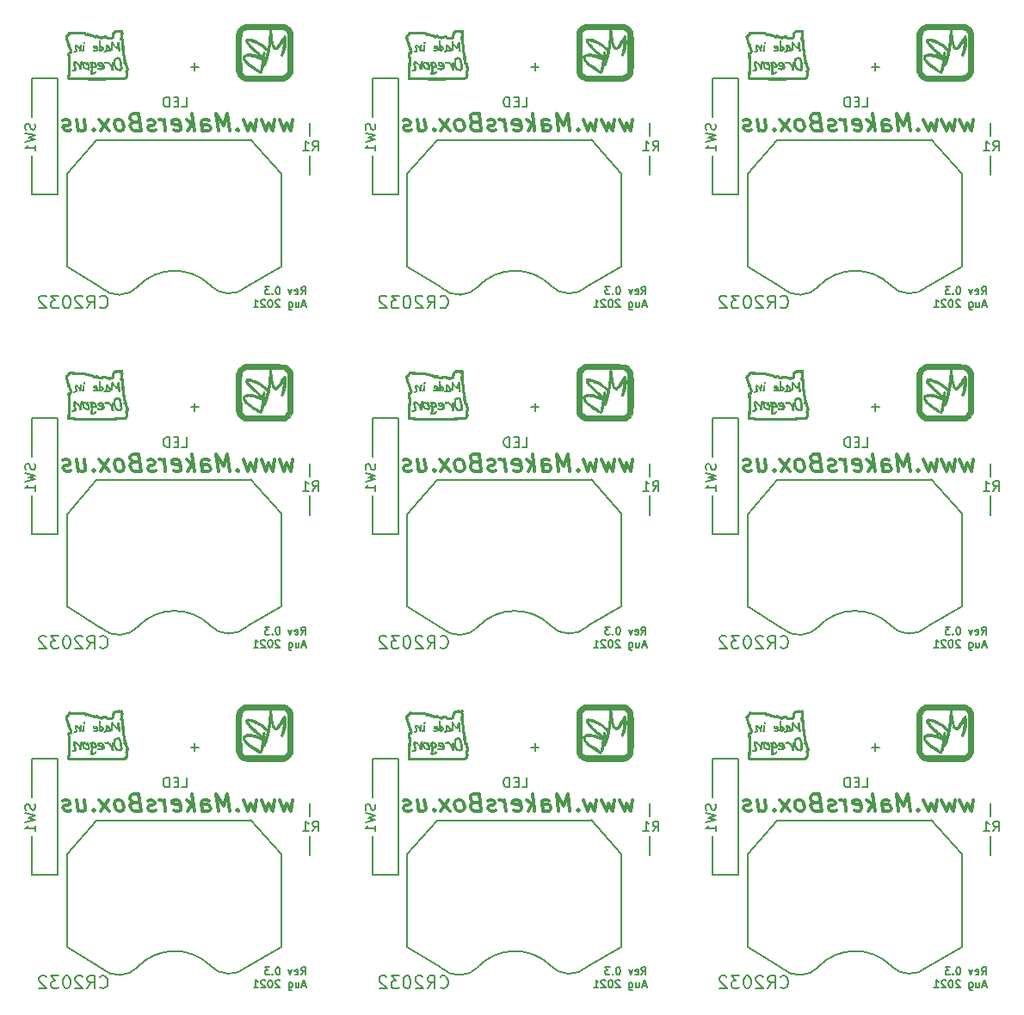
<source format=gbo>
%MOIN*%
%OFA0B0*%
%FSLAX46Y46*%
%IPPOS*%
%LPD*%
%ADD10C,0.011811023622047244*%
%ADD11C,0.005905511811023622*%
%ADD12C,0.0078740157480314977*%
%ADD13C,0.00010000000000000002*%
%ADD24C,0.011811023622047244*%
%ADD25C,0.005905511811023622*%
%ADD26C,0.0078740157480314977*%
%ADD27C,0.00010000000000000002*%
%ADD28C,0.011811023622047244*%
%ADD29C,0.005905511811023622*%
%ADD30C,0.0078740157480314977*%
%ADD31C,0.00010000000000000002*%
%ADD32C,0.011811023622047244*%
%ADD33C,0.005905511811023622*%
%ADD34C,0.0078740157480314977*%
%ADD35C,0.00010000000000000002*%
%ADD36C,0.011811023622047244*%
%ADD37C,0.005905511811023622*%
%ADD38C,0.0078740157480314977*%
%ADD39C,0.00010000000000000002*%
%ADD40C,0.011811023622047244*%
%ADD41C,0.005905511811023622*%
%ADD42C,0.0078740157480314977*%
%ADD43C,0.00010000000000000002*%
%ADD44C,0.011811023622047244*%
%ADD45C,0.005905511811023622*%
%ADD46C,0.0078740157480314977*%
%ADD47C,0.00010000000000000002*%
%ADD48C,0.011811023622047244*%
%ADD49C,0.005905511811023622*%
%ADD50C,0.0078740157480314977*%
%ADD51C,0.00010000000000000002*%
%ADD52C,0.011811023622047244*%
%ADD53C,0.005905511811023622*%
%ADD54C,0.0078740157480314977*%
%ADD55C,0.00010000000000000002*%
G01*
D10*
X0001059046Y0000789341D02*
X0001051875Y0000744722D01*
X0001035142Y0000776593D01*
X0001026378Y0000744722D01*
X0001008052Y0000789341D01*
X0000988929Y0000789341D02*
X0000981758Y0000744722D01*
X0000965026Y0000776593D01*
X0000956262Y0000744722D01*
X0000937936Y0000789341D01*
X0000918813Y0000789341D02*
X0000911642Y0000744722D01*
X0000894910Y0000776593D01*
X0000886145Y0000744722D01*
X0000867820Y0000789341D01*
X0000847103Y0000751096D02*
X0000844315Y0000747909D01*
X0000847900Y0000744722D01*
X0000850689Y0000747909D01*
X0000847103Y0000751096D01*
X0000847900Y0000744722D01*
X0000816029Y0000744722D02*
X0000807663Y0000811651D01*
X0000791329Y0000763845D01*
X0000763044Y0000811651D01*
X0000771410Y0000744722D01*
X0000710855Y0000744722D02*
X0000706473Y0000779780D01*
X0000708863Y0000786154D01*
X0000714839Y0000789341D01*
X0000727587Y0000789341D01*
X0000734360Y0000786154D01*
X0000710456Y0000747909D02*
X0000717229Y0000744722D01*
X0000733165Y0000744722D01*
X0000739140Y0000747909D01*
X0000741531Y0000754283D01*
X0000740734Y0000760658D01*
X0000736750Y0000767032D01*
X0000729977Y0000770219D01*
X0000714042Y0000770219D01*
X0000707269Y0000773406D01*
X0000678984Y0000744722D02*
X0000670618Y0000811651D01*
X0000669422Y0000770219D02*
X0000653487Y0000744722D01*
X0000647910Y0000789341D02*
X0000676593Y0000763845D01*
X0000598908Y0000747909D02*
X0000605680Y0000744722D01*
X0000618429Y0000744722D01*
X0000624405Y0000747909D01*
X0000626795Y0000754283D01*
X0000623608Y0000779780D01*
X0000619624Y0000786154D01*
X0000612851Y0000789341D01*
X0000600103Y0000789341D01*
X0000594127Y0000786154D01*
X0000591737Y0000779780D01*
X0000592534Y0000773406D01*
X0000625201Y0000767032D01*
X0000567435Y0000744722D02*
X0000561858Y0000789341D01*
X0000563451Y0000776593D02*
X0000559467Y0000782967D01*
X0000555882Y0000786154D01*
X0000549109Y0000789341D01*
X0000542735Y0000789341D01*
X0000528792Y0000747909D02*
X0000522816Y0000744722D01*
X0000510067Y0000744722D01*
X0000503295Y0000747909D01*
X0000499311Y0000754283D01*
X0000498913Y0000757470D01*
X0000501303Y0000763845D01*
X0000507279Y0000767032D01*
X0000516840Y0000767032D01*
X0000522816Y0000770219D01*
X0000525206Y0000776593D01*
X0000524808Y0000779780D01*
X0000520824Y0000786154D01*
X0000514051Y0000789341D01*
X0000504490Y0000789341D01*
X0000498514Y0000786154D01*
X0000445130Y0000779780D02*
X0000435967Y0000776593D01*
X0000433179Y0000773406D01*
X0000430788Y0000767032D01*
X0000431983Y0000757470D01*
X0000435967Y0000751096D01*
X0000439553Y0000747909D01*
X0000446325Y0000744722D01*
X0000471822Y0000744722D01*
X0000463456Y0000811651D01*
X0000441146Y0000811651D01*
X0000435171Y0000808464D01*
X0000432382Y0000805277D01*
X0000429991Y0000798903D01*
X0000430788Y0000792529D01*
X0000434772Y0000786154D01*
X0000438358Y0000782967D01*
X0000445130Y0000779780D01*
X0000467440Y0000779780D01*
X0000395332Y0000744722D02*
X0000401308Y0000747909D01*
X0000404096Y0000751096D01*
X0000406487Y0000757470D01*
X0000404096Y0000776593D01*
X0000400112Y0000782967D01*
X0000396527Y0000786154D01*
X0000389754Y0000789341D01*
X0000380193Y0000789341D01*
X0000374217Y0000786154D01*
X0000371428Y0000782967D01*
X0000369038Y0000776593D01*
X0000371428Y0000757470D01*
X0000375412Y0000751096D01*
X0000378998Y0000747909D01*
X0000385770Y0000744722D01*
X0000395332Y0000744722D01*
X0000350712Y0000744722D02*
X0000310077Y0000789341D01*
X0000345135Y0000789341D02*
X0000315654Y0000744722D01*
X0000289361Y0000751096D02*
X0000286572Y0000747909D01*
X0000290157Y0000744722D01*
X0000292946Y0000747909D01*
X0000289361Y0000751096D01*
X0000290157Y0000744722D01*
X0000224025Y0000789341D02*
X0000229602Y0000744722D01*
X0000252709Y0000789341D02*
X0000257091Y0000754283D01*
X0000254701Y0000747909D01*
X0000248725Y0000744722D01*
X0000239164Y0000744722D01*
X0000232391Y0000747909D01*
X0000228806Y0000751096D01*
X0000200520Y0000747909D02*
X0000194544Y0000744722D01*
X0000181796Y0000744722D01*
X0000175023Y0000747909D01*
X0000171039Y0000754283D01*
X0000170641Y0000757470D01*
X0000173031Y0000763845D01*
X0000179007Y0000767032D01*
X0000188569Y0000767032D01*
X0000194544Y0000770219D01*
X0000196935Y0000776593D01*
X0000196536Y0000779780D01*
X0000192552Y0000786154D01*
X0000185780Y0000789341D01*
X0000176219Y0000789341D01*
X0000170243Y0000786154D01*
D11*
X0000049999Y0000950000D02*
X0000049999Y0000800000D01*
X0000150000Y0000950000D02*
X0000049999Y0000950000D01*
X0000150000Y0000500000D02*
X0000150000Y0000950000D01*
X0000049999Y0000500000D02*
X0000150000Y0000500000D01*
X0000049999Y0000650000D02*
X0000049999Y0000500000D01*
X0001124999Y0000650000D02*
X0001124999Y0000575000D01*
X0001124999Y0000725000D02*
X0001124999Y0000775000D01*
X0001092258Y0000111740D02*
X0001102100Y0000125801D01*
X0001109130Y0000111740D02*
X0001109130Y0000141268D01*
X0001097882Y0000141268D01*
X0001095070Y0000139862D01*
X0001093664Y0000138456D01*
X0001092258Y0000135643D01*
X0001092258Y0000131425D01*
X0001093664Y0000128613D01*
X0001095070Y0000127207D01*
X0001097882Y0000125801D01*
X0001109130Y0000125801D01*
X0001068354Y0000113146D02*
X0001071166Y0000111740D01*
X0001076791Y0000111740D01*
X0001079603Y0000113146D01*
X0001081009Y0000115958D01*
X0001081009Y0000127207D01*
X0001079603Y0000130019D01*
X0001076791Y0000131425D01*
X0001071166Y0000131425D01*
X0001068354Y0000130019D01*
X0001066948Y0000127207D01*
X0001066948Y0000124395D01*
X0001081009Y0000121583D01*
X0001057106Y0000131425D02*
X0001050075Y0000111740D01*
X0001043045Y0000131425D01*
X0001003675Y0000141268D02*
X0001000863Y0000141268D01*
X0000998051Y0000139862D01*
X0000996645Y0000138456D01*
X0000995238Y0000135643D01*
X0000993832Y0000130019D01*
X0000993832Y0000122989D01*
X0000995238Y0000117365D01*
X0000996645Y0000114552D01*
X0000998051Y0000113146D01*
X0001000863Y0000111740D01*
X0001003675Y0000111740D01*
X0001006487Y0000113146D01*
X0001007893Y0000114552D01*
X0001009299Y0000117365D01*
X0001010705Y0000122989D01*
X0001010705Y0000130019D01*
X0001009299Y0000135643D01*
X0001007893Y0000138456D01*
X0001006487Y0000139862D01*
X0001003675Y0000141268D01*
X0000981178Y0000114552D02*
X0000979772Y0000113146D01*
X0000981178Y0000111740D01*
X0000982584Y0000113146D01*
X0000981178Y0000114552D01*
X0000981178Y0000111740D01*
X0000969929Y0000141268D02*
X0000951650Y0000141268D01*
X0000961493Y0000130019D01*
X0000957275Y0000130019D01*
X0000954462Y0000128613D01*
X0000953056Y0000127207D01*
X0000951650Y0000124395D01*
X0000951650Y0000117365D01*
X0000953056Y0000114552D01*
X0000954462Y0000113146D01*
X0000957275Y0000111740D01*
X0000965711Y0000111740D01*
X0000968523Y0000113146D01*
X0000969929Y0000114552D01*
X0001110537Y0000069980D02*
X0001096476Y0000069980D01*
X0001113349Y0000061543D02*
X0001103506Y0000091071D01*
X0001093664Y0000061543D01*
X0001071166Y0000081228D02*
X0001071166Y0000061543D01*
X0001083821Y0000081228D02*
X0001083821Y0000065762D01*
X0001082415Y0000062949D01*
X0001079603Y0000061543D01*
X0001075385Y0000061543D01*
X0001072573Y0000062949D01*
X0001071166Y0000064356D01*
X0001044451Y0000081228D02*
X0001044451Y0000057325D01*
X0001045857Y0000054513D01*
X0001047263Y0000053107D01*
X0001050075Y0000051701D01*
X0001054294Y0000051701D01*
X0001057106Y0000053107D01*
X0001044451Y0000062949D02*
X0001047263Y0000061543D01*
X0001052888Y0000061543D01*
X0001055700Y0000062949D01*
X0001057106Y0000064356D01*
X0001058512Y0000067168D01*
X0001058512Y0000075604D01*
X0001057106Y0000078416D01*
X0001055700Y0000079822D01*
X0001052888Y0000081228D01*
X0001047263Y0000081228D01*
X0001044451Y0000079822D01*
X0001009299Y0000088259D02*
X0001007893Y0000089665D01*
X0001005081Y0000091071D01*
X0000998051Y0000091071D01*
X0000995238Y0000089665D01*
X0000993832Y0000088259D01*
X0000992426Y0000085447D01*
X0000992426Y0000082634D01*
X0000993832Y0000078416D01*
X0001010705Y0000061543D01*
X0000992426Y0000061543D01*
X0000974147Y0000091071D02*
X0000971335Y0000091071D01*
X0000968523Y0000089665D01*
X0000967117Y0000088259D01*
X0000965711Y0000085447D01*
X0000964305Y0000079822D01*
X0000964305Y0000072792D01*
X0000965711Y0000067168D01*
X0000967117Y0000064356D01*
X0000968523Y0000062949D01*
X0000971335Y0000061543D01*
X0000974147Y0000061543D01*
X0000976960Y0000062949D01*
X0000978366Y0000064356D01*
X0000979772Y0000067168D01*
X0000981178Y0000072792D01*
X0000981178Y0000079822D01*
X0000979772Y0000085447D01*
X0000978366Y0000088259D01*
X0000976960Y0000089665D01*
X0000974147Y0000091071D01*
X0000953056Y0000088259D02*
X0000951650Y0000089665D01*
X0000948838Y0000091071D01*
X0000941808Y0000091071D01*
X0000938996Y0000089665D01*
X0000937589Y0000088259D01*
X0000936183Y0000085447D01*
X0000936183Y0000082634D01*
X0000937589Y0000078416D01*
X0000954462Y0000061543D01*
X0000936183Y0000061543D01*
X0000908062Y0000061543D02*
X0000924935Y0000061543D01*
X0000916498Y0000061543D02*
X0000916498Y0000091071D01*
X0000919310Y0000086853D01*
X0000922123Y0000084041D01*
X0000924935Y0000082634D01*
D12*
X0000313112Y0000062424D02*
X0000315455Y0000060080D01*
X0000322485Y0000057737D01*
X0000327172Y0000057737D01*
X0000334203Y0000060080D01*
X0000338890Y0000064767D01*
X0000341233Y0000069454D01*
X0000343577Y0000078828D01*
X0000343577Y0000085858D01*
X0000341233Y0000095232D01*
X0000338890Y0000099919D01*
X0000334203Y0000104606D01*
X0000327172Y0000106949D01*
X0000322485Y0000106949D01*
X0000315455Y0000104606D01*
X0000313112Y0000102262D01*
X0000263899Y0000057737D02*
X0000280303Y0000081171D01*
X0000292020Y0000057737D02*
X0000292020Y0000106949D01*
X0000273273Y0000106949D01*
X0000268586Y0000104606D01*
X0000266242Y0000102262D01*
X0000263899Y0000097575D01*
X0000263899Y0000090545D01*
X0000266242Y0000085858D01*
X0000268586Y0000083515D01*
X0000273273Y0000081171D01*
X0000292020Y0000081171D01*
X0000245151Y0000102262D02*
X0000242808Y0000104606D01*
X0000238121Y0000106949D01*
X0000226404Y0000106949D01*
X0000221717Y0000104606D01*
X0000219373Y0000102262D01*
X0000217030Y0000097575D01*
X0000217030Y0000092888D01*
X0000219373Y0000085858D01*
X0000247495Y0000057737D01*
X0000217030Y0000057737D01*
X0000186565Y0000106949D02*
X0000181878Y0000106949D01*
X0000177191Y0000104606D01*
X0000174848Y0000102262D01*
X0000172504Y0000097575D01*
X0000170161Y0000088202D01*
X0000170161Y0000076484D01*
X0000172504Y0000067111D01*
X0000174848Y0000062424D01*
X0000177191Y0000060080D01*
X0000181878Y0000057737D01*
X0000186565Y0000057737D01*
X0000191252Y0000060080D01*
X0000193595Y0000062424D01*
X0000195939Y0000067111D01*
X0000198282Y0000076484D01*
X0000198282Y0000088202D01*
X0000195939Y0000097575D01*
X0000193595Y0000102262D01*
X0000191252Y0000104606D01*
X0000186565Y0000106949D01*
X0000153757Y0000106949D02*
X0000123292Y0000106949D01*
X0000139696Y0000088202D01*
X0000132665Y0000088202D01*
X0000127978Y0000085858D01*
X0000125635Y0000083515D01*
X0000123292Y0000078828D01*
X0000123292Y0000067111D01*
X0000125635Y0000062424D01*
X0000127978Y0000060080D01*
X0000132665Y0000057737D01*
X0000146726Y0000057737D01*
X0000151413Y0000060080D01*
X0000153757Y0000062424D01*
X0000104544Y0000102262D02*
X0000102200Y0000104606D01*
X0000097514Y0000106949D01*
X0000085796Y0000106949D01*
X0000081109Y0000104606D01*
X0000078766Y0000102262D01*
X0000076422Y0000097575D01*
X0000076422Y0000092888D01*
X0000078766Y0000085858D01*
X0000106887Y0000057737D01*
X0000076422Y0000057737D01*
D11*
X0000184999Y0000220000D02*
X0000184999Y0000580000D01*
X0001014999Y0000220000D02*
X0001014999Y0000580000D01*
X0000899999Y0000710000D02*
X0000299999Y0000710000D01*
X0001014999Y0000580000D02*
X0000897499Y0000712500D01*
X0000299999Y0000710000D02*
X0000184999Y0000577500D01*
X0000317499Y0000137500D02*
X0000184999Y0000220000D01*
X0000882499Y0000142500D02*
X0001014999Y0000220000D01*
X0000883500Y0000142500D02*
G75*
G02*
X0000738499Y0000147499I-0000070000J0000075000D01*
G01*
X0000461999Y0000142500D02*
G75*
G02*
X0000316999Y0000137500I-0000075000J0000070000D01*
G01*
X0000459999Y0000142500D02*
G75*
G02*
X0000739999Y0000147499I0000142500J-0000137500D01*
G01*
D13*
G36*
X0000249199Y0001085300D02*
G01*
X0000249299Y0001084999D01*
X0000249699Y0001084500D01*
X0000250299Y0001084400D01*
X0000251099Y0001084900D01*
X0000252000Y0001085800D01*
X0000252999Y0001087000D01*
X0000253399Y0001087999D01*
X0000253299Y0001088800D01*
X0000252699Y0001089400D01*
X0000251799Y0001089900D01*
X0000251199Y0001090200D01*
X0000250799Y0001090300D01*
X0000250699Y0001090300D01*
X0000250399Y0001090000D01*
X0000249999Y0001089300D01*
X0000249699Y0001088400D01*
X0000249399Y0001087300D01*
X0000249199Y0001086200D01*
X0000249199Y0001085300D01*
G37*
X0000249199Y0001085300D02*
X0000249299Y0001084999D01*
X0000249699Y0001084500D01*
X0000250299Y0001084400D01*
X0000251099Y0001084900D01*
X0000252000Y0001085800D01*
X0000252999Y0001087000D01*
X0000253399Y0001087999D01*
X0000253299Y0001088800D01*
X0000252699Y0001089400D01*
X0000251799Y0001089900D01*
X0000251199Y0001090200D01*
X0000250799Y0001090300D01*
X0000250699Y0001090300D01*
X0000250399Y0001090000D01*
X0000249999Y0001089300D01*
X0000249699Y0001088400D01*
X0000249399Y0001087300D01*
X0000249199Y0001086200D01*
X0000249199Y0001085300D01*
G36*
X0000284999Y0001058500D02*
G01*
X0000285299Y0001057900D01*
X0000286199Y0001057400D01*
X0000287599Y0001056900D01*
X0000288599Y0001056600D01*
X0000289799Y0001056400D01*
X0000291299Y0001056200D01*
X0000292999Y0001056099D01*
X0000294599Y0001056000D01*
X0000295999Y0001056000D01*
X0000296899Y0001056099D01*
X0000298900Y0001056600D01*
X0000300800Y0001057300D01*
X0000302299Y0001058300D01*
X0000303399Y0001059400D01*
X0000303699Y0001059800D01*
X0000303999Y0001060800D01*
X0000304199Y0001062099D01*
X0000304299Y0001063700D01*
X0000304099Y0001065200D01*
X0000303800Y0001066600D01*
X0000303599Y0001067200D01*
X0000303199Y0001068100D01*
X0000302999Y0001068900D01*
X0000302899Y0001069000D01*
X0000302700Y0001070200D01*
X0000301999Y0001071600D01*
X0000300899Y0001072900D01*
X0000299599Y0001074200D01*
X0000298099Y0001075300D01*
X0000296499Y0001076100D01*
X0000296299Y0001076200D01*
X0000295600Y0001076300D01*
X0000294399Y0001076400D01*
X0000293099Y0001076400D01*
X0000291599Y0001076300D01*
X0000290299Y0001076100D01*
X0000289299Y0001075900D01*
X0000289099Y0001075900D01*
X0000288399Y0001075400D01*
X0000287700Y0001074700D01*
X0000287499Y0001074400D01*
X0000286999Y0001073700D01*
X0000286799Y0001073100D01*
X0000286799Y0001072300D01*
X0000286799Y0001071300D01*
X0000287199Y0001069400D01*
X0000287999Y0001067900D01*
X0000289299Y0001066700D01*
X0000289499Y0001066600D01*
X0000289499Y0001072200D01*
X0000289699Y0001072700D01*
X0000290299Y0001073300D01*
X0000291399Y0001074000D01*
X0000292799Y0001074100D01*
X0000294199Y0001073800D01*
X0000295499Y0001073100D01*
X0000296399Y0001072200D01*
X0000297099Y0001071300D01*
X0000297800Y0001070200D01*
X0000298299Y0001069100D01*
X0000298600Y0001068200D01*
X0000298699Y0001067600D01*
X0000298699Y0001067500D01*
X0000298299Y0001067200D01*
X0000297299Y0001067100D01*
X0000295900Y0001067200D01*
X0000294299Y0001067500D01*
X0000293099Y0001067800D01*
X0000292299Y0001068200D01*
X0000291500Y0001068700D01*
X0000290999Y0001069300D01*
X0000290299Y0001070100D01*
X0000289699Y0001071000D01*
X0000289600Y0001071500D01*
X0000289499Y0001072200D01*
X0000289499Y0001066600D01*
X0000289699Y0001066500D01*
X0000290499Y0001066200D01*
X0000291699Y0001065800D01*
X0000293099Y0001065500D01*
X0000294699Y0001065200D01*
X0000294699Y0001065100D01*
X0000296199Y0001064900D01*
X0000297500Y0001064600D01*
X0000298499Y0001064300D01*
X0000298999Y0001064100D01*
X0000299099Y0001064100D01*
X0000299599Y0001063500D01*
X0000299700Y0001062700D01*
X0000299299Y0001061800D01*
X0000298399Y0001060900D01*
X0000297199Y0001060000D01*
X0000296899Y0001059900D01*
X0000296199Y0001059600D01*
X0000295399Y0001059400D01*
X0000294399Y0001059300D01*
X0000292999Y0001059300D01*
X0000292900Y0001059300D01*
X0000291399Y0001059300D01*
X0000289699Y0001059400D01*
X0000288299Y0001059500D01*
X0000287999Y0001059600D01*
X0000286600Y0001059600D01*
X0000285699Y0001059500D01*
X0000285199Y0001059200D01*
X0000284999Y0001058600D01*
X0000284999Y0001058500D01*
G37*
X0000284999Y0001058500D02*
X0000285299Y0001057900D01*
X0000286199Y0001057400D01*
X0000287599Y0001056900D01*
X0000288599Y0001056600D01*
X0000289799Y0001056400D01*
X0000291299Y0001056200D01*
X0000292999Y0001056099D01*
X0000294599Y0001056000D01*
X0000295999Y0001056000D01*
X0000296899Y0001056099D01*
X0000298900Y0001056600D01*
X0000300800Y0001057300D01*
X0000302299Y0001058300D01*
X0000303399Y0001059400D01*
X0000303699Y0001059800D01*
X0000303999Y0001060800D01*
X0000304199Y0001062099D01*
X0000304299Y0001063700D01*
X0000304099Y0001065200D01*
X0000303800Y0001066600D01*
X0000303599Y0001067200D01*
X0000303199Y0001068100D01*
X0000302999Y0001068900D01*
X0000302899Y0001069000D01*
X0000302700Y0001070200D01*
X0000301999Y0001071600D01*
X0000300899Y0001072900D01*
X0000299599Y0001074200D01*
X0000298099Y0001075300D01*
X0000296499Y0001076100D01*
X0000296299Y0001076200D01*
X0000295600Y0001076300D01*
X0000294399Y0001076400D01*
X0000293099Y0001076400D01*
X0000291599Y0001076300D01*
X0000290299Y0001076100D01*
X0000289299Y0001075900D01*
X0000289099Y0001075900D01*
X0000288399Y0001075400D01*
X0000287700Y0001074700D01*
X0000287499Y0001074400D01*
X0000286999Y0001073700D01*
X0000286799Y0001073100D01*
X0000286799Y0001072300D01*
X0000286799Y0001071300D01*
X0000287199Y0001069400D01*
X0000287999Y0001067900D01*
X0000289299Y0001066700D01*
X0000289499Y0001066600D01*
X0000289499Y0001072200D01*
X0000289699Y0001072700D01*
X0000290299Y0001073300D01*
X0000291399Y0001074000D01*
X0000292799Y0001074100D01*
X0000294199Y0001073800D01*
X0000295499Y0001073100D01*
X0000296399Y0001072200D01*
X0000297099Y0001071300D01*
X0000297800Y0001070200D01*
X0000298299Y0001069100D01*
X0000298600Y0001068200D01*
X0000298699Y0001067600D01*
X0000298699Y0001067500D01*
X0000298299Y0001067200D01*
X0000297299Y0001067100D01*
X0000295900Y0001067200D01*
X0000294299Y0001067500D01*
X0000293099Y0001067800D01*
X0000292299Y0001068200D01*
X0000291500Y0001068700D01*
X0000290999Y0001069300D01*
X0000290299Y0001070100D01*
X0000289699Y0001071000D01*
X0000289600Y0001071500D01*
X0000289499Y0001072200D01*
X0000289499Y0001066600D01*
X0000289699Y0001066500D01*
X0000290499Y0001066200D01*
X0000291699Y0001065800D01*
X0000293099Y0001065500D01*
X0000294699Y0001065200D01*
X0000294699Y0001065100D01*
X0000296199Y0001064900D01*
X0000297500Y0001064600D01*
X0000298499Y0001064300D01*
X0000298999Y0001064100D01*
X0000299099Y0001064100D01*
X0000299599Y0001063500D01*
X0000299700Y0001062700D01*
X0000299299Y0001061800D01*
X0000298399Y0001060900D01*
X0000297199Y0001060000D01*
X0000296899Y0001059900D01*
X0000296199Y0001059600D01*
X0000295399Y0001059400D01*
X0000294399Y0001059300D01*
X0000292999Y0001059300D01*
X0000292900Y0001059300D01*
X0000291399Y0001059300D01*
X0000289699Y0001059400D01*
X0000288299Y0001059500D01*
X0000287999Y0001059600D01*
X0000286600Y0001059600D01*
X0000285699Y0001059500D01*
X0000285199Y0001059200D01*
X0000284999Y0001058600D01*
X0000284999Y0001058500D01*
G36*
X0000306199Y0001058600D02*
G01*
X0000307799Y0001057800D01*
X0000308999Y0001057300D01*
X0000310499Y0001056900D01*
X0000312199Y0001056500D01*
X0000313799Y0001056200D01*
X0000313799Y0001068100D01*
X0000313900Y0001069300D01*
X0000313900Y0001069500D01*
X0000314299Y0001070400D01*
X0000314899Y0001070800D01*
X0000315799Y0001070800D01*
X0000316699Y0001070400D01*
X0000317799Y0001069500D01*
X0000318899Y0001068400D01*
X0000319999Y0001066900D01*
X0000320399Y0001066100D01*
X0000320999Y0001065000D01*
X0000321099Y0001064100D01*
X0000320899Y0001063400D01*
X0000320499Y0001062900D01*
X0000319900Y0001062300D01*
X0000319099Y0001061600D01*
X0000318099Y0001060800D01*
X0000317199Y0001060100D01*
X0000316299Y0001059600D01*
X0000315699Y0001059200D01*
X0000315500Y0001059200D01*
X0000315199Y0001059500D01*
X0000314799Y0001060200D01*
X0000314599Y0001060800D01*
X0000314299Y0001061800D01*
X0000314099Y0001063200D01*
X0000313900Y0001064900D01*
X0000313799Y0001066600D01*
X0000313799Y0001068100D01*
X0000313799Y0001056200D01*
X0000313900Y0001056200D01*
X0000315500Y0001056000D01*
X0000316900Y0001055900D01*
X0000317899Y0001056000D01*
X0000318199Y0001056099D01*
X0000318699Y0001056400D01*
X0000319499Y0001056900D01*
X0000320499Y0001057500D01*
X0000320899Y0001057800D01*
X0000322699Y0001059200D01*
X0000324099Y0001060800D01*
X0000325199Y0001062600D01*
X0000325399Y0001062900D01*
X0000325699Y0001063800D01*
X0000325799Y0001064500D01*
X0000325699Y0001065400D01*
X0000325600Y0001065600D01*
X0000324800Y0001067500D01*
X0000323599Y0001069400D01*
X0000321999Y0001071100D01*
X0000320299Y0001072600D01*
X0000318699Y0001073600D01*
X0000316799Y0001074500D01*
X0000316299Y0001074700D01*
X0000315199Y0001075100D01*
X0000314299Y0001075600D01*
X0000313799Y0001076000D01*
X0000313499Y0001076600D01*
X0000313199Y0001077500D01*
X0000312999Y0001078900D01*
X0000312800Y0001080700D01*
X0000312699Y0001082900D01*
X0000312699Y0001085700D01*
X0000312599Y0001087600D01*
X0000312599Y0001089499D01*
X0000312599Y0001091200D01*
X0000312599Y0001092600D01*
X0000312500Y0001093700D01*
X0000312500Y0001094300D01*
X0000312299Y0001094700D01*
X0000311899Y0001094900D01*
X0000311199Y0001095000D01*
X0000310699Y0001095000D01*
X0000309800Y0001095000D01*
X0000309199Y0001095000D01*
X0000309099Y0001094900D01*
X0000309099Y0001094600D01*
X0000309099Y0001093800D01*
X0000308999Y0001092499D01*
X0000308999Y0001090700D01*
X0000308999Y0001088600D01*
X0000308899Y0001086200D01*
X0000308899Y0001083499D01*
X0000308899Y0001080500D01*
X0000308799Y0001078500D01*
X0000308799Y0001074800D01*
X0000308700Y0001071400D01*
X0000308599Y0001068500D01*
X0000308499Y0001066000D01*
X0000308499Y0001064000D01*
X0000308399Y0001062500D01*
X0000308299Y0001061500D01*
X0000308199Y0001061100D01*
X0000307799Y0001060200D01*
X0000307099Y0001059400D01*
X0000306999Y0001059300D01*
X0000306199Y0001058600D01*
G37*
X0000306199Y0001058600D02*
X0000307799Y0001057800D01*
X0000308999Y0001057300D01*
X0000310499Y0001056900D01*
X0000312199Y0001056500D01*
X0000313799Y0001056200D01*
X0000313799Y0001068100D01*
X0000313900Y0001069300D01*
X0000313900Y0001069500D01*
X0000314299Y0001070400D01*
X0000314899Y0001070800D01*
X0000315799Y0001070800D01*
X0000316699Y0001070400D01*
X0000317799Y0001069500D01*
X0000318899Y0001068400D01*
X0000319999Y0001066900D01*
X0000320399Y0001066100D01*
X0000320999Y0001065000D01*
X0000321099Y0001064100D01*
X0000320899Y0001063400D01*
X0000320499Y0001062900D01*
X0000319900Y0001062300D01*
X0000319099Y0001061600D01*
X0000318099Y0001060800D01*
X0000317199Y0001060100D01*
X0000316299Y0001059600D01*
X0000315699Y0001059200D01*
X0000315500Y0001059200D01*
X0000315199Y0001059500D01*
X0000314799Y0001060200D01*
X0000314599Y0001060800D01*
X0000314299Y0001061800D01*
X0000314099Y0001063200D01*
X0000313900Y0001064900D01*
X0000313799Y0001066600D01*
X0000313799Y0001068100D01*
X0000313799Y0001056200D01*
X0000313900Y0001056200D01*
X0000315500Y0001056000D01*
X0000316900Y0001055900D01*
X0000317899Y0001056000D01*
X0000318199Y0001056099D01*
X0000318699Y0001056400D01*
X0000319499Y0001056900D01*
X0000320499Y0001057500D01*
X0000320899Y0001057800D01*
X0000322699Y0001059200D01*
X0000324099Y0001060800D01*
X0000325199Y0001062600D01*
X0000325399Y0001062900D01*
X0000325699Y0001063800D01*
X0000325799Y0001064500D01*
X0000325699Y0001065400D01*
X0000325600Y0001065600D01*
X0000324800Y0001067500D01*
X0000323599Y0001069400D01*
X0000321999Y0001071100D01*
X0000320299Y0001072600D01*
X0000318699Y0001073600D01*
X0000316799Y0001074500D01*
X0000316299Y0001074700D01*
X0000315199Y0001075100D01*
X0000314299Y0001075600D01*
X0000313799Y0001076000D01*
X0000313499Y0001076600D01*
X0000313199Y0001077500D01*
X0000312999Y0001078900D01*
X0000312800Y0001080700D01*
X0000312699Y0001082900D01*
X0000312699Y0001085700D01*
X0000312599Y0001087600D01*
X0000312599Y0001089499D01*
X0000312599Y0001091200D01*
X0000312599Y0001092600D01*
X0000312500Y0001093700D01*
X0000312500Y0001094300D01*
X0000312299Y0001094700D01*
X0000311899Y0001094900D01*
X0000311199Y0001095000D01*
X0000310699Y0001095000D01*
X0000309800Y0001095000D01*
X0000309199Y0001095000D01*
X0000309099Y0001094900D01*
X0000309099Y0001094600D01*
X0000309099Y0001093800D01*
X0000308999Y0001092499D01*
X0000308999Y0001090700D01*
X0000308999Y0001088600D01*
X0000308899Y0001086200D01*
X0000308899Y0001083499D01*
X0000308899Y0001080500D01*
X0000308799Y0001078500D01*
X0000308799Y0001074800D01*
X0000308700Y0001071400D01*
X0000308599Y0001068500D01*
X0000308499Y0001066000D01*
X0000308499Y0001064000D01*
X0000308399Y0001062500D01*
X0000308299Y0001061500D01*
X0000308199Y0001061100D01*
X0000307799Y0001060200D01*
X0000307099Y0001059400D01*
X0000306999Y0001059300D01*
X0000306199Y0001058600D01*
G36*
X0000241499Y0001057599D02*
G01*
X0000241900Y0001057200D01*
X0000242700Y0001056700D01*
X0000243699Y0001056300D01*
X0000244699Y0001055900D01*
X0000245599Y0001055800D01*
X0000246699Y0001055800D01*
X0000247999Y0001055900D01*
X0000248299Y0001055900D01*
X0000249199Y0001056200D01*
X0000249800Y0001056600D01*
X0000249999Y0001056700D01*
X0000249999Y0001057100D01*
X0000250099Y0001058100D01*
X0000250199Y0001059400D01*
X0000250299Y0001061100D01*
X0000250399Y0001063000D01*
X0000250499Y0001065100D01*
X0000250600Y0001067300D01*
X0000250600Y0001069600D01*
X0000250699Y0001071700D01*
X0000250699Y0001073700D01*
X0000250699Y0001074700D01*
X0000250699Y0001076000D01*
X0000250699Y0001076800D01*
X0000250600Y0001077300D01*
X0000250399Y0001077500D01*
X0000250099Y0001077600D01*
X0000249999Y0001077600D01*
X0000248899Y0001077600D01*
X0000247999Y0001077100D01*
X0000247600Y0001076500D01*
X0000247499Y0001076000D01*
X0000247299Y0001075000D01*
X0000247199Y0001073600D01*
X0000246999Y0001071900D01*
X0000246800Y0001070100D01*
X0000246699Y0001069700D01*
X0000246499Y0001067100D01*
X0000246299Y0001064900D01*
X0000246000Y0001063200D01*
X0000245799Y0001061900D01*
X0000245599Y0001061000D01*
X0000245199Y0001060200D01*
X0000244799Y0001059700D01*
X0000244299Y0001059300D01*
X0000243699Y0001059000D01*
X0000243000Y0001058600D01*
X0000242099Y0001058200D01*
X0000241600Y0001057800D01*
X0000241499Y0001057599D01*
G37*
X0000241499Y0001057599D02*
X0000241900Y0001057200D01*
X0000242700Y0001056700D01*
X0000243699Y0001056300D01*
X0000244699Y0001055900D01*
X0000245599Y0001055800D01*
X0000246699Y0001055800D01*
X0000247999Y0001055900D01*
X0000248299Y0001055900D01*
X0000249199Y0001056200D01*
X0000249800Y0001056600D01*
X0000249999Y0001056700D01*
X0000249999Y0001057100D01*
X0000250099Y0001058100D01*
X0000250199Y0001059400D01*
X0000250299Y0001061100D01*
X0000250399Y0001063000D01*
X0000250499Y0001065100D01*
X0000250600Y0001067300D01*
X0000250600Y0001069600D01*
X0000250699Y0001071700D01*
X0000250699Y0001073700D01*
X0000250699Y0001074700D01*
X0000250699Y0001076000D01*
X0000250699Y0001076800D01*
X0000250600Y0001077300D01*
X0000250399Y0001077500D01*
X0000250099Y0001077600D01*
X0000249999Y0001077600D01*
X0000248899Y0001077600D01*
X0000247999Y0001077100D01*
X0000247600Y0001076500D01*
X0000247499Y0001076000D01*
X0000247299Y0001075000D01*
X0000247199Y0001073600D01*
X0000246999Y0001071900D01*
X0000246800Y0001070100D01*
X0000246699Y0001069700D01*
X0000246499Y0001067100D01*
X0000246299Y0001064900D01*
X0000246000Y0001063200D01*
X0000245799Y0001061900D01*
X0000245599Y0001061000D01*
X0000245199Y0001060200D01*
X0000244799Y0001059700D01*
X0000244299Y0001059300D01*
X0000243699Y0001059000D01*
X0000243000Y0001058600D01*
X0000242099Y0001058200D01*
X0000241600Y0001057800D01*
X0000241499Y0001057599D01*
G36*
X0000355099Y0001060500D02*
G01*
X0000355199Y0001060000D01*
X0000355199Y0001059900D01*
X0000355600Y0001059800D01*
X0000356499Y0001059700D01*
X0000357500Y0001059500D01*
X0000357599Y0001059500D01*
X0000359599Y0001059300D01*
X0000359799Y0001061200D01*
X0000359899Y0001062000D01*
X0000359999Y0001063300D01*
X0000360099Y0001065000D01*
X0000360299Y0001066900D01*
X0000360399Y0001069100D01*
X0000360599Y0001071300D01*
X0000360800Y0001074100D01*
X0000360999Y0001076400D01*
X0000361199Y0001078200D01*
X0000361399Y0001079600D01*
X0000361499Y0001080600D01*
X0000361699Y0001081200D01*
X0000361899Y0001081500D01*
X0000362099Y0001081600D01*
X0000362199Y0001081600D01*
X0000362499Y0001081300D01*
X0000362999Y0001080700D01*
X0000363800Y0001079700D01*
X0000364799Y0001078400D01*
X0000365899Y0001077000D01*
X0000366099Y0001076800D01*
X0000367999Y0001074300D01*
X0000369699Y0001072200D01*
X0000371099Y0001070600D01*
X0000372399Y0001069300D01*
X0000373399Y0001068400D01*
X0000374400Y0001067800D01*
X0000374999Y0001067500D01*
X0000375899Y0001067100D01*
X0000376600Y0001066800D01*
X0000376799Y0001066600D01*
X0000377400Y0001066300D01*
X0000378199Y0001066200D01*
X0000378999Y0001066500D01*
X0000379299Y0001066700D01*
X0000379699Y0001067200D01*
X0000380199Y0001068000D01*
X0000380899Y0001069000D01*
X0000381699Y0001070200D01*
X0000382300Y0001070800D01*
X0000382600Y0001070900D01*
X0000382799Y0001070900D01*
X0000382999Y0001070700D01*
X0000383099Y0001070400D01*
X0000383199Y0001069900D01*
X0000383299Y0001069100D01*
X0000383499Y0001067900D01*
X0000383599Y0001066300D01*
X0000383700Y0001064300D01*
X0000383799Y0001062200D01*
X0000383999Y0001059600D01*
X0000384199Y0001057599D01*
X0000384399Y0001056099D01*
X0000384599Y0001055200D01*
X0000384800Y0001054800D01*
X0000385300Y0001054599D01*
X0000386199Y0001054400D01*
X0000387199Y0001054400D01*
X0000388099Y0001054400D01*
X0000388899Y0001054599D01*
X0000389400Y0001055000D01*
X0000389599Y0001055600D01*
X0000389499Y0001056600D01*
X0000389199Y0001057700D01*
X0000388899Y0001058800D01*
X0000388600Y0001059900D01*
X0000388399Y0001061100D01*
X0000388199Y0001062400D01*
X0000388099Y0001064000D01*
X0000387899Y0001065800D01*
X0000387799Y0001067900D01*
X0000387699Y0001070500D01*
X0000387500Y0001073500D01*
X0000387399Y0001077000D01*
X0000387399Y0001078700D01*
X0000387199Y0001081500D01*
X0000387099Y0001083700D01*
X0000386999Y0001085500D01*
X0000386899Y0001086800D01*
X0000386700Y0001087900D01*
X0000386599Y0001088600D01*
X0000386299Y0001089100D01*
X0000385999Y0001089400D01*
X0000385399Y0001089700D01*
X0000384399Y0001089700D01*
X0000383400Y0001089700D01*
X0000382399Y0001089499D01*
X0000382300Y0001089400D01*
X0000381599Y0001089100D01*
X0000381099Y0001088500D01*
X0000380700Y0001087600D01*
X0000380400Y0001086200D01*
X0000380099Y0001084800D01*
X0000379499Y0001081100D01*
X0000378800Y0001077900D01*
X0000378199Y0001075300D01*
X0000377499Y0001073300D01*
X0000376799Y0001071900D01*
X0000376499Y0001071400D01*
X0000376099Y0001071000D01*
X0000375599Y0001071000D01*
X0000374999Y0001071200D01*
X0000374299Y0001071600D01*
X0000373199Y0001072500D01*
X0000371999Y0001073800D01*
X0000370600Y0001075200D01*
X0000369099Y0001076900D01*
X0000367600Y0001078600D01*
X0000366199Y0001080400D01*
X0000364899Y0001082200D01*
X0000363699Y0001083800D01*
X0000362799Y0001085200D01*
X0000362099Y0001086300D01*
X0000361899Y0001087000D01*
X0000361399Y0001088700D01*
X0000360800Y0001090000D01*
X0000359999Y0001090700D01*
X0000359199Y0001090800D01*
X0000358899Y0001090800D01*
X0000358399Y0001090400D01*
X0000357999Y0001089800D01*
X0000357699Y0001088800D01*
X0000357399Y0001087400D01*
X0000357199Y0001085600D01*
X0000357099Y0001083300D01*
X0000357099Y0001080500D01*
X0000357099Y0001078800D01*
X0000356999Y0001075400D01*
X0000356899Y0001072600D01*
X0000356700Y0001070200D01*
X0000356499Y0001068100D01*
X0000356199Y0001066400D01*
X0000355899Y0001065300D01*
X0000355499Y0001064000D01*
X0000355199Y0001062600D01*
X0000355099Y0001061400D01*
X0000355099Y0001060500D01*
G37*
X0000355099Y0001060500D02*
X0000355199Y0001060000D01*
X0000355199Y0001059900D01*
X0000355600Y0001059800D01*
X0000356499Y0001059700D01*
X0000357500Y0001059500D01*
X0000357599Y0001059500D01*
X0000359599Y0001059300D01*
X0000359799Y0001061200D01*
X0000359899Y0001062000D01*
X0000359999Y0001063300D01*
X0000360099Y0001065000D01*
X0000360299Y0001066900D01*
X0000360399Y0001069100D01*
X0000360599Y0001071300D01*
X0000360800Y0001074100D01*
X0000360999Y0001076400D01*
X0000361199Y0001078200D01*
X0000361399Y0001079600D01*
X0000361499Y0001080600D01*
X0000361699Y0001081200D01*
X0000361899Y0001081500D01*
X0000362099Y0001081600D01*
X0000362199Y0001081600D01*
X0000362499Y0001081300D01*
X0000362999Y0001080700D01*
X0000363800Y0001079700D01*
X0000364799Y0001078400D01*
X0000365899Y0001077000D01*
X0000366099Y0001076800D01*
X0000367999Y0001074300D01*
X0000369699Y0001072200D01*
X0000371099Y0001070600D01*
X0000372399Y0001069300D01*
X0000373399Y0001068400D01*
X0000374400Y0001067800D01*
X0000374999Y0001067500D01*
X0000375899Y0001067100D01*
X0000376600Y0001066800D01*
X0000376799Y0001066600D01*
X0000377400Y0001066300D01*
X0000378199Y0001066200D01*
X0000378999Y0001066500D01*
X0000379299Y0001066700D01*
X0000379699Y0001067200D01*
X0000380199Y0001068000D01*
X0000380899Y0001069000D01*
X0000381699Y0001070200D01*
X0000382300Y0001070800D01*
X0000382600Y0001070900D01*
X0000382799Y0001070900D01*
X0000382999Y0001070700D01*
X0000383099Y0001070400D01*
X0000383199Y0001069900D01*
X0000383299Y0001069100D01*
X0000383499Y0001067900D01*
X0000383599Y0001066300D01*
X0000383700Y0001064300D01*
X0000383799Y0001062200D01*
X0000383999Y0001059600D01*
X0000384199Y0001057599D01*
X0000384399Y0001056099D01*
X0000384599Y0001055200D01*
X0000384800Y0001054800D01*
X0000385300Y0001054599D01*
X0000386199Y0001054400D01*
X0000387199Y0001054400D01*
X0000388099Y0001054400D01*
X0000388899Y0001054599D01*
X0000389400Y0001055000D01*
X0000389599Y0001055600D01*
X0000389499Y0001056600D01*
X0000389199Y0001057700D01*
X0000388899Y0001058800D01*
X0000388600Y0001059900D01*
X0000388399Y0001061100D01*
X0000388199Y0001062400D01*
X0000388099Y0001064000D01*
X0000387899Y0001065800D01*
X0000387799Y0001067900D01*
X0000387699Y0001070500D01*
X0000387500Y0001073500D01*
X0000387399Y0001077000D01*
X0000387399Y0001078700D01*
X0000387199Y0001081500D01*
X0000387099Y0001083700D01*
X0000386999Y0001085500D01*
X0000386899Y0001086800D01*
X0000386700Y0001087900D01*
X0000386599Y0001088600D01*
X0000386299Y0001089100D01*
X0000385999Y0001089400D01*
X0000385399Y0001089700D01*
X0000384399Y0001089700D01*
X0000383400Y0001089700D01*
X0000382399Y0001089499D01*
X0000382300Y0001089400D01*
X0000381599Y0001089100D01*
X0000381099Y0001088500D01*
X0000380700Y0001087600D01*
X0000380400Y0001086200D01*
X0000380099Y0001084800D01*
X0000379499Y0001081100D01*
X0000378800Y0001077900D01*
X0000378199Y0001075300D01*
X0000377499Y0001073300D01*
X0000376799Y0001071900D01*
X0000376499Y0001071400D01*
X0000376099Y0001071000D01*
X0000375599Y0001071000D01*
X0000374999Y0001071200D01*
X0000374299Y0001071600D01*
X0000373199Y0001072500D01*
X0000371999Y0001073800D01*
X0000370600Y0001075200D01*
X0000369099Y0001076900D01*
X0000367600Y0001078600D01*
X0000366199Y0001080400D01*
X0000364899Y0001082200D01*
X0000363699Y0001083800D01*
X0000362799Y0001085200D01*
X0000362099Y0001086300D01*
X0000361899Y0001087000D01*
X0000361399Y0001088700D01*
X0000360800Y0001090000D01*
X0000359999Y0001090700D01*
X0000359199Y0001090800D01*
X0000358899Y0001090800D01*
X0000358399Y0001090400D01*
X0000357999Y0001089800D01*
X0000357699Y0001088800D01*
X0000357399Y0001087400D01*
X0000357199Y0001085600D01*
X0000357099Y0001083300D01*
X0000357099Y0001080500D01*
X0000357099Y0001078800D01*
X0000356999Y0001075400D01*
X0000356899Y0001072600D01*
X0000356700Y0001070200D01*
X0000356499Y0001068100D01*
X0000356199Y0001066400D01*
X0000355899Y0001065300D01*
X0000355499Y0001064000D01*
X0000355199Y0001062600D01*
X0000355099Y0001061400D01*
X0000355099Y0001060500D01*
G36*
X0000327500Y0001053200D02*
G01*
X0000327500Y0001052900D01*
X0000327899Y0001052700D01*
X0000328799Y0001052700D01*
X0000329999Y0001052700D01*
X0000331499Y0001052800D01*
X0000333099Y0001053099D01*
X0000333500Y0001053099D01*
X0000335199Y0001053500D01*
X0000336899Y0001054100D01*
X0000337899Y0001054500D01*
X0000338899Y0001054900D01*
X0000338999Y0001055000D01*
X0000338999Y0001070600D01*
X0000338999Y0001072100D01*
X0000338999Y0001073200D01*
X0000339099Y0001073900D01*
X0000339199Y0001074400D01*
X0000339299Y0001074700D01*
X0000339500Y0001074900D01*
X0000339800Y0001075200D01*
X0000340099Y0001075200D01*
X0000340499Y0001074800D01*
X0000341099Y0001074200D01*
X0000341899Y0001073200D01*
X0000342699Y0001072000D01*
X0000343399Y0001070900D01*
X0000343999Y0001069800D01*
X0000344799Y0001068300D01*
X0000345599Y0001066900D01*
X0000345999Y0001066200D01*
X0000346999Y0001064500D01*
X0000347599Y0001063200D01*
X0000347999Y0001062099D01*
X0000348199Y0001061100D01*
X0000348199Y0001060100D01*
X0000348199Y0001060000D01*
X0000348099Y0001059200D01*
X0000347799Y0001058700D01*
X0000347199Y0001058300D01*
X0000346299Y0001058100D01*
X0000344999Y0001058000D01*
X0000343499Y0001057900D01*
X0000341999Y0001058000D01*
X0000340899Y0001058000D01*
X0000340299Y0001058200D01*
X0000339999Y0001058400D01*
X0000339699Y0001059099D01*
X0000339500Y0001060300D01*
X0000339299Y0001062200D01*
X0000339099Y0001064600D01*
X0000338999Y0001067600D01*
X0000338999Y0001068600D01*
X0000338999Y0001070600D01*
X0000338999Y0001055000D01*
X0000339599Y0001055200D01*
X0000340099Y0001055200D01*
X0000340499Y0001055100D01*
X0000341599Y0001054700D01*
X0000342800Y0001054599D01*
X0000344400Y0001054500D01*
X0000346299Y0001054599D01*
X0000347199Y0001054700D01*
X0000349299Y0001054900D01*
X0000350799Y0001055100D01*
X0000351800Y0001055400D01*
X0000352600Y0001055900D01*
X0000352999Y0001056500D01*
X0000353199Y0001057300D01*
X0000353199Y0001058500D01*
X0000353199Y0001058900D01*
X0000353199Y0001060300D01*
X0000352999Y0001061600D01*
X0000352600Y0001062900D01*
X0000351999Y0001064300D01*
X0000351199Y0001066000D01*
X0000350099Y0001067900D01*
X0000349199Y0001069300D01*
X0000348399Y0001070600D01*
X0000347599Y0001071900D01*
X0000346899Y0001073100D01*
X0000346699Y0001073300D01*
X0000345699Y0001074900D01*
X0000344199Y0001076400D01*
X0000342599Y0001077800D01*
X0000341099Y0001078900D01*
X0000340600Y0001079200D01*
X0000338899Y0001079800D01*
X0000337499Y0001080000D01*
X0000336199Y0001079700D01*
X0000335299Y0001078900D01*
X0000334699Y0001077800D01*
X0000334600Y0001077300D01*
X0000334499Y0001076600D01*
X0000334499Y0001075500D01*
X0000334600Y0001074000D01*
X0000334699Y0001072200D01*
X0000334799Y0001070200D01*
X0000334799Y0001069600D01*
X0000334899Y0001067100D01*
X0000334999Y0001065100D01*
X0000334999Y0001063599D01*
X0000334999Y0001062400D01*
X0000334799Y0001061500D01*
X0000334600Y0001060900D01*
X0000334299Y0001060500D01*
X0000333999Y0001060100D01*
X0000333399Y0001059400D01*
X0000332899Y0001058500D01*
X0000332499Y0001057599D01*
X0000331699Y0001056700D01*
X0000330699Y0001055900D01*
X0000329700Y0001055400D01*
X0000329299Y0001055300D01*
X0000328799Y0001055000D01*
X0000328199Y0001054400D01*
X0000327800Y0001053700D01*
X0000327500Y0001053200D01*
G37*
X0000327500Y0001053200D02*
X0000327500Y0001052900D01*
X0000327899Y0001052700D01*
X0000328799Y0001052700D01*
X0000329999Y0001052700D01*
X0000331499Y0001052800D01*
X0000333099Y0001053099D01*
X0000333500Y0001053099D01*
X0000335199Y0001053500D01*
X0000336899Y0001054100D01*
X0000337899Y0001054500D01*
X0000338899Y0001054900D01*
X0000338999Y0001055000D01*
X0000338999Y0001070600D01*
X0000338999Y0001072100D01*
X0000338999Y0001073200D01*
X0000339099Y0001073900D01*
X0000339199Y0001074400D01*
X0000339299Y0001074700D01*
X0000339500Y0001074900D01*
X0000339800Y0001075200D01*
X0000340099Y0001075200D01*
X0000340499Y0001074800D01*
X0000341099Y0001074200D01*
X0000341899Y0001073200D01*
X0000342699Y0001072000D01*
X0000343399Y0001070900D01*
X0000343999Y0001069800D01*
X0000344799Y0001068300D01*
X0000345599Y0001066900D01*
X0000345999Y0001066200D01*
X0000346999Y0001064500D01*
X0000347599Y0001063200D01*
X0000347999Y0001062099D01*
X0000348199Y0001061100D01*
X0000348199Y0001060100D01*
X0000348199Y0001060000D01*
X0000348099Y0001059200D01*
X0000347799Y0001058700D01*
X0000347199Y0001058300D01*
X0000346299Y0001058100D01*
X0000344999Y0001058000D01*
X0000343499Y0001057900D01*
X0000341999Y0001058000D01*
X0000340899Y0001058000D01*
X0000340299Y0001058200D01*
X0000339999Y0001058400D01*
X0000339699Y0001059099D01*
X0000339500Y0001060300D01*
X0000339299Y0001062200D01*
X0000339099Y0001064600D01*
X0000338999Y0001067600D01*
X0000338999Y0001068600D01*
X0000338999Y0001070600D01*
X0000338999Y0001055000D01*
X0000339599Y0001055200D01*
X0000340099Y0001055200D01*
X0000340499Y0001055100D01*
X0000341599Y0001054700D01*
X0000342800Y0001054599D01*
X0000344400Y0001054500D01*
X0000346299Y0001054599D01*
X0000347199Y0001054700D01*
X0000349299Y0001054900D01*
X0000350799Y0001055100D01*
X0000351800Y0001055400D01*
X0000352600Y0001055900D01*
X0000352999Y0001056500D01*
X0000353199Y0001057300D01*
X0000353199Y0001058500D01*
X0000353199Y0001058900D01*
X0000353199Y0001060300D01*
X0000352999Y0001061600D01*
X0000352600Y0001062900D01*
X0000351999Y0001064300D01*
X0000351199Y0001066000D01*
X0000350099Y0001067900D01*
X0000349199Y0001069300D01*
X0000348399Y0001070600D01*
X0000347599Y0001071900D01*
X0000346899Y0001073100D01*
X0000346699Y0001073300D01*
X0000345699Y0001074900D01*
X0000344199Y0001076400D01*
X0000342599Y0001077800D01*
X0000341099Y0001078900D01*
X0000340600Y0001079200D01*
X0000338899Y0001079800D01*
X0000337499Y0001080000D01*
X0000336199Y0001079700D01*
X0000335299Y0001078900D01*
X0000334699Y0001077800D01*
X0000334600Y0001077300D01*
X0000334499Y0001076600D01*
X0000334499Y0001075500D01*
X0000334600Y0001074000D01*
X0000334699Y0001072200D01*
X0000334799Y0001070200D01*
X0000334799Y0001069600D01*
X0000334899Y0001067100D01*
X0000334999Y0001065100D01*
X0000334999Y0001063599D01*
X0000334999Y0001062400D01*
X0000334799Y0001061500D01*
X0000334600Y0001060900D01*
X0000334299Y0001060500D01*
X0000333999Y0001060100D01*
X0000333399Y0001059400D01*
X0000332899Y0001058500D01*
X0000332499Y0001057599D01*
X0000331699Y0001056700D01*
X0000330699Y0001055900D01*
X0000329700Y0001055400D01*
X0000329299Y0001055300D01*
X0000328799Y0001055000D01*
X0000328199Y0001054400D01*
X0000327800Y0001053700D01*
X0000327500Y0001053200D01*
G36*
X0000210599Y0001052400D02*
G01*
X0000210800Y0001052100D01*
X0000210999Y0001051900D01*
X0000211799Y0001051800D01*
X0000212899Y0001051800D01*
X0000214299Y0001051900D01*
X0000215700Y0001052000D01*
X0000216499Y0001052200D01*
X0000218099Y0001052700D01*
X0000219599Y0001053400D01*
X0000220900Y0001054100D01*
X0000221599Y0001054700D01*
X0000221899Y0001055100D01*
X0000222099Y0001055600D01*
X0000222199Y0001056400D01*
X0000222199Y0001057599D01*
X0000222199Y0001058000D01*
X0000222099Y0001059600D01*
X0000222000Y0001060800D01*
X0000221700Y0001062000D01*
X0000221299Y0001062900D01*
X0000220499Y0001065500D01*
X0000219800Y0001067900D01*
X0000219399Y0001070000D01*
X0000219099Y0001071900D01*
X0000219199Y0001073500D01*
X0000219399Y0001074600D01*
X0000219899Y0001075300D01*
X0000220099Y0001075400D01*
X0000220699Y0001075400D01*
X0000221499Y0001075100D01*
X0000222499Y0001074400D01*
X0000223799Y0001073300D01*
X0000224899Y0001072300D01*
X0000227599Y0001069500D01*
X0000229600Y0001066600D01*
X0000231199Y0001063800D01*
X0000232199Y0001060800D01*
X0000232499Y0001059200D01*
X0000232799Y0001057800D01*
X0000232999Y0001056900D01*
X0000233399Y0001056400D01*
X0000234000Y0001056200D01*
X0000234999Y0001056300D01*
X0000235999Y0001056500D01*
X0000237599Y0001056800D01*
X0000237699Y0001060000D01*
X0000237899Y0001065600D01*
X0000238600Y0001071600D01*
X0000238999Y0001074200D01*
X0000239199Y0001075700D01*
X0000239399Y0001077100D01*
X0000239599Y0001078100D01*
X0000239700Y0001078700D01*
X0000239700Y0001078800D01*
X0000239499Y0001079100D01*
X0000238900Y0001079100D01*
X0000237999Y0001079000D01*
X0000237299Y0001078700D01*
X0000236799Y0001078300D01*
X0000236399Y0001077900D01*
X0000235999Y0001077200D01*
X0000235600Y0001076200D01*
X0000235199Y0001074800D01*
X0000234699Y0001072900D01*
X0000234599Y0001072300D01*
X0000234199Y0001070800D01*
X0000233899Y0001069500D01*
X0000233599Y0001068500D01*
X0000233299Y0001068000D01*
X0000233299Y0001067900D01*
X0000232999Y0001068000D01*
X0000232299Y0001068500D01*
X0000231099Y0001069500D01*
X0000229600Y0001070800D01*
X0000228499Y0001071900D01*
X0000226299Y0001074000D01*
X0000224499Y0001075600D01*
X0000223099Y0001076900D01*
X0000221899Y0001077800D01*
X0000220900Y0001078400D01*
X0000220199Y0001078700D01*
X0000219599Y0001078800D01*
X0000218299Y0001078600D01*
X0000216999Y0001077900D01*
X0000216000Y0001077000D01*
X0000215700Y0001076600D01*
X0000215499Y0001076200D01*
X0000215299Y0001075700D01*
X0000215299Y0001075000D01*
X0000215299Y0001074000D01*
X0000215299Y0001072500D01*
X0000215399Y0001072200D01*
X0000215399Y0001070600D01*
X0000215499Y0001069400D01*
X0000215700Y0001068400D01*
X0000215899Y0001067500D01*
X0000216299Y0001066500D01*
X0000216499Y0001065700D01*
X0000217399Y0001063400D01*
X0000217900Y0001061200D01*
X0000218199Y0001059300D01*
X0000218199Y0001057700D01*
X0000217900Y0001056700D01*
X0000217299Y0001055900D01*
X0000216099Y0001055100D01*
X0000214299Y0001054500D01*
X0000212799Y0001054000D01*
X0000211599Y0001053400D01*
X0000210899Y0001052900D01*
X0000210599Y0001052400D01*
G37*
X0000210599Y0001052400D02*
X0000210800Y0001052100D01*
X0000210999Y0001051900D01*
X0000211799Y0001051800D01*
X0000212899Y0001051800D01*
X0000214299Y0001051900D01*
X0000215700Y0001052000D01*
X0000216499Y0001052200D01*
X0000218099Y0001052700D01*
X0000219599Y0001053400D01*
X0000220900Y0001054100D01*
X0000221599Y0001054700D01*
X0000221899Y0001055100D01*
X0000222099Y0001055600D01*
X0000222199Y0001056400D01*
X0000222199Y0001057599D01*
X0000222199Y0001058000D01*
X0000222099Y0001059600D01*
X0000222000Y0001060800D01*
X0000221700Y0001062000D01*
X0000221299Y0001062900D01*
X0000220499Y0001065500D01*
X0000219800Y0001067900D01*
X0000219399Y0001070000D01*
X0000219099Y0001071900D01*
X0000219199Y0001073500D01*
X0000219399Y0001074600D01*
X0000219899Y0001075300D01*
X0000220099Y0001075400D01*
X0000220699Y0001075400D01*
X0000221499Y0001075100D01*
X0000222499Y0001074400D01*
X0000223799Y0001073300D01*
X0000224899Y0001072300D01*
X0000227599Y0001069500D01*
X0000229600Y0001066600D01*
X0000231199Y0001063800D01*
X0000232199Y0001060800D01*
X0000232499Y0001059200D01*
X0000232799Y0001057800D01*
X0000232999Y0001056900D01*
X0000233399Y0001056400D01*
X0000234000Y0001056200D01*
X0000234999Y0001056300D01*
X0000235999Y0001056500D01*
X0000237599Y0001056800D01*
X0000237699Y0001060000D01*
X0000237899Y0001065600D01*
X0000238600Y0001071600D01*
X0000238999Y0001074200D01*
X0000239199Y0001075700D01*
X0000239399Y0001077100D01*
X0000239599Y0001078100D01*
X0000239700Y0001078700D01*
X0000239700Y0001078800D01*
X0000239499Y0001079100D01*
X0000238900Y0001079100D01*
X0000237999Y0001079000D01*
X0000237299Y0001078700D01*
X0000236799Y0001078300D01*
X0000236399Y0001077900D01*
X0000235999Y0001077200D01*
X0000235600Y0001076200D01*
X0000235199Y0001074800D01*
X0000234699Y0001072900D01*
X0000234599Y0001072300D01*
X0000234199Y0001070800D01*
X0000233899Y0001069500D01*
X0000233599Y0001068500D01*
X0000233299Y0001068000D01*
X0000233299Y0001067900D01*
X0000232999Y0001068000D01*
X0000232299Y0001068500D01*
X0000231099Y0001069500D01*
X0000229600Y0001070800D01*
X0000228499Y0001071900D01*
X0000226299Y0001074000D01*
X0000224499Y0001075600D01*
X0000223099Y0001076900D01*
X0000221899Y0001077800D01*
X0000220900Y0001078400D01*
X0000220199Y0001078700D01*
X0000219599Y0001078800D01*
X0000218299Y0001078600D01*
X0000216999Y0001077900D01*
X0000216000Y0001077000D01*
X0000215700Y0001076600D01*
X0000215499Y0001076200D01*
X0000215299Y0001075700D01*
X0000215299Y0001075000D01*
X0000215299Y0001074000D01*
X0000215299Y0001072500D01*
X0000215399Y0001072200D01*
X0000215399Y0001070600D01*
X0000215499Y0001069400D01*
X0000215700Y0001068400D01*
X0000215899Y0001067500D01*
X0000216299Y0001066500D01*
X0000216499Y0001065700D01*
X0000217399Y0001063400D01*
X0000217900Y0001061200D01*
X0000218199Y0001059300D01*
X0000218199Y0001057700D01*
X0000217900Y0001056700D01*
X0000217299Y0001055900D01*
X0000216099Y0001055100D01*
X0000214299Y0001054500D01*
X0000212799Y0001054000D01*
X0000211599Y0001053400D01*
X0000210899Y0001052900D01*
X0000210599Y0001052400D01*
G36*
X0000245299Y0001002999D02*
G01*
X0000245399Y0001001000D01*
X0000245399Y0000999100D01*
X0000245499Y0000997300D01*
X0000245599Y0000995699D01*
X0000245799Y0000994500D01*
X0000245899Y0000994000D01*
X0000246399Y0000992900D01*
X0000247600Y0000991500D01*
X0000248099Y0000991000D01*
X0000248899Y0000990300D01*
X0000248899Y0001004500D01*
X0000248899Y0001006300D01*
X0000249000Y0001007700D01*
X0000249099Y0001007800D01*
X0000249599Y0001008899D01*
X0000250299Y0001009800D01*
X0000251199Y0001010400D01*
X0000251899Y0001010600D01*
X0000252499Y0001010400D01*
X0000253299Y0001010000D01*
X0000254299Y0001009300D01*
X0000255199Y0001008500D01*
X0000256299Y0001007600D01*
X0000257399Y0001006500D01*
X0000258599Y0001005400D01*
X0000259600Y0001004300D01*
X0000260399Y0001003400D01*
X0000261000Y0001002599D01*
X0000261199Y0001002200D01*
X0000261299Y0001001800D01*
X0000261899Y0001001500D01*
X0000262900Y0001001400D01*
X0000263599Y0001001400D01*
X0000265099Y0001001300D01*
X0000265499Y0001000000D01*
X0000265699Y0000999200D01*
X0000265900Y0000997900D01*
X0000266099Y0000996500D01*
X0000266199Y0000995800D01*
X0000266299Y0000993800D01*
X0000266299Y0000992000D01*
X0000266099Y0000990600D01*
X0000265799Y0000989500D01*
X0000265399Y0000989100D01*
X0000264499Y0000988600D01*
X0000263299Y0000988400D01*
X0000261599Y0000988500D01*
X0000259600Y0000988900D01*
X0000257899Y0000989300D01*
X0000255699Y0000990100D01*
X0000253999Y0000990900D01*
X0000252599Y0000992000D01*
X0000251599Y0000993300D01*
X0000250699Y0000994900D01*
X0000250199Y0000996400D01*
X0000249699Y0000998300D01*
X0000249299Y0001000400D01*
X0000249000Y0001002500D01*
X0000248899Y0001004500D01*
X0000248899Y0000990300D01*
X0000249800Y0000989500D01*
X0000251899Y0000988199D01*
X0000254399Y0000987000D01*
X0000257299Y0000986000D01*
X0000260700Y0000985000D01*
X0000263499Y0000984400D01*
X0000264999Y0000984100D01*
X0000266299Y0000983800D01*
X0000267299Y0000983600D01*
X0000267899Y0000983500D01*
X0000267999Y0000983500D01*
X0000268399Y0000983800D01*
X0000268900Y0000984300D01*
X0000269399Y0000984900D01*
X0000270199Y0000986100D01*
X0000270699Y0000987500D01*
X0000270999Y0000989100D01*
X0000271199Y0000991100D01*
X0000271199Y0000991900D01*
X0000270999Y0000995100D01*
X0000270599Y0000998100D01*
X0000269899Y0001001000D01*
X0000268799Y0001004000D01*
X0000267499Y0001006900D01*
X0000266899Y0001008200D01*
X0000266299Y0001009400D01*
X0000265900Y0001010300D01*
X0000265699Y0001010800D01*
X0000265299Y0001011500D01*
X0000264399Y0001012000D01*
X0000263399Y0001012200D01*
X0000262499Y0001012000D01*
X0000261699Y0001011600D01*
X0000261399Y0001011000D01*
X0000261199Y0001010200D01*
X0000261199Y0001010100D01*
X0000261000Y0001009300D01*
X0000260499Y0001008899D01*
X0000259900Y0001009099D01*
X0000258899Y0001009700D01*
X0000258800Y0001009800D01*
X0000256499Y0001011500D01*
X0000254499Y0001012700D01*
X0000252699Y0001013500D01*
X0000251099Y0001013800D01*
X0000249699Y0001013700D01*
X0000248299Y0001013100D01*
X0000247900Y0001012900D01*
X0000246999Y0001012100D01*
X0000246399Y0001011000D01*
X0000245899Y0001009600D01*
X0000245599Y0001007700D01*
X0000245399Y0001006400D01*
X0000245399Y0001004800D01*
X0000245299Y0001002999D01*
G37*
X0000245299Y0001002999D02*
X0000245399Y0001001000D01*
X0000245399Y0000999100D01*
X0000245499Y0000997300D01*
X0000245599Y0000995699D01*
X0000245799Y0000994500D01*
X0000245899Y0000994000D01*
X0000246399Y0000992900D01*
X0000247600Y0000991500D01*
X0000248099Y0000991000D01*
X0000248899Y0000990300D01*
X0000248899Y0001004500D01*
X0000248899Y0001006300D01*
X0000249000Y0001007700D01*
X0000249099Y0001007800D01*
X0000249599Y0001008899D01*
X0000250299Y0001009800D01*
X0000251199Y0001010400D01*
X0000251899Y0001010600D01*
X0000252499Y0001010400D01*
X0000253299Y0001010000D01*
X0000254299Y0001009300D01*
X0000255199Y0001008500D01*
X0000256299Y0001007600D01*
X0000257399Y0001006500D01*
X0000258599Y0001005400D01*
X0000259600Y0001004300D01*
X0000260399Y0001003400D01*
X0000261000Y0001002599D01*
X0000261199Y0001002200D01*
X0000261299Y0001001800D01*
X0000261899Y0001001500D01*
X0000262900Y0001001400D01*
X0000263599Y0001001400D01*
X0000265099Y0001001300D01*
X0000265499Y0001000000D01*
X0000265699Y0000999200D01*
X0000265900Y0000997900D01*
X0000266099Y0000996500D01*
X0000266199Y0000995800D01*
X0000266299Y0000993800D01*
X0000266299Y0000992000D01*
X0000266099Y0000990600D01*
X0000265799Y0000989500D01*
X0000265399Y0000989100D01*
X0000264499Y0000988600D01*
X0000263299Y0000988400D01*
X0000261599Y0000988500D01*
X0000259600Y0000988900D01*
X0000257899Y0000989300D01*
X0000255699Y0000990100D01*
X0000253999Y0000990900D01*
X0000252599Y0000992000D01*
X0000251599Y0000993300D01*
X0000250699Y0000994900D01*
X0000250199Y0000996400D01*
X0000249699Y0000998300D01*
X0000249299Y0001000400D01*
X0000249000Y0001002500D01*
X0000248899Y0001004500D01*
X0000248899Y0000990300D01*
X0000249800Y0000989500D01*
X0000251899Y0000988199D01*
X0000254399Y0000987000D01*
X0000257299Y0000986000D01*
X0000260700Y0000985000D01*
X0000263499Y0000984400D01*
X0000264999Y0000984100D01*
X0000266299Y0000983800D01*
X0000267299Y0000983600D01*
X0000267899Y0000983500D01*
X0000267999Y0000983500D01*
X0000268399Y0000983800D01*
X0000268900Y0000984300D01*
X0000269399Y0000984900D01*
X0000270199Y0000986100D01*
X0000270699Y0000987500D01*
X0000270999Y0000989100D01*
X0000271199Y0000991100D01*
X0000271199Y0000991900D01*
X0000270999Y0000995100D01*
X0000270599Y0000998100D01*
X0000269899Y0001001000D01*
X0000268799Y0001004000D01*
X0000267499Y0001006900D01*
X0000266899Y0001008200D01*
X0000266299Y0001009400D01*
X0000265900Y0001010300D01*
X0000265699Y0001010800D01*
X0000265299Y0001011500D01*
X0000264399Y0001012000D01*
X0000263399Y0001012200D01*
X0000262499Y0001012000D01*
X0000261699Y0001011600D01*
X0000261399Y0001011000D01*
X0000261199Y0001010200D01*
X0000261199Y0001010100D01*
X0000261000Y0001009300D01*
X0000260499Y0001008899D01*
X0000259900Y0001009099D01*
X0000258899Y0001009700D01*
X0000258800Y0001009800D01*
X0000256499Y0001011500D01*
X0000254499Y0001012700D01*
X0000252699Y0001013500D01*
X0000251099Y0001013800D01*
X0000249699Y0001013700D01*
X0000248299Y0001013100D01*
X0000247900Y0001012900D01*
X0000246999Y0001012100D01*
X0000246399Y0001011000D01*
X0000245899Y0001009600D01*
X0000245599Y0001007700D01*
X0000245399Y0001006400D01*
X0000245399Y0001004800D01*
X0000245299Y0001002999D01*
G36*
X0000301499Y0000987200D02*
G01*
X0000301499Y0000986600D01*
X0000301799Y0000986200D01*
X0000302499Y0000985700D01*
X0000302599Y0000985600D01*
X0000303999Y0000985100D01*
X0000305799Y0000984600D01*
X0000307900Y0000984200D01*
X0000310199Y0000983900D01*
X0000312599Y0000983699D01*
X0000314999Y0000983600D01*
X0000317199Y0000983699D01*
X0000318999Y0000983900D01*
X0000319600Y0000984000D01*
X0000321899Y0000984700D01*
X0000323999Y0000985700D01*
X0000325799Y0000986900D01*
X0000327099Y0000988199D01*
X0000327699Y0000989200D01*
X0000327999Y0000990100D01*
X0000328099Y0000991400D01*
X0000328199Y0000992699D01*
X0000328299Y0000994199D01*
X0000328199Y0000995699D01*
X0000328099Y0000997000D01*
X0000327899Y0000998000D01*
X0000327599Y0000998699D01*
X0000327299Y0000998800D01*
X0000327099Y0000999100D01*
X0000326799Y0000999700D01*
X0000326599Y0001000600D01*
X0000326499Y0001001400D01*
X0000326499Y0001001800D01*
X0000326299Y0001002599D01*
X0000325899Y0001003800D01*
X0000325199Y0001005000D01*
X0000324500Y0001006300D01*
X0000323700Y0001007300D01*
X0000323599Y0001007300D01*
X0000322699Y0001008200D01*
X0000321500Y0001009200D01*
X0000319999Y0001010200D01*
X0000318599Y0001011100D01*
X0000317299Y0001011700D01*
X0000316799Y0001011900D01*
X0000315999Y0001012000D01*
X0000314899Y0001012000D01*
X0000313499Y0001012000D01*
X0000312599Y0001011900D01*
X0000310499Y0001011800D01*
X0000308899Y0001011600D01*
X0000307699Y0001011400D01*
X0000306800Y0001011000D01*
X0000306099Y0001010600D01*
X0000305799Y0001010300D01*
X0000304699Y0001009099D01*
X0000304099Y0001007700D01*
X0000303899Y0001006000D01*
X0000303899Y0001005200D01*
X0000304199Y0001002799D01*
X0000304999Y0001000900D01*
X0000306199Y0000999400D01*
X0000307699Y0000998200D01*
X0000307699Y0001006300D01*
X0000308199Y0001007200D01*
X0000309099Y0001008000D01*
X0000310299Y0001008500D01*
X0000311700Y0001008799D01*
X0000313299Y0001008699D01*
X0000313900Y0001008500D01*
X0000315199Y0001007900D01*
X0000316499Y0001006800D01*
X0000317799Y0001005400D01*
X0000318999Y0001003700D01*
X0000319900Y0001001900D01*
X0000319999Y0001001500D01*
X0000320299Y0001000500D01*
X0000320399Y0000999800D01*
X0000320199Y0000999300D01*
X0000319699Y0000999000D01*
X0000318699Y0000999000D01*
X0000317299Y0000999200D01*
X0000315399Y0000999600D01*
X0000314499Y0000999700D01*
X0000313199Y0001000100D01*
X0000311999Y0001000500D01*
X0000311099Y0001000800D01*
X0000310799Y0001001000D01*
X0000309999Y0001001699D01*
X0000309199Y0001002699D01*
X0000308399Y0001003800D01*
X0000307900Y0001004800D01*
X0000307799Y0001005200D01*
X0000307699Y0001006300D01*
X0000307699Y0000998200D01*
X0000307799Y0000998200D01*
X0000308999Y0000997700D01*
X0000309800Y0000997400D01*
X0000310600Y0000997100D01*
X0000311399Y0000996900D01*
X0000312500Y0000996700D01*
X0000313900Y0000996400D01*
X0000315699Y0000996100D01*
X0000316399Y0000996000D01*
X0000318500Y0000995600D01*
X0000320099Y0000995200D01*
X0000321199Y0000994600D01*
X0000321800Y0000994000D01*
X0000321899Y0000993200D01*
X0000321599Y0000992300D01*
X0000321599Y0000992200D01*
X0000320700Y0000991000D01*
X0000319299Y0000989900D01*
X0000317499Y0000988900D01*
X0000315599Y0000988300D01*
X0000313399Y0000988000D01*
X0000310900Y0000988000D01*
X0000307999Y0000988400D01*
X0000307399Y0000988500D01*
X0000305899Y0000988800D01*
X0000304900Y0000989000D01*
X0000304199Y0000989000D01*
X0000303699Y0000989000D01*
X0000303199Y0000988900D01*
X0000302700Y0000988600D01*
X0000301999Y0000988199D01*
X0000301600Y0000987600D01*
X0000301499Y0000987200D01*
G37*
X0000301499Y0000987200D02*
X0000301499Y0000986600D01*
X0000301799Y0000986200D01*
X0000302499Y0000985700D01*
X0000302599Y0000985600D01*
X0000303999Y0000985100D01*
X0000305799Y0000984600D01*
X0000307900Y0000984200D01*
X0000310199Y0000983900D01*
X0000312599Y0000983699D01*
X0000314999Y0000983600D01*
X0000317199Y0000983699D01*
X0000318999Y0000983900D01*
X0000319600Y0000984000D01*
X0000321899Y0000984700D01*
X0000323999Y0000985700D01*
X0000325799Y0000986900D01*
X0000327099Y0000988199D01*
X0000327699Y0000989200D01*
X0000327999Y0000990100D01*
X0000328099Y0000991400D01*
X0000328199Y0000992699D01*
X0000328299Y0000994199D01*
X0000328199Y0000995699D01*
X0000328099Y0000997000D01*
X0000327899Y0000998000D01*
X0000327599Y0000998699D01*
X0000327299Y0000998800D01*
X0000327099Y0000999100D01*
X0000326799Y0000999700D01*
X0000326599Y0001000600D01*
X0000326499Y0001001400D01*
X0000326499Y0001001800D01*
X0000326299Y0001002599D01*
X0000325899Y0001003800D01*
X0000325199Y0001005000D01*
X0000324500Y0001006300D01*
X0000323700Y0001007300D01*
X0000323599Y0001007300D01*
X0000322699Y0001008200D01*
X0000321500Y0001009200D01*
X0000319999Y0001010200D01*
X0000318599Y0001011100D01*
X0000317299Y0001011700D01*
X0000316799Y0001011900D01*
X0000315999Y0001012000D01*
X0000314899Y0001012000D01*
X0000313499Y0001012000D01*
X0000312599Y0001011900D01*
X0000310499Y0001011800D01*
X0000308899Y0001011600D01*
X0000307699Y0001011400D01*
X0000306800Y0001011000D01*
X0000306099Y0001010600D01*
X0000305799Y0001010300D01*
X0000304699Y0001009099D01*
X0000304099Y0001007700D01*
X0000303899Y0001006000D01*
X0000303899Y0001005200D01*
X0000304199Y0001002799D01*
X0000304999Y0001000900D01*
X0000306199Y0000999400D01*
X0000307699Y0000998200D01*
X0000307699Y0001006300D01*
X0000308199Y0001007200D01*
X0000309099Y0001008000D01*
X0000310299Y0001008500D01*
X0000311700Y0001008799D01*
X0000313299Y0001008699D01*
X0000313900Y0001008500D01*
X0000315199Y0001007900D01*
X0000316499Y0001006800D01*
X0000317799Y0001005400D01*
X0000318999Y0001003700D01*
X0000319900Y0001001900D01*
X0000319999Y0001001500D01*
X0000320299Y0001000500D01*
X0000320399Y0000999800D01*
X0000320199Y0000999300D01*
X0000319699Y0000999000D01*
X0000318699Y0000999000D01*
X0000317299Y0000999200D01*
X0000315399Y0000999600D01*
X0000314499Y0000999700D01*
X0000313199Y0001000100D01*
X0000311999Y0001000500D01*
X0000311099Y0001000800D01*
X0000310799Y0001001000D01*
X0000309999Y0001001699D01*
X0000309199Y0001002699D01*
X0000308399Y0001003800D01*
X0000307900Y0001004800D01*
X0000307799Y0001005200D01*
X0000307699Y0001006300D01*
X0000307699Y0000998200D01*
X0000307799Y0000998200D01*
X0000308999Y0000997700D01*
X0000309800Y0000997400D01*
X0000310600Y0000997100D01*
X0000311399Y0000996900D01*
X0000312500Y0000996700D01*
X0000313900Y0000996400D01*
X0000315699Y0000996100D01*
X0000316399Y0000996000D01*
X0000318500Y0000995600D01*
X0000320099Y0000995200D01*
X0000321199Y0000994600D01*
X0000321800Y0000994000D01*
X0000321899Y0000993200D01*
X0000321599Y0000992300D01*
X0000321599Y0000992200D01*
X0000320700Y0000991000D01*
X0000319299Y0000989900D01*
X0000317499Y0000988900D01*
X0000315599Y0000988300D01*
X0000313399Y0000988000D01*
X0000310900Y0000988000D01*
X0000307999Y0000988400D01*
X0000307399Y0000988500D01*
X0000305899Y0000988800D01*
X0000304900Y0000989000D01*
X0000304199Y0000989000D01*
X0000303699Y0000989000D01*
X0000303199Y0000988900D01*
X0000302700Y0000988600D01*
X0000301999Y0000988199D01*
X0000301600Y0000987600D01*
X0000301499Y0000987200D01*
G36*
X0000330699Y0001010800D02*
G01*
X0000330999Y0001010100D01*
X0000331499Y0001009500D01*
X0000332899Y0001008400D01*
X0000334399Y0001007800D01*
X0000336199Y0001007700D01*
X0000338199Y0001008100D01*
X0000338700Y0001008200D01*
X0000340499Y0001008699D01*
X0000342199Y0001008799D01*
X0000343699Y0001008400D01*
X0000345299Y0001007500D01*
X0000346999Y0001006100D01*
X0000348199Y0001005000D01*
X0000350700Y0001002100D01*
X0000352699Y0000999300D01*
X0000354299Y0000996300D01*
X0000355499Y0000993200D01*
X0000356400Y0000989699D01*
X0000356899Y0000987100D01*
X0000357199Y0000985100D01*
X0000357500Y0000983699D01*
X0000357800Y0000982700D01*
X0000358099Y0000982199D01*
X0000358399Y0000982000D01*
X0000358799Y0000981900D01*
X0000359700Y0000981800D01*
X0000360899Y0000981600D01*
X0000361600Y0000981600D01*
X0000364499Y0000981400D01*
X0000364299Y0000982900D01*
X0000364199Y0000983500D01*
X0000364199Y0000984700D01*
X0000364099Y0000986300D01*
X0000363999Y0000988199D01*
X0000363999Y0000990500D01*
X0000363899Y0000992900D01*
X0000363800Y0000995500D01*
X0000363800Y0000996300D01*
X0000363800Y0000998900D01*
X0000363699Y0001001400D01*
X0000363599Y0001003600D01*
X0000363500Y0001005600D01*
X0000363399Y0001007200D01*
X0000363399Y0001008400D01*
X0000363299Y0001009099D01*
X0000363299Y0001009200D01*
X0000362799Y0001010500D01*
X0000362099Y0001011200D01*
X0000361299Y0001011400D01*
X0000360500Y0001011100D01*
X0000359899Y0001010699D01*
X0000359099Y0001009700D01*
X0000358699Y0001008699D01*
X0000358600Y0001007600D01*
X0000358699Y0001006700D01*
X0000358699Y0001005700D01*
X0000358699Y0001004500D01*
X0000358600Y0001003300D01*
X0000358499Y0001002000D01*
X0000358299Y0001001000D01*
X0000358099Y0001000300D01*
X0000357899Y0001000000D01*
X0000357399Y0001000199D01*
X0000356700Y0001000800D01*
X0000355899Y0001001600D01*
X0000354899Y0001002599D01*
X0000354099Y0001003600D01*
X0000353299Y0001004599D01*
X0000352799Y0001005300D01*
X0000352799Y0001005400D01*
X0000351899Y0001006900D01*
X0000350700Y0001008400D01*
X0000349099Y0001009900D01*
X0000347299Y0001011300D01*
X0000345500Y0001012500D01*
X0000343799Y0001013300D01*
X0000343499Y0001013400D01*
X0000341899Y0001013700D01*
X0000339999Y0001013800D01*
X0000337799Y0001013600D01*
X0000335499Y0001013200D01*
X0000334600Y0001012900D01*
X0000332799Y0001012400D01*
X0000331600Y0001011900D01*
X0000330899Y0001011400D01*
X0000330699Y0001010800D01*
G37*
X0000330699Y0001010800D02*
X0000330999Y0001010100D01*
X0000331499Y0001009500D01*
X0000332899Y0001008400D01*
X0000334399Y0001007800D01*
X0000336199Y0001007700D01*
X0000338199Y0001008100D01*
X0000338700Y0001008200D01*
X0000340499Y0001008699D01*
X0000342199Y0001008799D01*
X0000343699Y0001008400D01*
X0000345299Y0001007500D01*
X0000346999Y0001006100D01*
X0000348199Y0001005000D01*
X0000350700Y0001002100D01*
X0000352699Y0000999300D01*
X0000354299Y0000996300D01*
X0000355499Y0000993200D01*
X0000356400Y0000989699D01*
X0000356899Y0000987100D01*
X0000357199Y0000985100D01*
X0000357500Y0000983699D01*
X0000357800Y0000982700D01*
X0000358099Y0000982199D01*
X0000358399Y0000982000D01*
X0000358799Y0000981900D01*
X0000359700Y0000981800D01*
X0000360899Y0000981600D01*
X0000361600Y0000981600D01*
X0000364499Y0000981400D01*
X0000364299Y0000982900D01*
X0000364199Y0000983500D01*
X0000364199Y0000984700D01*
X0000364099Y0000986300D01*
X0000363999Y0000988199D01*
X0000363999Y0000990500D01*
X0000363899Y0000992900D01*
X0000363800Y0000995500D01*
X0000363800Y0000996300D01*
X0000363800Y0000998900D01*
X0000363699Y0001001400D01*
X0000363599Y0001003600D01*
X0000363500Y0001005600D01*
X0000363399Y0001007200D01*
X0000363399Y0001008400D01*
X0000363299Y0001009099D01*
X0000363299Y0001009200D01*
X0000362799Y0001010500D01*
X0000362099Y0001011200D01*
X0000361299Y0001011400D01*
X0000360500Y0001011100D01*
X0000359899Y0001010699D01*
X0000359099Y0001009700D01*
X0000358699Y0001008699D01*
X0000358600Y0001007600D01*
X0000358699Y0001006700D01*
X0000358699Y0001005700D01*
X0000358699Y0001004500D01*
X0000358600Y0001003300D01*
X0000358499Y0001002000D01*
X0000358299Y0001001000D01*
X0000358099Y0001000300D01*
X0000357899Y0001000000D01*
X0000357399Y0001000199D01*
X0000356700Y0001000800D01*
X0000355899Y0001001600D01*
X0000354899Y0001002599D01*
X0000354099Y0001003600D01*
X0000353299Y0001004599D01*
X0000352799Y0001005300D01*
X0000352799Y0001005400D01*
X0000351899Y0001006900D01*
X0000350700Y0001008400D01*
X0000349099Y0001009900D01*
X0000347299Y0001011300D01*
X0000345500Y0001012500D01*
X0000343799Y0001013300D01*
X0000343499Y0001013400D01*
X0000341899Y0001013700D01*
X0000339999Y0001013800D01*
X0000337799Y0001013600D01*
X0000335499Y0001013200D01*
X0000334600Y0001012900D01*
X0000332799Y0001012400D01*
X0000331600Y0001011900D01*
X0000330899Y0001011400D01*
X0000330699Y0001010800D01*
G36*
X0000366800Y0001021900D02*
G01*
X0000366800Y0001020400D01*
X0000366800Y0001018600D01*
X0000366899Y0001016400D01*
X0000366999Y0001014100D01*
X0000366999Y0001011600D01*
X0000367099Y0001009099D01*
X0000367199Y0001006600D01*
X0000367299Y0001004300D01*
X0000367399Y0001002200D01*
X0000367499Y0001000500D01*
X0000367600Y0000999100D01*
X0000367699Y0000998400D01*
X0000367999Y0000996200D01*
X0000368599Y0000994199D01*
X0000368999Y0000992900D01*
X0000369599Y0000991600D01*
X0000370099Y0000990300D01*
X0000370299Y0000989699D01*
X0000370299Y0001004400D01*
X0000370299Y0001005900D01*
X0000370399Y0001007800D01*
X0000370399Y0001009300D01*
X0000370499Y0001012300D01*
X0000370699Y0001014899D01*
X0000370899Y0001017000D01*
X0000371199Y0001018700D01*
X0000371499Y0001020200D01*
X0000371999Y0001021400D01*
X0000372299Y0001022000D01*
X0000373099Y0001023300D01*
X0000373999Y0001024100D01*
X0000375299Y0001024599D01*
X0000376899Y0001024700D01*
X0000377999Y0001024700D01*
X0000378699Y0001024900D01*
X0000379199Y0001025200D01*
X0000379399Y0001025400D01*
X0000380199Y0001026099D01*
X0000381099Y0001026200D01*
X0000381999Y0001025800D01*
X0000383099Y0001024900D01*
X0000383400Y0001024599D01*
X0000384899Y0001022700D01*
X0000386299Y0001020300D01*
X0000387500Y0001017400D01*
X0000388600Y0001014200D01*
X0000389499Y0001010600D01*
X0000389999Y0001008200D01*
X0000390299Y0001005900D01*
X0000390599Y0001003400D01*
X0000390799Y0001000800D01*
X0000390999Y0000998200D01*
X0000391099Y0000995699D01*
X0000391199Y0000993400D01*
X0000391199Y0000991300D01*
X0000391099Y0000989600D01*
X0000390899Y0000988400D01*
X0000390899Y0000988199D01*
X0000390299Y0000986900D01*
X0000389299Y0000985700D01*
X0000388199Y0000984900D01*
X0000387699Y0000984800D01*
X0000386899Y0000984600D01*
X0000386299Y0000984500D01*
X0000385600Y0000984500D01*
X0000384699Y0000984600D01*
X0000384399Y0000984700D01*
X0000382399Y0000985300D01*
X0000380299Y0000986300D01*
X0000378299Y0000987500D01*
X0000376600Y0000988900D01*
X0000375199Y0000990400D01*
X0000374899Y0000990800D01*
X0000374400Y0000991700D01*
X0000373799Y0000993000D01*
X0000373099Y0000994600D01*
X0000372399Y0000996300D01*
X0000371700Y0000998000D01*
X0000371099Y0000999600D01*
X0000370699Y0001000800D01*
X0000370699Y0001000900D01*
X0000370600Y0001001600D01*
X0000370399Y0001002400D01*
X0000370399Y0001003300D01*
X0000370299Y0001004400D01*
X0000370299Y0000989699D01*
X0000370499Y0000989100D01*
X0000370600Y0000988900D01*
X0000371400Y0000987600D01*
X0000372599Y0000986100D01*
X0000374199Y0000984700D01*
X0000376099Y0000983300D01*
X0000376699Y0000983000D01*
X0000377499Y0000982500D01*
X0000378299Y0000982100D01*
X0000379099Y0000981800D01*
X0000379999Y0000981500D01*
X0000381199Y0000981300D01*
X0000382699Y0000981000D01*
X0000384699Y0000980600D01*
X0000384999Y0000980600D01*
X0000386899Y0000980300D01*
X0000388199Y0000980100D01*
X0000389299Y0000980000D01*
X0000390099Y0000980100D01*
X0000390799Y0000980200D01*
X0000391499Y0000980500D01*
X0000391699Y0000980600D01*
X0000392999Y0000981400D01*
X0000394399Y0000982500D01*
X0000395599Y0000983800D01*
X0000396500Y0000985100D01*
X0000396599Y0000985300D01*
X0000397099Y0000986300D01*
X0000397399Y0000987400D01*
X0000397600Y0000988500D01*
X0000397699Y0000989900D01*
X0000397699Y0000991500D01*
X0000397600Y0000993400D01*
X0000397399Y0000995699D01*
X0000397099Y0000998400D01*
X0000396699Y0001001600D01*
X0000396399Y0001003400D01*
X0000395799Y0001007800D01*
X0000394999Y0001011700D01*
X0000394300Y0001015199D01*
X0000393500Y0001018100D01*
X0000392700Y0001020699D01*
X0000391699Y0001022900D01*
X0000390699Y0001024900D01*
X0000389599Y0001026500D01*
X0000388600Y0001027700D01*
X0000386799Y0001029300D01*
X0000384800Y0001030400D01*
X0000382600Y0001031000D01*
X0000380499Y0001031200D01*
X0000379399Y0001031100D01*
X0000378699Y0001030900D01*
X0000377999Y0001030500D01*
X0000377999Y0001030400D01*
X0000376999Y0001029800D01*
X0000375599Y0001029500D01*
X0000375299Y0001029400D01*
X0000373899Y0001029200D01*
X0000372599Y0001028600D01*
X0000371299Y0001027700D01*
X0000369800Y0001026400D01*
X0000368899Y0001025500D01*
X0000367899Y0001024500D01*
X0000367299Y0001023800D01*
X0000366999Y0001023200D01*
X0000366800Y0001022700D01*
X0000366800Y0001022100D01*
X0000366800Y0001021900D01*
G37*
X0000366800Y0001021900D02*
X0000366800Y0001020400D01*
X0000366800Y0001018600D01*
X0000366899Y0001016400D01*
X0000366999Y0001014100D01*
X0000366999Y0001011600D01*
X0000367099Y0001009099D01*
X0000367199Y0001006600D01*
X0000367299Y0001004300D01*
X0000367399Y0001002200D01*
X0000367499Y0001000500D01*
X0000367600Y0000999100D01*
X0000367699Y0000998400D01*
X0000367999Y0000996200D01*
X0000368599Y0000994199D01*
X0000368999Y0000992900D01*
X0000369599Y0000991600D01*
X0000370099Y0000990300D01*
X0000370299Y0000989699D01*
X0000370299Y0001004400D01*
X0000370299Y0001005900D01*
X0000370399Y0001007800D01*
X0000370399Y0001009300D01*
X0000370499Y0001012300D01*
X0000370699Y0001014899D01*
X0000370899Y0001017000D01*
X0000371199Y0001018700D01*
X0000371499Y0001020200D01*
X0000371999Y0001021400D01*
X0000372299Y0001022000D01*
X0000373099Y0001023300D01*
X0000373999Y0001024100D01*
X0000375299Y0001024599D01*
X0000376899Y0001024700D01*
X0000377999Y0001024700D01*
X0000378699Y0001024900D01*
X0000379199Y0001025200D01*
X0000379399Y0001025400D01*
X0000380199Y0001026099D01*
X0000381099Y0001026200D01*
X0000381999Y0001025800D01*
X0000383099Y0001024900D01*
X0000383400Y0001024599D01*
X0000384899Y0001022700D01*
X0000386299Y0001020300D01*
X0000387500Y0001017400D01*
X0000388600Y0001014200D01*
X0000389499Y0001010600D01*
X0000389999Y0001008200D01*
X0000390299Y0001005900D01*
X0000390599Y0001003400D01*
X0000390799Y0001000800D01*
X0000390999Y0000998200D01*
X0000391099Y0000995699D01*
X0000391199Y0000993400D01*
X0000391199Y0000991300D01*
X0000391099Y0000989600D01*
X0000390899Y0000988400D01*
X0000390899Y0000988199D01*
X0000390299Y0000986900D01*
X0000389299Y0000985700D01*
X0000388199Y0000984900D01*
X0000387699Y0000984800D01*
X0000386899Y0000984600D01*
X0000386299Y0000984500D01*
X0000385600Y0000984500D01*
X0000384699Y0000984600D01*
X0000384399Y0000984700D01*
X0000382399Y0000985300D01*
X0000380299Y0000986300D01*
X0000378299Y0000987500D01*
X0000376600Y0000988900D01*
X0000375199Y0000990400D01*
X0000374899Y0000990800D01*
X0000374400Y0000991700D01*
X0000373799Y0000993000D01*
X0000373099Y0000994600D01*
X0000372399Y0000996300D01*
X0000371700Y0000998000D01*
X0000371099Y0000999600D01*
X0000370699Y0001000800D01*
X0000370699Y0001000900D01*
X0000370600Y0001001600D01*
X0000370399Y0001002400D01*
X0000370399Y0001003300D01*
X0000370299Y0001004400D01*
X0000370299Y0000989699D01*
X0000370499Y0000989100D01*
X0000370600Y0000988900D01*
X0000371400Y0000987600D01*
X0000372599Y0000986100D01*
X0000374199Y0000984700D01*
X0000376099Y0000983300D01*
X0000376699Y0000983000D01*
X0000377499Y0000982500D01*
X0000378299Y0000982100D01*
X0000379099Y0000981800D01*
X0000379999Y0000981500D01*
X0000381199Y0000981300D01*
X0000382699Y0000981000D01*
X0000384699Y0000980600D01*
X0000384999Y0000980600D01*
X0000386899Y0000980300D01*
X0000388199Y0000980100D01*
X0000389299Y0000980000D01*
X0000390099Y0000980100D01*
X0000390799Y0000980200D01*
X0000391499Y0000980500D01*
X0000391699Y0000980600D01*
X0000392999Y0000981400D01*
X0000394399Y0000982500D01*
X0000395599Y0000983800D01*
X0000396500Y0000985100D01*
X0000396599Y0000985300D01*
X0000397099Y0000986300D01*
X0000397399Y0000987400D01*
X0000397600Y0000988500D01*
X0000397699Y0000989900D01*
X0000397699Y0000991500D01*
X0000397600Y0000993400D01*
X0000397399Y0000995699D01*
X0000397099Y0000998400D01*
X0000396699Y0001001600D01*
X0000396399Y0001003400D01*
X0000395799Y0001007800D01*
X0000394999Y0001011700D01*
X0000394300Y0001015199D01*
X0000393500Y0001018100D01*
X0000392700Y0001020699D01*
X0000391699Y0001022900D01*
X0000390699Y0001024900D01*
X0000389599Y0001026500D01*
X0000388600Y0001027700D01*
X0000386799Y0001029300D01*
X0000384800Y0001030400D01*
X0000382600Y0001031000D01*
X0000380499Y0001031200D01*
X0000379399Y0001031100D01*
X0000378699Y0001030900D01*
X0000377999Y0001030500D01*
X0000377999Y0001030400D01*
X0000376999Y0001029800D01*
X0000375599Y0001029500D01*
X0000375299Y0001029400D01*
X0000373899Y0001029200D01*
X0000372599Y0001028600D01*
X0000371299Y0001027700D01*
X0000369800Y0001026400D01*
X0000368899Y0001025500D01*
X0000367899Y0001024500D01*
X0000367299Y0001023800D01*
X0000366999Y0001023200D01*
X0000366800Y0001022700D01*
X0000366800Y0001022100D01*
X0000366800Y0001021900D01*
G36*
X0000202399Y0000978800D02*
G01*
X0000202699Y0000978400D01*
X0000202699Y0000978300D01*
X0000203399Y0000978000D01*
X0000204499Y0000977800D01*
X0000205900Y0000977699D01*
X0000207499Y0000977800D01*
X0000209099Y0000977900D01*
X0000209799Y0000978100D01*
X0000211599Y0000978500D01*
X0000213499Y0000979100D01*
X0000215199Y0000979900D01*
X0000216599Y0000980699D01*
X0000217499Y0000981300D01*
X0000218099Y0000981800D01*
X0000218399Y0000982300D01*
X0000218599Y0000983100D01*
X0000218799Y0000984100D01*
X0000218899Y0000984400D01*
X0000219000Y0000986600D01*
X0000218799Y0000988800D01*
X0000218299Y0000991300D01*
X0000217399Y0000994100D01*
X0000217199Y0000994800D01*
X0000216099Y0000998000D01*
X0000215299Y0001000800D01*
X0000214799Y0001003300D01*
X0000214599Y0001005600D01*
X0000214599Y0001005900D01*
X0000214699Y0001007800D01*
X0000214999Y0001009300D01*
X0000215499Y0001010200D01*
X0000216299Y0001010600D01*
X0000217299Y0001010400D01*
X0000217499Y0001010400D01*
X0000218199Y0001009900D01*
X0000219299Y0001009099D01*
X0000220499Y0001008100D01*
X0000221799Y0001007000D01*
X0000223099Y0001005800D01*
X0000224299Y0001004700D01*
X0000224599Y0001004300D01*
X0000227499Y0001000900D01*
X0000229799Y0000997300D01*
X0000231599Y0000993700D01*
X0000232799Y0000990000D01*
X0000233199Y0000987500D01*
X0000233399Y0000986300D01*
X0000233700Y0000985199D01*
X0000234000Y0000984500D01*
X0000234299Y0000984100D01*
X0000234599Y0000984000D01*
X0000235199Y0000983900D01*
X0000236099Y0000984000D01*
X0000237299Y0000984200D01*
X0000238699Y0000984400D01*
X0000240199Y0000984700D01*
X0000240399Y0000987900D01*
X0000240499Y0000989600D01*
X0000240499Y0000991600D01*
X0000240599Y0000993500D01*
X0000240599Y0000994300D01*
X0000240599Y0000996200D01*
X0000240699Y0000998100D01*
X0000240899Y0001000000D01*
X0000241099Y0001002100D01*
X0000241499Y0001004599D01*
X0000241900Y0001007400D01*
X0000242199Y0001009200D01*
X0000242499Y0001011000D01*
X0000242700Y0001012600D01*
X0000242899Y0001014000D01*
X0000243000Y0001014899D01*
X0000243000Y0001015400D01*
X0000243000Y0001015500D01*
X0000242599Y0001015800D01*
X0000241900Y0001015900D01*
X0000240899Y0001015700D01*
X0000239899Y0001015199D01*
X0000239099Y0001014600D01*
X0000238399Y0001013800D01*
X0000237800Y0001012700D01*
X0000237199Y0001011200D01*
X0000236599Y0001009300D01*
X0000236099Y0001006800D01*
X0000235999Y0001006600D01*
X0000235499Y0001004500D01*
X0000235199Y0001002799D01*
X0000234800Y0001001600D01*
X0000234599Y0001000800D01*
X0000234399Y0001000300D01*
X0000234199Y0001000100D01*
X0000234000Y0001000000D01*
X0000233700Y0001000199D01*
X0000232999Y0001000800D01*
X0000231999Y0001001600D01*
X0000230799Y0001002699D01*
X0000229399Y0001004000D01*
X0000227899Y0001005500D01*
X0000227799Y0001005600D01*
X0000225199Y0001008100D01*
X0000222999Y0001010100D01*
X0000221199Y0001011800D01*
X0000219599Y0001013100D01*
X0000218199Y0001014100D01*
X0000217099Y0001014799D01*
X0000216099Y0001015199D01*
X0000215199Y0001015400D01*
X0000214299Y0001015300D01*
X0000213399Y0001015099D01*
X0000212499Y0001014600D01*
X0000211699Y0001014100D01*
X0000210699Y0001013400D01*
X0000210000Y0001012700D01*
X0000209599Y0001011700D01*
X0000209299Y0001010500D01*
X0000209199Y0001008899D01*
X0000209099Y0001007100D01*
X0000209199Y0001004400D01*
X0000209399Y0001002100D01*
X0000209899Y0001000100D01*
X0000210599Y0000998000D01*
X0000210899Y0000997199D01*
X0000211799Y0000994800D01*
X0000212499Y0000992400D01*
X0000212899Y0000990100D01*
X0000213199Y0000988000D01*
X0000213099Y0000986100D01*
X0000212899Y0000984900D01*
X0000212599Y0000984200D01*
X0000212099Y0000983600D01*
X0000211299Y0000983000D01*
X0000210199Y0000982500D01*
X0000208699Y0000981900D01*
X0000207000Y0000981300D01*
X0000205599Y0000980800D01*
X0000204399Y0000980300D01*
X0000203399Y0000979800D01*
X0000202999Y0000979500D01*
X0000202499Y0000979100D01*
X0000202399Y0000978800D01*
G37*
X0000202399Y0000978800D02*
X0000202699Y0000978400D01*
X0000202699Y0000978300D01*
X0000203399Y0000978000D01*
X0000204499Y0000977800D01*
X0000205900Y0000977699D01*
X0000207499Y0000977800D01*
X0000209099Y0000977900D01*
X0000209799Y0000978100D01*
X0000211599Y0000978500D01*
X0000213499Y0000979100D01*
X0000215199Y0000979900D01*
X0000216599Y0000980699D01*
X0000217499Y0000981300D01*
X0000218099Y0000981800D01*
X0000218399Y0000982300D01*
X0000218599Y0000983100D01*
X0000218799Y0000984100D01*
X0000218899Y0000984400D01*
X0000219000Y0000986600D01*
X0000218799Y0000988800D01*
X0000218299Y0000991300D01*
X0000217399Y0000994100D01*
X0000217199Y0000994800D01*
X0000216099Y0000998000D01*
X0000215299Y0001000800D01*
X0000214799Y0001003300D01*
X0000214599Y0001005600D01*
X0000214599Y0001005900D01*
X0000214699Y0001007800D01*
X0000214999Y0001009300D01*
X0000215499Y0001010200D01*
X0000216299Y0001010600D01*
X0000217299Y0001010400D01*
X0000217499Y0001010400D01*
X0000218199Y0001009900D01*
X0000219299Y0001009099D01*
X0000220499Y0001008100D01*
X0000221799Y0001007000D01*
X0000223099Y0001005800D01*
X0000224299Y0001004700D01*
X0000224599Y0001004300D01*
X0000227499Y0001000900D01*
X0000229799Y0000997300D01*
X0000231599Y0000993700D01*
X0000232799Y0000990000D01*
X0000233199Y0000987500D01*
X0000233399Y0000986300D01*
X0000233700Y0000985199D01*
X0000234000Y0000984500D01*
X0000234299Y0000984100D01*
X0000234599Y0000984000D01*
X0000235199Y0000983900D01*
X0000236099Y0000984000D01*
X0000237299Y0000984200D01*
X0000238699Y0000984400D01*
X0000240199Y0000984700D01*
X0000240399Y0000987900D01*
X0000240499Y0000989600D01*
X0000240499Y0000991600D01*
X0000240599Y0000993500D01*
X0000240599Y0000994300D01*
X0000240599Y0000996200D01*
X0000240699Y0000998100D01*
X0000240899Y0001000000D01*
X0000241099Y0001002100D01*
X0000241499Y0001004599D01*
X0000241900Y0001007400D01*
X0000242199Y0001009200D01*
X0000242499Y0001011000D01*
X0000242700Y0001012600D01*
X0000242899Y0001014000D01*
X0000243000Y0001014899D01*
X0000243000Y0001015400D01*
X0000243000Y0001015500D01*
X0000242599Y0001015800D01*
X0000241900Y0001015900D01*
X0000240899Y0001015700D01*
X0000239899Y0001015199D01*
X0000239099Y0001014600D01*
X0000238399Y0001013800D01*
X0000237800Y0001012700D01*
X0000237199Y0001011200D01*
X0000236599Y0001009300D01*
X0000236099Y0001006800D01*
X0000235999Y0001006600D01*
X0000235499Y0001004500D01*
X0000235199Y0001002799D01*
X0000234800Y0001001600D01*
X0000234599Y0001000800D01*
X0000234399Y0001000300D01*
X0000234199Y0001000100D01*
X0000234000Y0001000000D01*
X0000233700Y0001000199D01*
X0000232999Y0001000800D01*
X0000231999Y0001001600D01*
X0000230799Y0001002699D01*
X0000229399Y0001004000D01*
X0000227899Y0001005500D01*
X0000227799Y0001005600D01*
X0000225199Y0001008100D01*
X0000222999Y0001010100D01*
X0000221199Y0001011800D01*
X0000219599Y0001013100D01*
X0000218199Y0001014100D01*
X0000217099Y0001014799D01*
X0000216099Y0001015199D01*
X0000215199Y0001015400D01*
X0000214299Y0001015300D01*
X0000213399Y0001015099D01*
X0000212499Y0001014600D01*
X0000211699Y0001014100D01*
X0000210699Y0001013400D01*
X0000210000Y0001012700D01*
X0000209599Y0001011700D01*
X0000209299Y0001010500D01*
X0000209199Y0001008899D01*
X0000209099Y0001007100D01*
X0000209199Y0001004400D01*
X0000209399Y0001002100D01*
X0000209899Y0001000100D01*
X0000210599Y0000998000D01*
X0000210899Y0000997199D01*
X0000211799Y0000994800D01*
X0000212499Y0000992400D01*
X0000212899Y0000990100D01*
X0000213199Y0000988000D01*
X0000213099Y0000986100D01*
X0000212899Y0000984900D01*
X0000212599Y0000984200D01*
X0000212099Y0000983600D01*
X0000211299Y0000983000D01*
X0000210199Y0000982500D01*
X0000208699Y0000981900D01*
X0000207000Y0000981300D01*
X0000205599Y0000980800D01*
X0000204399Y0000980300D01*
X0000203399Y0000979800D01*
X0000202999Y0000979500D01*
X0000202499Y0000979100D01*
X0000202399Y0000978800D01*
G36*
X0000273599Y0001012300D02*
G01*
X0000273599Y0001011600D01*
X0000273699Y0001011400D01*
X0000273800Y0001010600D01*
X0000274199Y0001009500D01*
X0000274699Y0001008200D01*
X0000275099Y0001007200D01*
X0000275799Y0001005500D01*
X0000276299Y0001004200D01*
X0000276599Y0001003300D01*
X0000276699Y0001002599D01*
X0000276499Y0001002000D01*
X0000276299Y0001001500D01*
X0000275700Y0001000800D01*
X0000275099Y0001000199D01*
X0000274600Y0000999700D01*
X0000274499Y0000999200D01*
X0000274699Y0000998600D01*
X0000275399Y0000997800D01*
X0000275499Y0000997600D01*
X0000276399Y0000996600D01*
X0000276999Y0000995699D01*
X0000277399Y0000994900D01*
X0000277600Y0000993800D01*
X0000277799Y0000992500D01*
X0000277900Y0000990800D01*
X0000277900Y0000990300D01*
X0000277900Y0000988199D01*
X0000277900Y0000986200D01*
X0000277699Y0000984100D01*
X0000277499Y0000981800D01*
X0000277099Y0000979100D01*
X0000276699Y0000976100D01*
X0000276399Y0000974600D01*
X0000276099Y0000972400D01*
X0000275799Y0000970700D01*
X0000275700Y0000969400D01*
X0000275599Y0000968500D01*
X0000275700Y0000967800D01*
X0000275799Y0000967300D01*
X0000275999Y0000966900D01*
X0000275999Y0000966800D01*
X0000276299Y0000966500D01*
X0000276599Y0000966400D01*
X0000277099Y0000966300D01*
X0000277900Y0000966200D01*
X0000279099Y0000966200D01*
X0000279800Y0000966200D01*
X0000281199Y0000966200D01*
X0000281899Y0000966300D01*
X0000281899Y0001002899D01*
X0000282199Y0001004700D01*
X0000282800Y0001006400D01*
X0000283699Y0001007800D01*
X0000283900Y0001008100D01*
X0000284899Y0001008699D01*
X0000286099Y0001008799D01*
X0000287299Y0001008500D01*
X0000288500Y0001007800D01*
X0000289699Y0001006700D01*
X0000290700Y0001005400D01*
X0000291399Y0001003800D01*
X0000291599Y0001003400D01*
X0000291800Y0001002500D01*
X0000291999Y0001001400D01*
X0000292199Y0001000199D01*
X0000292399Y0000999000D01*
X0000292499Y0000997900D01*
X0000292600Y0000997199D01*
X0000292499Y0000996800D01*
X0000292099Y0000996700D01*
X0000291299Y0000996500D01*
X0000290199Y0000996300D01*
X0000288999Y0000996200D01*
X0000287899Y0000996100D01*
X0000286999Y0000996000D01*
X0000286600Y0000996000D01*
X0000285699Y0000996300D01*
X0000284700Y0000996900D01*
X0000284299Y0000997300D01*
X0000283499Y0000998200D01*
X0000282800Y0000999100D01*
X0000282599Y0000999600D01*
X0000281999Y0001001100D01*
X0000281899Y0001002899D01*
X0000281899Y0000966300D01*
X0000282500Y0000966300D01*
X0000283399Y0000966300D01*
X0000283799Y0000966400D01*
X0000285299Y0000966700D01*
X0000286999Y0000967100D01*
X0000288800Y0000967700D01*
X0000290399Y0000968200D01*
X0000291599Y0000968800D01*
X0000291800Y0000968800D01*
X0000293299Y0000969700D01*
X0000294699Y0000970800D01*
X0000295900Y0000972000D01*
X0000296700Y0000973100D01*
X0000297199Y0000974100D01*
X0000297199Y0000975000D01*
X0000296700Y0000975800D01*
X0000295900Y0000976500D01*
X0000295099Y0000976800D01*
X0000294500Y0000976500D01*
X0000293599Y0000975900D01*
X0000292299Y0000974800D01*
X0000292099Y0000974699D01*
X0000290399Y0000973199D01*
X0000288699Y0000972100D01*
X0000286999Y0000971300D01*
X0000285399Y0000970800D01*
X0000284099Y0000970600D01*
X0000282999Y0000970900D01*
X0000282699Y0000971100D01*
X0000282299Y0000971400D01*
X0000282199Y0000971699D01*
X0000282199Y0000972300D01*
X0000282399Y0000973199D01*
X0000282500Y0000973300D01*
X0000282599Y0000974100D01*
X0000282800Y0000975300D01*
X0000282999Y0000976900D01*
X0000283099Y0000978900D01*
X0000283299Y0000981500D01*
X0000283499Y0000984500D01*
X0000283699Y0000988100D01*
X0000283799Y0000989100D01*
X0000283999Y0000992699D01*
X0000289299Y0000992699D01*
X0000291599Y0000992699D01*
X0000293299Y0000992699D01*
X0000294699Y0000992800D01*
X0000295799Y0000993100D01*
X0000296599Y0000993400D01*
X0000297299Y0000994000D01*
X0000297999Y0000994600D01*
X0000298199Y0000994800D01*
X0000298799Y0000995600D01*
X0000298999Y0000996100D01*
X0000298999Y0000996900D01*
X0000298900Y0000997300D01*
X0000298299Y0001000700D01*
X0000297299Y0001003700D01*
X0000295999Y0001006300D01*
X0000294399Y0001008500D01*
X0000293999Y0001008899D01*
X0000292600Y0001010200D01*
X0000291199Y0001011100D01*
X0000289600Y0001011900D01*
X0000288299Y0001012400D01*
X0000286999Y0001012900D01*
X0000285699Y0001013500D01*
X0000285099Y0001013800D01*
X0000283499Y0001014699D01*
X0000282399Y0001013800D01*
X0000281499Y0001013100D01*
X0000280699Y0001012600D01*
X0000279800Y0001012500D01*
X0000278700Y0001012600D01*
X0000277399Y0001012800D01*
X0000276099Y0001013100D01*
X0000275199Y0001013100D01*
X0000274600Y0001013100D01*
X0000274199Y0001013000D01*
X0000273699Y0001012700D01*
X0000273599Y0001012300D01*
G37*
X0000273599Y0001012300D02*
X0000273599Y0001011600D01*
X0000273699Y0001011400D01*
X0000273800Y0001010600D01*
X0000274199Y0001009500D01*
X0000274699Y0001008200D01*
X0000275099Y0001007200D01*
X0000275799Y0001005500D01*
X0000276299Y0001004200D01*
X0000276599Y0001003300D01*
X0000276699Y0001002599D01*
X0000276499Y0001002000D01*
X0000276299Y0001001500D01*
X0000275700Y0001000800D01*
X0000275099Y0001000199D01*
X0000274600Y0000999700D01*
X0000274499Y0000999200D01*
X0000274699Y0000998600D01*
X0000275399Y0000997800D01*
X0000275499Y0000997600D01*
X0000276399Y0000996600D01*
X0000276999Y0000995699D01*
X0000277399Y0000994900D01*
X0000277600Y0000993800D01*
X0000277799Y0000992500D01*
X0000277900Y0000990800D01*
X0000277900Y0000990300D01*
X0000277900Y0000988199D01*
X0000277900Y0000986200D01*
X0000277699Y0000984100D01*
X0000277499Y0000981800D01*
X0000277099Y0000979100D01*
X0000276699Y0000976100D01*
X0000276399Y0000974600D01*
X0000276099Y0000972400D01*
X0000275799Y0000970700D01*
X0000275700Y0000969400D01*
X0000275599Y0000968500D01*
X0000275700Y0000967800D01*
X0000275799Y0000967300D01*
X0000275999Y0000966900D01*
X0000275999Y0000966800D01*
X0000276299Y0000966500D01*
X0000276599Y0000966400D01*
X0000277099Y0000966300D01*
X0000277900Y0000966200D01*
X0000279099Y0000966200D01*
X0000279800Y0000966200D01*
X0000281199Y0000966200D01*
X0000281899Y0000966300D01*
X0000281899Y0001002899D01*
X0000282199Y0001004700D01*
X0000282800Y0001006400D01*
X0000283699Y0001007800D01*
X0000283900Y0001008100D01*
X0000284899Y0001008699D01*
X0000286099Y0001008799D01*
X0000287299Y0001008500D01*
X0000288500Y0001007800D01*
X0000289699Y0001006700D01*
X0000290700Y0001005400D01*
X0000291399Y0001003800D01*
X0000291599Y0001003400D01*
X0000291800Y0001002500D01*
X0000291999Y0001001400D01*
X0000292199Y0001000199D01*
X0000292399Y0000999000D01*
X0000292499Y0000997900D01*
X0000292600Y0000997199D01*
X0000292499Y0000996800D01*
X0000292099Y0000996700D01*
X0000291299Y0000996500D01*
X0000290199Y0000996300D01*
X0000288999Y0000996200D01*
X0000287899Y0000996100D01*
X0000286999Y0000996000D01*
X0000286600Y0000996000D01*
X0000285699Y0000996300D01*
X0000284700Y0000996900D01*
X0000284299Y0000997300D01*
X0000283499Y0000998200D01*
X0000282800Y0000999100D01*
X0000282599Y0000999600D01*
X0000281999Y0001001100D01*
X0000281899Y0001002899D01*
X0000281899Y0000966300D01*
X0000282500Y0000966300D01*
X0000283399Y0000966300D01*
X0000283799Y0000966400D01*
X0000285299Y0000966700D01*
X0000286999Y0000967100D01*
X0000288800Y0000967700D01*
X0000290399Y0000968200D01*
X0000291599Y0000968800D01*
X0000291800Y0000968800D01*
X0000293299Y0000969700D01*
X0000294699Y0000970800D01*
X0000295900Y0000972000D01*
X0000296700Y0000973100D01*
X0000297199Y0000974100D01*
X0000297199Y0000975000D01*
X0000296700Y0000975800D01*
X0000295900Y0000976500D01*
X0000295099Y0000976800D01*
X0000294500Y0000976500D01*
X0000293599Y0000975900D01*
X0000292299Y0000974800D01*
X0000292099Y0000974699D01*
X0000290399Y0000973199D01*
X0000288699Y0000972100D01*
X0000286999Y0000971300D01*
X0000285399Y0000970800D01*
X0000284099Y0000970600D01*
X0000282999Y0000970900D01*
X0000282699Y0000971100D01*
X0000282299Y0000971400D01*
X0000282199Y0000971699D01*
X0000282199Y0000972300D01*
X0000282399Y0000973199D01*
X0000282500Y0000973300D01*
X0000282599Y0000974100D01*
X0000282800Y0000975300D01*
X0000282999Y0000976900D01*
X0000283099Y0000978900D01*
X0000283299Y0000981500D01*
X0000283499Y0000984500D01*
X0000283699Y0000988100D01*
X0000283799Y0000989100D01*
X0000283999Y0000992699D01*
X0000289299Y0000992699D01*
X0000291599Y0000992699D01*
X0000293299Y0000992699D01*
X0000294699Y0000992800D01*
X0000295799Y0000993100D01*
X0000296599Y0000993400D01*
X0000297299Y0000994000D01*
X0000297999Y0000994600D01*
X0000298199Y0000994800D01*
X0000298799Y0000995600D01*
X0000298999Y0000996100D01*
X0000298999Y0000996900D01*
X0000298900Y0000997300D01*
X0000298299Y0001000700D01*
X0000297299Y0001003700D01*
X0000295999Y0001006300D01*
X0000294399Y0001008500D01*
X0000293999Y0001008899D01*
X0000292600Y0001010200D01*
X0000291199Y0001011100D01*
X0000289600Y0001011900D01*
X0000288299Y0001012400D01*
X0000286999Y0001012900D01*
X0000285699Y0001013500D01*
X0000285099Y0001013800D01*
X0000283499Y0001014699D01*
X0000282399Y0001013800D01*
X0000281499Y0001013100D01*
X0000280699Y0001012600D01*
X0000279800Y0001012500D01*
X0000278700Y0001012600D01*
X0000277399Y0001012800D01*
X0000276099Y0001013100D01*
X0000275199Y0001013100D01*
X0000274600Y0001013100D01*
X0000274199Y0001013000D01*
X0000273699Y0001012700D01*
X0000273599Y0001012300D01*
G36*
X0000178100Y0001109300D02*
G01*
X0000178100Y0001107800D01*
X0000178199Y0001106800D01*
X0000178299Y0001105900D01*
X0000178499Y0001105200D01*
X0000178900Y0001104400D01*
X0000178999Y0001104100D01*
X0000179499Y0001102999D01*
X0000179899Y0001102000D01*
X0000180299Y0001100800D01*
X0000180699Y0001099400D01*
X0000181100Y0001097600D01*
X0000181599Y0001095499D01*
X0000181799Y0001094800D01*
X0000182399Y0001091900D01*
X0000183099Y0001089499D01*
X0000183699Y0001087400D01*
X0000184499Y0001085600D01*
X0000185299Y0001084000D01*
X0000185299Y0001108800D01*
X0000185299Y0001109400D01*
X0000185399Y0001109900D01*
X0000185700Y0001110400D01*
X0000186199Y0001111000D01*
X0000187100Y0001111700D01*
X0000187499Y0001112100D01*
X0000188599Y0001113000D01*
X0000189599Y0001114000D01*
X0000190299Y0001114900D01*
X0000190599Y0001115200D01*
X0000191099Y0001115900D01*
X0000191899Y0001116900D01*
X0000192899Y0001118100D01*
X0000193900Y0001119300D01*
X0000193999Y0001119400D01*
X0000194899Y0001120500D01*
X0000195699Y0001121500D01*
X0000196199Y0001122200D01*
X0000196499Y0001122600D01*
X0000196499Y0001122700D01*
X0000196699Y0001122900D01*
X0000197399Y0001122900D01*
X0000198399Y0001122900D01*
X0000199599Y0001122700D01*
X0000200799Y0001122499D01*
X0000201199Y0001122400D01*
X0000201699Y0001122300D01*
X0000202199Y0001122100D01*
X0000202799Y0001122100D01*
X0000203499Y0001122000D01*
X0000204499Y0001121900D01*
X0000205799Y0001121800D01*
X0000207299Y0001121800D01*
X0000209199Y0001121700D01*
X0000211499Y0001121700D01*
X0000214299Y0001121600D01*
X0000217599Y0001121500D01*
X0000219699Y0001121500D01*
X0000223099Y0001121400D01*
X0000226499Y0001121400D01*
X0000229900Y0001121300D01*
X0000233199Y0001121300D01*
X0000236299Y0001121200D01*
X0000239099Y0001121200D01*
X0000241600Y0001121200D01*
X0000243499Y0001121200D01*
X0000243999Y0001121200D01*
X0000251599Y0001121200D01*
X0000253999Y0001118800D01*
X0000256399Y0001116499D01*
X0000258000Y0001116499D01*
X0000259099Y0001116499D01*
X0000260499Y0001116600D01*
X0000261599Y0001116800D01*
X0000262900Y0001116900D01*
X0000264099Y0001116800D01*
X0000265399Y0001116600D01*
X0000266999Y0001116200D01*
X0000268799Y0001115500D01*
X0000270999Y0001114600D01*
X0000271600Y0001114400D01*
X0000273299Y0001113600D01*
X0000274600Y0001113100D01*
X0000275700Y0001112800D01*
X0000276699Y0001112600D01*
X0000277799Y0001112400D01*
X0000278499Y0001112300D01*
X0000280299Y0001112100D01*
X0000281700Y0001111900D01*
X0000282800Y0001111600D01*
X0000283600Y0001111200D01*
X0000284399Y0001110700D01*
X0000285199Y0001109900D01*
X0000285299Y0001109800D01*
X0000286199Y0001108999D01*
X0000287199Y0001108300D01*
X0000287899Y0001107800D01*
X0000288699Y0001107600D01*
X0000289900Y0001107400D01*
X0000291299Y0001107100D01*
X0000292799Y0001107000D01*
X0000294099Y0001106800D01*
X0000295099Y0001106800D01*
X0000295699Y0001106900D01*
X0000296199Y0001107200D01*
X0000297099Y0001107700D01*
X0000297899Y0001108400D01*
X0000298799Y0001109200D01*
X0000299399Y0001109500D01*
X0000299799Y0001109600D01*
X0000299999Y0001109500D01*
X0000300399Y0001109200D01*
X0000301199Y0001108700D01*
X0000302299Y0001108000D01*
X0000303500Y0001107200D01*
X0000303800Y0001107000D01*
X0000307199Y0001104900D01*
X0000310199Y0001104800D01*
X0000311599Y0001104700D01*
X0000312500Y0001104600D01*
X0000312999Y0001104499D01*
X0000313399Y0001104300D01*
X0000313600Y0001104000D01*
X0000313699Y0001103800D01*
X0000314499Y0001102900D01*
X0000315599Y0001102300D01*
X0000316799Y0001102000D01*
X0000316999Y0001102000D01*
X0000318099Y0001102300D01*
X0000319199Y0001102999D01*
X0000320299Y0001104200D01*
X0000320700Y0001104700D01*
X0000321199Y0001105200D01*
X0000321500Y0001105600D01*
X0000321899Y0001105900D01*
X0000322399Y0001106200D01*
X0000323199Y0001106300D01*
X0000324199Y0001106500D01*
X0000325699Y0001106700D01*
X0000327599Y0001106800D01*
X0000328199Y0001106900D01*
X0000332499Y0001107300D01*
X0000333699Y0001106200D01*
X0000335099Y0001104900D01*
X0000336500Y0001103900D01*
X0000337699Y0001103100D01*
X0000338099Y0001102900D01*
X0000338999Y0001102700D01*
X0000340299Y0001102500D01*
X0000341999Y0001102300D01*
X0000343799Y0001102100D01*
X0000345800Y0001101900D01*
X0000347700Y0001101800D01*
X0000349499Y0001101800D01*
X0000349600Y0001101800D01*
X0000351500Y0001101800D01*
X0000353199Y0001102000D01*
X0000354899Y0001102200D01*
X0000356799Y0001102600D01*
X0000358600Y0001102999D01*
X0000359899Y0001103400D01*
X0000360899Y0001103900D01*
X0000361799Y0001104400D01*
X0000362700Y0001105200D01*
X0000363699Y0001106200D01*
X0000364399Y0001107000D01*
X0000364999Y0001107800D01*
X0000365299Y0001108700D01*
X0000365599Y0001109800D01*
X0000365899Y0001111200D01*
X0000365999Y0001112900D01*
X0000366199Y0001114900D01*
X0000366500Y0001117999D01*
X0000366999Y0001120700D01*
X0000367799Y0001122900D01*
X0000368799Y0001124700D01*
X0000368899Y0001124900D01*
X0000369899Y0001125900D01*
X0000371400Y0001126999D01*
X0000371899Y0001127300D01*
X0000372999Y0001127800D01*
X0000373899Y0001128200D01*
X0000374599Y0001128300D01*
X0000375500Y0001128300D01*
X0000375599Y0001128300D01*
X0000377099Y0001128300D01*
X0000378800Y0001128600D01*
X0000379999Y0001128900D01*
X0000381500Y0001129400D01*
X0000382600Y0001129600D01*
X0000383299Y0001129700D01*
X0000383899Y0001129500D01*
X0000384500Y0001129300D01*
X0000384800Y0001129100D01*
X0000385999Y0001128500D01*
X0000387699Y0001128300D01*
X0000389599Y0001128500D01*
X0000390199Y0001128700D01*
X0000391099Y0001128900D01*
X0000391899Y0001129100D01*
X0000392199Y0001129100D01*
X0000392199Y0001128900D01*
X0000392299Y0001128100D01*
X0000392299Y0001127200D01*
X0000392299Y0001127100D01*
X0000392299Y0001126000D01*
X0000392400Y0001125200D01*
X0000392599Y0001124500D01*
X0000393099Y0001123800D01*
X0000393999Y0001122499D01*
X0000393699Y0001117800D01*
X0000393599Y0001116000D01*
X0000393399Y0001114700D01*
X0000393299Y0001113700D01*
X0000393099Y0001113000D01*
X0000392899Y0001112400D01*
X0000392599Y0001111800D01*
X0000392400Y0001111500D01*
X0000391799Y0001110300D01*
X0000391499Y0001109200D01*
X0000391499Y0001108400D01*
X0000391399Y0001107300D01*
X0000391300Y0001106400D01*
X0000391199Y0001106100D01*
X0000391099Y0001105400D01*
X0000390899Y0001104400D01*
X0000390899Y0001103100D01*
X0000390899Y0001102600D01*
X0000390899Y0001101300D01*
X0000390899Y0001100500D01*
X0000391099Y0001099900D01*
X0000391399Y0001099500D01*
X0000391799Y0001099000D01*
X0000391899Y0001098900D01*
X0000392700Y0001098300D01*
X0000393500Y0001098000D01*
X0000393599Y0001097900D01*
X0000393999Y0001097900D01*
X0000394199Y0001097700D01*
X0000394399Y0001097100D01*
X0000394499Y0001096100D01*
X0000394600Y0001094800D01*
X0000394699Y0001093300D01*
X0000394699Y0001092400D01*
X0000394799Y0001090700D01*
X0000394999Y0001088500D01*
X0000395299Y0001085700D01*
X0000395799Y0001082300D01*
X0000396500Y0001078400D01*
X0000396500Y0001078100D01*
X0000396799Y0001076400D01*
X0000396999Y0001074800D01*
X0000397199Y0001073600D01*
X0000397300Y0001072700D01*
X0000397399Y0001072400D01*
X0000397399Y0001071900D01*
X0000397300Y0001071000D01*
X0000397300Y0001069800D01*
X0000397199Y0001068600D01*
X0000397199Y0001067300D01*
X0000397099Y0001066100D01*
X0000396999Y0001065300D01*
X0000396899Y0001065000D01*
X0000396500Y0001064000D01*
X0000396399Y0001062800D01*
X0000396500Y0001061600D01*
X0000396899Y0001060599D01*
X0000397499Y0001060100D01*
X0000397799Y0001059600D01*
X0000398099Y0001058600D01*
X0000398499Y0001057000D01*
X0000398799Y0001054800D01*
X0000399199Y0001052100D01*
X0000399500Y0001049000D01*
X0000399699Y0001046600D01*
X0000399899Y0001044500D01*
X0000400099Y0001042500D01*
X0000400300Y0001040800D01*
X0000400499Y0001039399D01*
X0000400600Y0001038400D01*
X0000400699Y0001037900D01*
X0000401099Y0001037100D01*
X0000401499Y0001036000D01*
X0000401899Y0001035000D01*
X0000402199Y0001034200D01*
X0000402500Y0001033599D01*
X0000402599Y0001032899D01*
X0000402699Y0001032099D01*
X0000402699Y0001031100D01*
X0000402599Y0001029800D01*
X0000402500Y0001028000D01*
X0000402500Y0001027199D01*
X0000402399Y0001025400D01*
X0000402399Y0001024000D01*
X0000402599Y0001022900D01*
X0000402899Y0001021900D01*
X0000403399Y0001020799D01*
X0000404199Y0001019500D01*
X0000404899Y0001018000D01*
X0000405299Y0001016900D01*
X0000405500Y0001015800D01*
X0000405299Y0001014699D01*
X0000404899Y0001013200D01*
X0000404700Y0001012800D01*
X0000404199Y0001011300D01*
X0000403899Y0001010100D01*
X0000403899Y0001009300D01*
X0000403999Y0001008599D01*
X0000404299Y0001008000D01*
X0000404299Y0001007900D01*
X0000404899Y0001007300D01*
X0000405899Y0001006600D01*
X0000407099Y0001005900D01*
X0000408399Y0001005400D01*
X0000409199Y0001005100D01*
X0000409999Y0001004900D01*
X0000409999Y0001001400D01*
X0000409999Y0000997800D01*
X0000411199Y0000995300D01*
X0000412499Y0000992600D01*
X0000413499Y0000990300D01*
X0000414299Y0000988400D01*
X0000414799Y0000987000D01*
X0000414999Y0000986200D01*
X0000415099Y0000985500D01*
X0000415099Y0000984900D01*
X0000414799Y0000984300D01*
X0000414199Y0000983500D01*
X0000414199Y0000983400D01*
X0000413099Y0000981800D01*
X0000412199Y0000980300D01*
X0000411500Y0000978500D01*
X0000411199Y0000977400D01*
X0000410599Y0000975300D01*
X0000411500Y0000971400D01*
X0000412099Y0000968800D01*
X0000412399Y0000966700D01*
X0000412600Y0000964900D01*
X0000412600Y0000963300D01*
X0000412300Y0000961800D01*
X0000411899Y0000960300D01*
X0000411299Y0000958600D01*
X0000410799Y0000957100D01*
X0000410199Y0000955800D01*
X0000409799Y0000954900D01*
X0000409399Y0000954500D01*
X0000409399Y0000954400D01*
X0000408999Y0000954300D01*
X0000408199Y0000954000D01*
X0000407899Y0000953800D01*
X0000406999Y0000953500D01*
X0000405599Y0000953200D01*
X0000403699Y0000953000D01*
X0000401299Y0000952900D01*
X0000398299Y0000952800D01*
X0000394799Y0000952700D01*
X0000390799Y0000952700D01*
X0000390399Y0000952700D01*
X0000388199Y0000952600D01*
X0000385600Y0000952600D01*
X0000382699Y0000952500D01*
X0000379600Y0000952500D01*
X0000376499Y0000952400D01*
X0000373600Y0000952200D01*
X0000372800Y0000952200D01*
X0000363500Y0000951900D01*
X0000354599Y0000951500D01*
X0000345800Y0000951300D01*
X0000336999Y0000951100D01*
X0000328299Y0000950900D01*
X0000319499Y0000950800D01*
X0000310600Y0000950700D01*
X0000301399Y0000950700D01*
X0000291999Y0000950700D01*
X0000282099Y0000950700D01*
X0000271799Y0000950800D01*
X0000266599Y0000950900D01*
X0000259299Y0000951000D01*
X0000252599Y0000951100D01*
X0000246399Y0000951200D01*
X0000240699Y0000951300D01*
X0000235399Y0000951400D01*
X0000230499Y0000951500D01*
X0000225899Y0000951600D01*
X0000221700Y0000951700D01*
X0000217799Y0000951900D01*
X0000214199Y0000952000D01*
X0000210699Y0000952100D01*
X0000207399Y0000952300D01*
X0000205599Y0000952400D01*
X0000203099Y0000952500D01*
X0000200799Y0000952700D01*
X0000198699Y0000952800D01*
X0000196900Y0000952900D01*
X0000195599Y0000953000D01*
X0000194700Y0000953000D01*
X0000194199Y0000953000D01*
X0000194199Y0000953300D01*
X0000194299Y0000954200D01*
X0000194299Y0000955500D01*
X0000194399Y0000957400D01*
X0000194499Y0000959699D01*
X0000194599Y0000962400D01*
X0000194799Y0000965500D01*
X0000194899Y0000968900D01*
X0000195099Y0000972700D01*
X0000195299Y0000976700D01*
X0000195399Y0000980900D01*
X0000195599Y0000985400D01*
X0000195899Y0000990000D01*
X0000195899Y0000990600D01*
X0000196100Y0000996100D01*
X0000196299Y0001001100D01*
X0000196499Y0001005600D01*
X0000196699Y0001009600D01*
X0000196900Y0001013100D01*
X0000196999Y0001016200D01*
X0000197099Y0001018800D01*
X0000197199Y0001021199D01*
X0000197199Y0001023099D01*
X0000197199Y0001024800D01*
X0000197199Y0001026099D01*
X0000197199Y0001027299D01*
X0000197199Y0001028200D01*
X0000197099Y0001028900D01*
X0000196999Y0001029500D01*
X0000196900Y0001029900D01*
X0000196799Y0001030300D01*
X0000196599Y0001030599D01*
X0000196399Y0001030800D01*
X0000196199Y0001031100D01*
X0000195999Y0001031400D01*
X0000195499Y0001032000D01*
X0000195199Y0001032600D01*
X0000195099Y0001033199D01*
X0000195199Y0001034200D01*
X0000195199Y0001034600D01*
X0000195199Y0001036000D01*
X0000195099Y0001037300D01*
X0000194700Y0001038899D01*
X0000194700Y0001038999D01*
X0000194199Y0001040700D01*
X0000193900Y0001041900D01*
X0000193799Y0001042800D01*
X0000193799Y0001043300D01*
X0000193900Y0001043700D01*
X0000194199Y0001043900D01*
X0000194199Y0001044000D01*
X0000194899Y0001044200D01*
X0000195800Y0001044500D01*
X0000196199Y0001044500D01*
X0000197299Y0001044800D01*
X0000198199Y0001045199D01*
X0000198999Y0001045800D01*
X0000199699Y0001046700D01*
X0000200599Y0001048100D01*
X0000201299Y0001049500D01*
X0000202999Y0001053000D01*
X0000202699Y0001056099D01*
X0000202499Y0001057300D01*
X0000202299Y0001058400D01*
X0000201999Y0001059400D01*
X0000201699Y0001060500D01*
X0000201199Y0001061900D01*
X0000200399Y0001063599D01*
X0000200199Y0001064100D01*
X0000199399Y0001066100D01*
X0000198499Y0001068100D01*
X0000197599Y0001070200D01*
X0000196799Y0001072000D01*
X0000196399Y0001072700D01*
X0000195800Y0001074200D01*
X0000195299Y0001075300D01*
X0000195000Y0001076100D01*
X0000194899Y0001076600D01*
X0000195000Y0001077000D01*
X0000195000Y0001077400D01*
X0000195299Y0001078400D01*
X0000195299Y0001079600D01*
X0000194899Y0001080900D01*
X0000194199Y0001082500D01*
X0000193199Y0001084400D01*
X0000193100Y0001084500D01*
X0000192199Y0001086100D01*
X0000191399Y0001087500D01*
X0000190799Y0001088700D01*
X0000190399Y0001089900D01*
X0000189899Y0001091200D01*
X0000189499Y0001092800D01*
X0000189099Y0001094600D01*
X0000188700Y0001096400D01*
X0000188099Y0001098900D01*
X0000187599Y0001100900D01*
X0000187199Y0001102500D01*
X0000186800Y0001103800D01*
X0000186399Y0001104900D01*
X0000186099Y0001105800D01*
X0000185799Y0001106200D01*
X0000185499Y0001107300D01*
X0000185299Y0001108500D01*
X0000185299Y0001108800D01*
X0000185299Y0001084000D01*
X0000185399Y0001083900D01*
X0000185599Y0001083300D01*
X0000186299Y0001082200D01*
X0000186699Y0001081300D01*
X0000186899Y0001080800D01*
X0000186899Y0001080400D01*
X0000186699Y0001080000D01*
X0000186599Y0001079300D01*
X0000186499Y0001078600D01*
X0000186699Y0001077700D01*
X0000186999Y0001076600D01*
X0000187599Y0001075200D01*
X0000188399Y0001073300D01*
X0000189000Y0001072100D01*
X0000190399Y0001068900D01*
X0000191799Y0001065900D01*
X0000192899Y0001063200D01*
X0000193900Y0001060800D01*
X0000194700Y0001058800D01*
X0000195199Y0001057200D01*
X0000195499Y0001056099D01*
X0000195499Y0001056000D01*
X0000195699Y0001054900D01*
X0000195599Y0001054200D01*
X0000195399Y0001053400D01*
X0000195099Y0001052900D01*
X0000194700Y0001052100D01*
X0000194199Y0001051599D01*
X0000193599Y0001051300D01*
X0000192699Y0001051100D01*
X0000192199Y0001051000D01*
X0000191599Y0001050900D01*
X0000190900Y0001050500D01*
X0000190199Y0001049900D01*
X0000189099Y0001048900D01*
X0000188799Y0001048500D01*
X0000187799Y0001047500D01*
X0000187100Y0001046800D01*
X0000186699Y0001046300D01*
X0000186499Y0001045800D01*
X0000186499Y0001045199D01*
X0000186499Y0001044800D01*
X0000186599Y0001042700D01*
X0000187100Y0001040300D01*
X0000187699Y0001037800D01*
X0000187999Y0001036700D01*
X0000188099Y0001035800D01*
X0000188099Y0001034900D01*
X0000187999Y0001033700D01*
X0000187900Y0001033500D01*
X0000187799Y0001032200D01*
X0000187799Y0001031100D01*
X0000188099Y0001030200D01*
X0000188799Y0001029099D01*
X0000189499Y0001028200D01*
X0000190399Y0001027099D01*
X0000188700Y0000988500D01*
X0000188499Y0000983800D01*
X0000188299Y0000979199D01*
X0000188099Y0000974800D01*
X0000187900Y0000970600D01*
X0000187799Y0000966700D01*
X0000187599Y0000963100D01*
X0000187499Y0000959800D01*
X0000187399Y0000956900D01*
X0000187299Y0000954400D01*
X0000187199Y0000952300D01*
X0000187199Y0000950700D01*
X0000187199Y0000949600D01*
X0000187199Y0000949000D01*
X0000187599Y0000948000D01*
X0000188399Y0000947100D01*
X0000189299Y0000946500D01*
X0000189499Y0000946400D01*
X0000189999Y0000946300D01*
X0000191099Y0000946200D01*
X0000192599Y0000946100D01*
X0000194499Y0000945900D01*
X0000196799Y0000945800D01*
X0000199299Y0000945600D01*
X0000202199Y0000945500D01*
X0000205199Y0000945300D01*
X0000208399Y0000945200D01*
X0000211599Y0000945000D01*
X0000214900Y0000944900D01*
X0000218099Y0000944800D01*
X0000221299Y0000944700D01*
X0000224299Y0000944600D01*
X0000227099Y0000944500D01*
X0000228800Y0000944400D01*
X0000231199Y0000944400D01*
X0000234099Y0000944300D01*
X0000237399Y0000944300D01*
X0000240999Y0000944200D01*
X0000244999Y0000944100D01*
X0000249199Y0000944100D01*
X0000253499Y0000944000D01*
X0000258000Y0000944000D01*
X0000262399Y0000943900D01*
X0000266700Y0000943800D01*
X0000268399Y0000943800D01*
X0000272399Y0000943800D01*
X0000276399Y0000943700D01*
X0000280299Y0000943700D01*
X0000284099Y0000943600D01*
X0000287599Y0000943600D01*
X0000290899Y0000943600D01*
X0000293799Y0000943500D01*
X0000296299Y0000943500D01*
X0000298399Y0000943500D01*
X0000299999Y0000943500D01*
X0000300899Y0000943500D01*
X0000302299Y0000943500D01*
X0000304299Y0000943500D01*
X0000306699Y0000943500D01*
X0000309500Y0000943500D01*
X0000312500Y0000943500D01*
X0000315699Y0000943600D01*
X0000318999Y0000943600D01*
X0000322299Y0000943700D01*
X0000323700Y0000943700D01*
X0000329799Y0000943800D01*
X0000335700Y0000944000D01*
X0000341499Y0000944100D01*
X0000346999Y0000944300D01*
X0000352199Y0000944400D01*
X0000357099Y0000944600D01*
X0000361600Y0000944700D01*
X0000365599Y0000944800D01*
X0000368999Y0000945000D01*
X0000369699Y0000945000D01*
X0000371899Y0000945100D01*
X0000374499Y0000945200D01*
X0000377299Y0000945200D01*
X0000380099Y0000945300D01*
X0000382799Y0000945300D01*
X0000383799Y0000945300D01*
X0000386400Y0000945300D01*
X0000389299Y0000945400D01*
X0000392499Y0000945400D01*
X0000395599Y0000945600D01*
X0000398599Y0000945700D01*
X0000400099Y0000945700D01*
X0000408599Y0000946200D01*
X0000411399Y0000947500D01*
X0000412699Y0000948200D01*
X0000413700Y0000948700D01*
X0000414399Y0000949200D01*
X0000414599Y0000949400D01*
X0000415199Y0000950200D01*
X0000415799Y0000951400D01*
X0000416599Y0000953000D01*
X0000417299Y0000954700D01*
X0000417999Y0000956400D01*
X0000418600Y0000957900D01*
X0000419099Y0000959500D01*
X0000419400Y0000960800D01*
X0000419599Y0000961800D01*
X0000419700Y0000963000D01*
X0000419700Y0000963800D01*
X0000419499Y0000966700D01*
X0000418999Y0000970000D01*
X0000418399Y0000972900D01*
X0000418099Y0000974300D01*
X0000418099Y0000975400D01*
X0000418399Y0000976600D01*
X0000418999Y0000977900D01*
X0000419899Y0000979400D01*
X0000420500Y0000980100D01*
X0000421399Y0000981500D01*
X0000421999Y0000982500D01*
X0000422299Y0000983500D01*
X0000422400Y0000984500D01*
X0000422299Y0000985800D01*
X0000421999Y0000987300D01*
X0000421699Y0000988500D01*
X0000421199Y0000990100D01*
X0000420500Y0000991900D01*
X0000419700Y0000994000D01*
X0000418699Y0000996000D01*
X0000417899Y0000997700D01*
X0000417599Y0000998400D01*
X0000417299Y0000999000D01*
X0000417199Y0000999700D01*
X0000417099Y0001000500D01*
X0000417099Y0001001699D01*
X0000417099Y0001003300D01*
X0000417099Y0001003500D01*
X0000416999Y0001005400D01*
X0000416899Y0001007000D01*
X0000416700Y0001008100D01*
X0000416199Y0001008999D01*
X0000415499Y0001009800D01*
X0000414399Y0001010500D01*
X0000412899Y0001011300D01*
X0000412099Y0001011700D01*
X0000412099Y0001012000D01*
X0000412199Y0001012700D01*
X0000412399Y0001013700D01*
X0000412499Y0001014000D01*
X0000412699Y0001015800D01*
X0000412699Y0001017000D01*
X0000412699Y0001017300D01*
X0000412199Y0001019000D01*
X0000411399Y0001020799D01*
X0000410499Y0001022600D01*
X0000410199Y0001023099D01*
X0000409899Y0001023600D01*
X0000409699Y0001024100D01*
X0000409499Y0001024700D01*
X0000409499Y0001025400D01*
X0000409499Y0001026300D01*
X0000409499Y0001027500D01*
X0000409699Y0001029200D01*
X0000409899Y0001031300D01*
X0000409899Y0001031400D01*
X0000409899Y0001032400D01*
X0000409899Y0001033400D01*
X0000409600Y0001034500D01*
X0000409300Y0001035600D01*
X0000408799Y0001036900D01*
X0000408399Y0001038099D01*
X0000407999Y0001038999D01*
X0000407899Y0001039199D01*
X0000407700Y0001039700D01*
X0000407499Y0001040500D01*
X0000407400Y0001041600D01*
X0000407199Y0001043100D01*
X0000406999Y0001045099D01*
X0000406799Y0001047500D01*
X0000406499Y0001050200D01*
X0000406199Y0001052800D01*
X0000405899Y0001055300D01*
X0000405500Y0001057700D01*
X0000405199Y0001059800D01*
X0000404899Y0001061500D01*
X0000404499Y0001062700D01*
X0000404400Y0001063100D01*
X0000404400Y0001063800D01*
X0000404499Y0001064500D01*
X0000404599Y0001065500D01*
X0000404400Y0001066900D01*
X0000404199Y0001068200D01*
X0000404299Y0001069600D01*
X0000404400Y0001070300D01*
X0000404499Y0001071200D01*
X0000404599Y0001072000D01*
X0000404499Y0001072900D01*
X0000404400Y0001074000D01*
X0000404099Y0001075600D01*
X0000403999Y0001076200D01*
X0000403300Y0001079900D01*
X0000402799Y0001083300D01*
X0000402399Y0001086499D01*
X0000402099Y0001089700D01*
X0000401799Y0001093200D01*
X0000401599Y0001096200D01*
X0000401499Y0001098800D01*
X0000401299Y0001100800D01*
X0000401199Y0001102400D01*
X0000400999Y0001103600D01*
X0000400899Y0001104499D01*
X0000400600Y0001105200D01*
X0000400300Y0001105700D01*
X0000399899Y0001105999D01*
X0000399599Y0001106300D01*
X0000399099Y0001106700D01*
X0000398899Y0001107200D01*
X0000398999Y0001107900D01*
X0000399299Y0001108900D01*
X0000399699Y0001109900D01*
X0000399999Y0001110400D01*
X0000400099Y0001110800D01*
X0000400300Y0001111300D01*
X0000400399Y0001111999D01*
X0000400499Y0001112900D01*
X0000400600Y0001114100D01*
X0000400699Y0001115800D01*
X0000400899Y0001117900D01*
X0000400899Y0001119000D01*
X0000401299Y0001125000D01*
X0000400300Y0001126200D01*
X0000399299Y0001127400D01*
X0000399599Y0001130400D01*
X0000399699Y0001132300D01*
X0000399699Y0001133700D01*
X0000399599Y0001134700D01*
X0000399199Y0001135500D01*
X0000398700Y0001136100D01*
X0000398599Y0001136200D01*
X0000397999Y0001136700D01*
X0000397300Y0001136900D01*
X0000396399Y0001137000D01*
X0000395299Y0001137000D01*
X0000393799Y0001136700D01*
X0000391799Y0001136300D01*
X0000391600Y0001136200D01*
X0000387999Y0001135400D01*
X0000386599Y0001136200D01*
X0000385600Y0001136700D01*
X0000384699Y0001137000D01*
X0000383599Y0001137000D01*
X0000382399Y0001136800D01*
X0000380700Y0001136500D01*
X0000379499Y0001136200D01*
X0000378099Y0001135800D01*
X0000376999Y0001135500D01*
X0000376300Y0001135400D01*
X0000375599Y0001135500D01*
X0000375099Y0001135600D01*
X0000374299Y0001135700D01*
X0000373600Y0001135700D01*
X0000372800Y0001135600D01*
X0000371799Y0001135200D01*
X0000370600Y0001134600D01*
X0000369299Y0001133900D01*
X0000367699Y0001133000D01*
X0000366500Y0001132300D01*
X0000365599Y0001131600D01*
X0000364899Y0001131000D01*
X0000364199Y0001130300D01*
X0000363500Y0001129400D01*
X0000362700Y0001128500D01*
X0000362099Y0001127600D01*
X0000361699Y0001126800D01*
X0000361299Y0001125800D01*
X0000360800Y0001124500D01*
X0000360299Y0001122800D01*
X0000360199Y0001122400D01*
X0000359700Y0001120500D01*
X0000359400Y0001118900D01*
X0000359199Y0001117400D01*
X0000358999Y0001115700D01*
X0000358999Y0001115100D01*
X0000358899Y0001113300D01*
X0000358799Y0001111999D01*
X0000358499Y0001111100D01*
X0000357999Y0001110499D01*
X0000357199Y0001110000D01*
X0000355999Y0001109700D01*
X0000354899Y0001109400D01*
X0000352499Y0001108999D01*
X0000349699Y0001108800D01*
X0000346600Y0001108900D01*
X0000343699Y0001109200D01*
X0000340600Y0001109500D01*
X0000337999Y0001111800D01*
X0000336999Y0001112800D01*
X0000335999Y0001113499D01*
X0000335199Y0001114100D01*
X0000334799Y0001114300D01*
X0000334199Y0001114300D01*
X0000333199Y0001114300D01*
X0000331699Y0001114300D01*
X0000329999Y0001114100D01*
X0000327999Y0001114000D01*
X0000325999Y0001113800D01*
X0000323999Y0001113600D01*
X0000322299Y0001113400D01*
X0000320599Y0001113100D01*
X0000319399Y0001112900D01*
X0000318599Y0001112500D01*
X0000318099Y0001112300D01*
X0000317700Y0001111999D01*
X0000317299Y0001111800D01*
X0000316699Y0001111700D01*
X0000315899Y0001111700D01*
X0000314799Y0001111700D01*
X0000313299Y0001111700D01*
X0000309299Y0001111800D01*
X0000305199Y0001114500D01*
X0000303699Y0001115500D01*
X0000302399Y0001116300D01*
X0000301299Y0001117000D01*
X0000300500Y0001117400D01*
X0000300199Y0001117600D01*
X0000299099Y0001117900D01*
X0000298099Y0001117700D01*
X0000296899Y0001117100D01*
X0000295499Y0001115900D01*
X0000295399Y0001115800D01*
X0000294500Y0001114999D01*
X0000293799Y0001114500D01*
X0000293199Y0001114200D01*
X0000292600Y0001114100D01*
X0000292399Y0001114100D01*
X0000291699Y0001114200D01*
X0000291199Y0001114300D01*
X0000290499Y0001114800D01*
X0000289699Y0001115500D01*
X0000289299Y0001115900D01*
X0000288099Y0001116900D01*
X0000286799Y0001117700D01*
X0000285299Y0001118300D01*
X0000283600Y0001118700D01*
X0000281399Y0001119100D01*
X0000280299Y0001119200D01*
X0000278799Y0001119400D01*
X0000277600Y0001119700D01*
X0000276399Y0001120100D01*
X0000274999Y0001120600D01*
X0000273800Y0001121100D01*
X0000272099Y0001121800D01*
X0000270199Y0001122499D01*
X0000268399Y0001123100D01*
X0000267299Y0001123400D01*
X0000265799Y0001123700D01*
X0000264699Y0001123999D01*
X0000263799Y0001123999D01*
X0000262900Y0001123999D01*
X0000261699Y0001123900D01*
X0000259299Y0001123600D01*
X0000256999Y0001125700D01*
X0000255599Y0001126999D01*
X0000254499Y0001127800D01*
X0000253799Y0001128000D01*
X0000253299Y0001128100D01*
X0000252199Y0001128100D01*
X0000250799Y0001128200D01*
X0000249000Y0001128200D01*
X0000246999Y0001128200D01*
X0000244799Y0001128200D01*
X0000244699Y0001128200D01*
X0000241399Y0001128200D01*
X0000237899Y0001128300D01*
X0000234299Y0001128300D01*
X0000230700Y0001128300D01*
X0000227099Y0001128400D01*
X0000223600Y0001128500D01*
X0000220299Y0001128500D01*
X0000217099Y0001128600D01*
X0000214099Y0001128700D01*
X0000211399Y0001128800D01*
X0000209099Y0001128900D01*
X0000207099Y0001129000D01*
X0000205599Y0001129100D01*
X0000204599Y0001129200D01*
X0000204099Y0001129300D01*
X0000203399Y0001129400D01*
X0000202099Y0001129600D01*
X0000200599Y0001129800D01*
X0000198999Y0001129900D01*
X0000198199Y0001130000D01*
X0000196399Y0001130100D01*
X0000195099Y0001130200D01*
X0000194199Y0001130200D01*
X0000193499Y0001130200D01*
X0000192999Y0001130100D01*
X0000192599Y0001129900D01*
X0000192499Y0001129800D01*
X0000191499Y0001129000D01*
X0000190599Y0001127700D01*
X0000190199Y0001126300D01*
X0000189899Y0001125700D01*
X0000189299Y0001124800D01*
X0000188499Y0001123900D01*
X0000188299Y0001123600D01*
X0000187299Y0001122400D01*
X0000186399Y0001121300D01*
X0000185599Y0001120400D01*
X0000185499Y0001120200D01*
X0000184900Y0001119499D01*
X0000183899Y0001118500D01*
X0000182799Y0001117400D01*
X0000181699Y0001116300D01*
X0000180599Y0001115300D01*
X0000179599Y0001114400D01*
X0000178900Y0001113700D01*
X0000178499Y0001113200D01*
X0000178299Y0001112500D01*
X0000178100Y0001111300D01*
X0000178100Y0001109700D01*
X0000178100Y0001109300D01*
G37*
X0000178100Y0001109300D02*
X0000178100Y0001107800D01*
X0000178199Y0001106800D01*
X0000178299Y0001105900D01*
X0000178499Y0001105200D01*
X0000178900Y0001104400D01*
X0000178999Y0001104100D01*
X0000179499Y0001102999D01*
X0000179899Y0001102000D01*
X0000180299Y0001100800D01*
X0000180699Y0001099400D01*
X0000181100Y0001097600D01*
X0000181599Y0001095499D01*
X0000181799Y0001094800D01*
X0000182399Y0001091900D01*
X0000183099Y0001089499D01*
X0000183699Y0001087400D01*
X0000184499Y0001085600D01*
X0000185299Y0001084000D01*
X0000185299Y0001108800D01*
X0000185299Y0001109400D01*
X0000185399Y0001109900D01*
X0000185700Y0001110400D01*
X0000186199Y0001111000D01*
X0000187100Y0001111700D01*
X0000187499Y0001112100D01*
X0000188599Y0001113000D01*
X0000189599Y0001114000D01*
X0000190299Y0001114900D01*
X0000190599Y0001115200D01*
X0000191099Y0001115900D01*
X0000191899Y0001116900D01*
X0000192899Y0001118100D01*
X0000193900Y0001119300D01*
X0000193999Y0001119400D01*
X0000194899Y0001120500D01*
X0000195699Y0001121500D01*
X0000196199Y0001122200D01*
X0000196499Y0001122600D01*
X0000196499Y0001122700D01*
X0000196699Y0001122900D01*
X0000197399Y0001122900D01*
X0000198399Y0001122900D01*
X0000199599Y0001122700D01*
X0000200799Y0001122499D01*
X0000201199Y0001122400D01*
X0000201699Y0001122300D01*
X0000202199Y0001122100D01*
X0000202799Y0001122100D01*
X0000203499Y0001122000D01*
X0000204499Y0001121900D01*
X0000205799Y0001121800D01*
X0000207299Y0001121800D01*
X0000209199Y0001121700D01*
X0000211499Y0001121700D01*
X0000214299Y0001121600D01*
X0000217599Y0001121500D01*
X0000219699Y0001121500D01*
X0000223099Y0001121400D01*
X0000226499Y0001121400D01*
X0000229900Y0001121300D01*
X0000233199Y0001121300D01*
X0000236299Y0001121200D01*
X0000239099Y0001121200D01*
X0000241600Y0001121200D01*
X0000243499Y0001121200D01*
X0000243999Y0001121200D01*
X0000251599Y0001121200D01*
X0000253999Y0001118800D01*
X0000256399Y0001116499D01*
X0000258000Y0001116499D01*
X0000259099Y0001116499D01*
X0000260499Y0001116600D01*
X0000261599Y0001116800D01*
X0000262900Y0001116900D01*
X0000264099Y0001116800D01*
X0000265399Y0001116600D01*
X0000266999Y0001116200D01*
X0000268799Y0001115500D01*
X0000270999Y0001114600D01*
X0000271600Y0001114400D01*
X0000273299Y0001113600D01*
X0000274600Y0001113100D01*
X0000275700Y0001112800D01*
X0000276699Y0001112600D01*
X0000277799Y0001112400D01*
X0000278499Y0001112300D01*
X0000280299Y0001112100D01*
X0000281700Y0001111900D01*
X0000282800Y0001111600D01*
X0000283600Y0001111200D01*
X0000284399Y0001110700D01*
X0000285199Y0001109900D01*
X0000285299Y0001109800D01*
X0000286199Y0001108999D01*
X0000287199Y0001108300D01*
X0000287899Y0001107800D01*
X0000288699Y0001107600D01*
X0000289900Y0001107400D01*
X0000291299Y0001107100D01*
X0000292799Y0001107000D01*
X0000294099Y0001106800D01*
X0000295099Y0001106800D01*
X0000295699Y0001106900D01*
X0000296199Y0001107200D01*
X0000297099Y0001107700D01*
X0000297899Y0001108400D01*
X0000298799Y0001109200D01*
X0000299399Y0001109500D01*
X0000299799Y0001109600D01*
X0000299999Y0001109500D01*
X0000300399Y0001109200D01*
X0000301199Y0001108700D01*
X0000302299Y0001108000D01*
X0000303500Y0001107200D01*
X0000303800Y0001107000D01*
X0000307199Y0001104900D01*
X0000310199Y0001104800D01*
X0000311599Y0001104700D01*
X0000312500Y0001104600D01*
X0000312999Y0001104499D01*
X0000313399Y0001104300D01*
X0000313600Y0001104000D01*
X0000313699Y0001103800D01*
X0000314499Y0001102900D01*
X0000315599Y0001102300D01*
X0000316799Y0001102000D01*
X0000316999Y0001102000D01*
X0000318099Y0001102300D01*
X0000319199Y0001102999D01*
X0000320299Y0001104200D01*
X0000320700Y0001104700D01*
X0000321199Y0001105200D01*
X0000321500Y0001105600D01*
X0000321899Y0001105900D01*
X0000322399Y0001106200D01*
X0000323199Y0001106300D01*
X0000324199Y0001106500D01*
X0000325699Y0001106700D01*
X0000327599Y0001106800D01*
X0000328199Y0001106900D01*
X0000332499Y0001107300D01*
X0000333699Y0001106200D01*
X0000335099Y0001104900D01*
X0000336500Y0001103900D01*
X0000337699Y0001103100D01*
X0000338099Y0001102900D01*
X0000338999Y0001102700D01*
X0000340299Y0001102500D01*
X0000341999Y0001102300D01*
X0000343799Y0001102100D01*
X0000345800Y0001101900D01*
X0000347700Y0001101800D01*
X0000349499Y0001101800D01*
X0000349600Y0001101800D01*
X0000351500Y0001101800D01*
X0000353199Y0001102000D01*
X0000354899Y0001102200D01*
X0000356799Y0001102600D01*
X0000358600Y0001102999D01*
X0000359899Y0001103400D01*
X0000360899Y0001103900D01*
X0000361799Y0001104400D01*
X0000362700Y0001105200D01*
X0000363699Y0001106200D01*
X0000364399Y0001107000D01*
X0000364999Y0001107800D01*
X0000365299Y0001108700D01*
X0000365599Y0001109800D01*
X0000365899Y0001111200D01*
X0000365999Y0001112900D01*
X0000366199Y0001114900D01*
X0000366500Y0001117999D01*
X0000366999Y0001120700D01*
X0000367799Y0001122900D01*
X0000368799Y0001124700D01*
X0000368899Y0001124900D01*
X0000369899Y0001125900D01*
X0000371400Y0001126999D01*
X0000371899Y0001127300D01*
X0000372999Y0001127800D01*
X0000373899Y0001128200D01*
X0000374599Y0001128300D01*
X0000375500Y0001128300D01*
X0000375599Y0001128300D01*
X0000377099Y0001128300D01*
X0000378800Y0001128600D01*
X0000379999Y0001128900D01*
X0000381500Y0001129400D01*
X0000382600Y0001129600D01*
X0000383299Y0001129700D01*
X0000383899Y0001129500D01*
X0000384500Y0001129300D01*
X0000384800Y0001129100D01*
X0000385999Y0001128500D01*
X0000387699Y0001128300D01*
X0000389599Y0001128500D01*
X0000390199Y0001128700D01*
X0000391099Y0001128900D01*
X0000391899Y0001129100D01*
X0000392199Y0001129100D01*
X0000392199Y0001128900D01*
X0000392299Y0001128100D01*
X0000392299Y0001127200D01*
X0000392299Y0001127100D01*
X0000392299Y0001126000D01*
X0000392400Y0001125200D01*
X0000392599Y0001124500D01*
X0000393099Y0001123800D01*
X0000393999Y0001122499D01*
X0000393699Y0001117800D01*
X0000393599Y0001116000D01*
X0000393399Y0001114700D01*
X0000393299Y0001113700D01*
X0000393099Y0001113000D01*
X0000392899Y0001112400D01*
X0000392599Y0001111800D01*
X0000392400Y0001111500D01*
X0000391799Y0001110300D01*
X0000391499Y0001109200D01*
X0000391499Y0001108400D01*
X0000391399Y0001107300D01*
X0000391300Y0001106400D01*
X0000391199Y0001106100D01*
X0000391099Y0001105400D01*
X0000390899Y0001104400D01*
X0000390899Y0001103100D01*
X0000390899Y0001102600D01*
X0000390899Y0001101300D01*
X0000390899Y0001100500D01*
X0000391099Y0001099900D01*
X0000391399Y0001099500D01*
X0000391799Y0001099000D01*
X0000391899Y0001098900D01*
X0000392700Y0001098300D01*
X0000393500Y0001098000D01*
X0000393599Y0001097900D01*
X0000393999Y0001097900D01*
X0000394199Y0001097700D01*
X0000394399Y0001097100D01*
X0000394499Y0001096100D01*
X0000394600Y0001094800D01*
X0000394699Y0001093300D01*
X0000394699Y0001092400D01*
X0000394799Y0001090700D01*
X0000394999Y0001088500D01*
X0000395299Y0001085700D01*
X0000395799Y0001082300D01*
X0000396500Y0001078400D01*
X0000396500Y0001078100D01*
X0000396799Y0001076400D01*
X0000396999Y0001074800D01*
X0000397199Y0001073600D01*
X0000397300Y0001072700D01*
X0000397399Y0001072400D01*
X0000397399Y0001071900D01*
X0000397300Y0001071000D01*
X0000397300Y0001069800D01*
X0000397199Y0001068600D01*
X0000397199Y0001067300D01*
X0000397099Y0001066100D01*
X0000396999Y0001065300D01*
X0000396899Y0001065000D01*
X0000396500Y0001064000D01*
X0000396399Y0001062800D01*
X0000396500Y0001061600D01*
X0000396899Y0001060599D01*
X0000397499Y0001060100D01*
X0000397799Y0001059600D01*
X0000398099Y0001058600D01*
X0000398499Y0001057000D01*
X0000398799Y0001054800D01*
X0000399199Y0001052100D01*
X0000399500Y0001049000D01*
X0000399699Y0001046600D01*
X0000399899Y0001044500D01*
X0000400099Y0001042500D01*
X0000400300Y0001040800D01*
X0000400499Y0001039399D01*
X0000400600Y0001038400D01*
X0000400699Y0001037900D01*
X0000401099Y0001037100D01*
X0000401499Y0001036000D01*
X0000401899Y0001035000D01*
X0000402199Y0001034200D01*
X0000402500Y0001033599D01*
X0000402599Y0001032899D01*
X0000402699Y0001032099D01*
X0000402699Y0001031100D01*
X0000402599Y0001029800D01*
X0000402500Y0001028000D01*
X0000402500Y0001027199D01*
X0000402399Y0001025400D01*
X0000402399Y0001024000D01*
X0000402599Y0001022900D01*
X0000402899Y0001021900D01*
X0000403399Y0001020799D01*
X0000404199Y0001019500D01*
X0000404899Y0001018000D01*
X0000405299Y0001016900D01*
X0000405500Y0001015800D01*
X0000405299Y0001014699D01*
X0000404899Y0001013200D01*
X0000404700Y0001012800D01*
X0000404199Y0001011300D01*
X0000403899Y0001010100D01*
X0000403899Y0001009300D01*
X0000403999Y0001008599D01*
X0000404299Y0001008000D01*
X0000404299Y0001007900D01*
X0000404899Y0001007300D01*
X0000405899Y0001006600D01*
X0000407099Y0001005900D01*
X0000408399Y0001005400D01*
X0000409199Y0001005100D01*
X0000409999Y0001004900D01*
X0000409999Y0001001400D01*
X0000409999Y0000997800D01*
X0000411199Y0000995300D01*
X0000412499Y0000992600D01*
X0000413499Y0000990300D01*
X0000414299Y0000988400D01*
X0000414799Y0000987000D01*
X0000414999Y0000986200D01*
X0000415099Y0000985500D01*
X0000415099Y0000984900D01*
X0000414799Y0000984300D01*
X0000414199Y0000983500D01*
X0000414199Y0000983400D01*
X0000413099Y0000981800D01*
X0000412199Y0000980300D01*
X0000411500Y0000978500D01*
X0000411199Y0000977400D01*
X0000410599Y0000975300D01*
X0000411500Y0000971400D01*
X0000412099Y0000968800D01*
X0000412399Y0000966700D01*
X0000412600Y0000964900D01*
X0000412600Y0000963300D01*
X0000412300Y0000961800D01*
X0000411899Y0000960300D01*
X0000411299Y0000958600D01*
X0000410799Y0000957100D01*
X0000410199Y0000955800D01*
X0000409799Y0000954900D01*
X0000409399Y0000954500D01*
X0000409399Y0000954400D01*
X0000408999Y0000954300D01*
X0000408199Y0000954000D01*
X0000407899Y0000953800D01*
X0000406999Y0000953500D01*
X0000405599Y0000953200D01*
X0000403699Y0000953000D01*
X0000401299Y0000952900D01*
X0000398299Y0000952800D01*
X0000394799Y0000952700D01*
X0000390799Y0000952700D01*
X0000390399Y0000952700D01*
X0000388199Y0000952600D01*
X0000385600Y0000952600D01*
X0000382699Y0000952500D01*
X0000379600Y0000952500D01*
X0000376499Y0000952400D01*
X0000373600Y0000952200D01*
X0000372800Y0000952200D01*
X0000363500Y0000951900D01*
X0000354599Y0000951500D01*
X0000345800Y0000951300D01*
X0000336999Y0000951100D01*
X0000328299Y0000950900D01*
X0000319499Y0000950800D01*
X0000310600Y0000950700D01*
X0000301399Y0000950700D01*
X0000291999Y0000950700D01*
X0000282099Y0000950700D01*
X0000271799Y0000950800D01*
X0000266599Y0000950900D01*
X0000259299Y0000951000D01*
X0000252599Y0000951100D01*
X0000246399Y0000951200D01*
X0000240699Y0000951300D01*
X0000235399Y0000951400D01*
X0000230499Y0000951500D01*
X0000225899Y0000951600D01*
X0000221700Y0000951700D01*
X0000217799Y0000951900D01*
X0000214199Y0000952000D01*
X0000210699Y0000952100D01*
X0000207399Y0000952300D01*
X0000205599Y0000952400D01*
X0000203099Y0000952500D01*
X0000200799Y0000952700D01*
X0000198699Y0000952800D01*
X0000196900Y0000952900D01*
X0000195599Y0000953000D01*
X0000194700Y0000953000D01*
X0000194199Y0000953000D01*
X0000194199Y0000953300D01*
X0000194299Y0000954200D01*
X0000194299Y0000955500D01*
X0000194399Y0000957400D01*
X0000194499Y0000959699D01*
X0000194599Y0000962400D01*
X0000194799Y0000965500D01*
X0000194899Y0000968900D01*
X0000195099Y0000972700D01*
X0000195299Y0000976700D01*
X0000195399Y0000980900D01*
X0000195599Y0000985400D01*
X0000195899Y0000990000D01*
X0000195899Y0000990600D01*
X0000196100Y0000996100D01*
X0000196299Y0001001100D01*
X0000196499Y0001005600D01*
X0000196699Y0001009600D01*
X0000196900Y0001013100D01*
X0000196999Y0001016200D01*
X0000197099Y0001018800D01*
X0000197199Y0001021199D01*
X0000197199Y0001023099D01*
X0000197199Y0001024800D01*
X0000197199Y0001026099D01*
X0000197199Y0001027299D01*
X0000197199Y0001028200D01*
X0000197099Y0001028900D01*
X0000196999Y0001029500D01*
X0000196900Y0001029900D01*
X0000196799Y0001030300D01*
X0000196599Y0001030599D01*
X0000196399Y0001030800D01*
X0000196199Y0001031100D01*
X0000195999Y0001031400D01*
X0000195499Y0001032000D01*
X0000195199Y0001032600D01*
X0000195099Y0001033199D01*
X0000195199Y0001034200D01*
X0000195199Y0001034600D01*
X0000195199Y0001036000D01*
X0000195099Y0001037300D01*
X0000194700Y0001038899D01*
X0000194700Y0001038999D01*
X0000194199Y0001040700D01*
X0000193900Y0001041900D01*
X0000193799Y0001042800D01*
X0000193799Y0001043300D01*
X0000193900Y0001043700D01*
X0000194199Y0001043900D01*
X0000194199Y0001044000D01*
X0000194899Y0001044200D01*
X0000195800Y0001044500D01*
X0000196199Y0001044500D01*
X0000197299Y0001044800D01*
X0000198199Y0001045199D01*
X0000198999Y0001045800D01*
X0000199699Y0001046700D01*
X0000200599Y0001048100D01*
X0000201299Y0001049500D01*
X0000202999Y0001053000D01*
X0000202699Y0001056099D01*
X0000202499Y0001057300D01*
X0000202299Y0001058400D01*
X0000201999Y0001059400D01*
X0000201699Y0001060500D01*
X0000201199Y0001061900D01*
X0000200399Y0001063599D01*
X0000200199Y0001064100D01*
X0000199399Y0001066100D01*
X0000198499Y0001068100D01*
X0000197599Y0001070200D01*
X0000196799Y0001072000D01*
X0000196399Y0001072700D01*
X0000195800Y0001074200D01*
X0000195299Y0001075300D01*
X0000195000Y0001076100D01*
X0000194899Y0001076600D01*
X0000195000Y0001077000D01*
X0000195000Y0001077400D01*
X0000195299Y0001078400D01*
X0000195299Y0001079600D01*
X0000194899Y0001080900D01*
X0000194199Y0001082500D01*
X0000193199Y0001084400D01*
X0000193100Y0001084500D01*
X0000192199Y0001086100D01*
X0000191399Y0001087500D01*
X0000190799Y0001088700D01*
X0000190399Y0001089900D01*
X0000189899Y0001091200D01*
X0000189499Y0001092800D01*
X0000189099Y0001094600D01*
X0000188700Y0001096400D01*
X0000188099Y0001098900D01*
X0000187599Y0001100900D01*
X0000187199Y0001102500D01*
X0000186800Y0001103800D01*
X0000186399Y0001104900D01*
X0000186099Y0001105800D01*
X0000185799Y0001106200D01*
X0000185499Y0001107300D01*
X0000185299Y0001108500D01*
X0000185299Y0001108800D01*
X0000185299Y0001084000D01*
X0000185399Y0001083900D01*
X0000185599Y0001083300D01*
X0000186299Y0001082200D01*
X0000186699Y0001081300D01*
X0000186899Y0001080800D01*
X0000186899Y0001080400D01*
X0000186699Y0001080000D01*
X0000186599Y0001079300D01*
X0000186499Y0001078600D01*
X0000186699Y0001077700D01*
X0000186999Y0001076600D01*
X0000187599Y0001075200D01*
X0000188399Y0001073300D01*
X0000189000Y0001072100D01*
X0000190399Y0001068900D01*
X0000191799Y0001065900D01*
X0000192899Y0001063200D01*
X0000193900Y0001060800D01*
X0000194700Y0001058800D01*
X0000195199Y0001057200D01*
X0000195499Y0001056099D01*
X0000195499Y0001056000D01*
X0000195699Y0001054900D01*
X0000195599Y0001054200D01*
X0000195399Y0001053400D01*
X0000195099Y0001052900D01*
X0000194700Y0001052100D01*
X0000194199Y0001051599D01*
X0000193599Y0001051300D01*
X0000192699Y0001051100D01*
X0000192199Y0001051000D01*
X0000191599Y0001050900D01*
X0000190900Y0001050500D01*
X0000190199Y0001049900D01*
X0000189099Y0001048900D01*
X0000188799Y0001048500D01*
X0000187799Y0001047500D01*
X0000187100Y0001046800D01*
X0000186699Y0001046300D01*
X0000186499Y0001045800D01*
X0000186499Y0001045199D01*
X0000186499Y0001044800D01*
X0000186599Y0001042700D01*
X0000187100Y0001040300D01*
X0000187699Y0001037800D01*
X0000187999Y0001036700D01*
X0000188099Y0001035800D01*
X0000188099Y0001034900D01*
X0000187999Y0001033700D01*
X0000187900Y0001033500D01*
X0000187799Y0001032200D01*
X0000187799Y0001031100D01*
X0000188099Y0001030200D01*
X0000188799Y0001029099D01*
X0000189499Y0001028200D01*
X0000190399Y0001027099D01*
X0000188700Y0000988500D01*
X0000188499Y0000983800D01*
X0000188299Y0000979199D01*
X0000188099Y0000974800D01*
X0000187900Y0000970600D01*
X0000187799Y0000966700D01*
X0000187599Y0000963100D01*
X0000187499Y0000959800D01*
X0000187399Y0000956900D01*
X0000187299Y0000954400D01*
X0000187199Y0000952300D01*
X0000187199Y0000950700D01*
X0000187199Y0000949600D01*
X0000187199Y0000949000D01*
X0000187599Y0000948000D01*
X0000188399Y0000947100D01*
X0000189299Y0000946500D01*
X0000189499Y0000946400D01*
X0000189999Y0000946300D01*
X0000191099Y0000946200D01*
X0000192599Y0000946100D01*
X0000194499Y0000945900D01*
X0000196799Y0000945800D01*
X0000199299Y0000945600D01*
X0000202199Y0000945500D01*
X0000205199Y0000945300D01*
X0000208399Y0000945200D01*
X0000211599Y0000945000D01*
X0000214900Y0000944900D01*
X0000218099Y0000944800D01*
X0000221299Y0000944700D01*
X0000224299Y0000944600D01*
X0000227099Y0000944500D01*
X0000228800Y0000944400D01*
X0000231199Y0000944400D01*
X0000234099Y0000944300D01*
X0000237399Y0000944300D01*
X0000240999Y0000944200D01*
X0000244999Y0000944100D01*
X0000249199Y0000944100D01*
X0000253499Y0000944000D01*
X0000258000Y0000944000D01*
X0000262399Y0000943900D01*
X0000266700Y0000943800D01*
X0000268399Y0000943800D01*
X0000272399Y0000943800D01*
X0000276399Y0000943700D01*
X0000280299Y0000943700D01*
X0000284099Y0000943600D01*
X0000287599Y0000943600D01*
X0000290899Y0000943600D01*
X0000293799Y0000943500D01*
X0000296299Y0000943500D01*
X0000298399Y0000943500D01*
X0000299999Y0000943500D01*
X0000300899Y0000943500D01*
X0000302299Y0000943500D01*
X0000304299Y0000943500D01*
X0000306699Y0000943500D01*
X0000309500Y0000943500D01*
X0000312500Y0000943500D01*
X0000315699Y0000943600D01*
X0000318999Y0000943600D01*
X0000322299Y0000943700D01*
X0000323700Y0000943700D01*
X0000329799Y0000943800D01*
X0000335700Y0000944000D01*
X0000341499Y0000944100D01*
X0000346999Y0000944300D01*
X0000352199Y0000944400D01*
X0000357099Y0000944600D01*
X0000361600Y0000944700D01*
X0000365599Y0000944800D01*
X0000368999Y0000945000D01*
X0000369699Y0000945000D01*
X0000371899Y0000945100D01*
X0000374499Y0000945200D01*
X0000377299Y0000945200D01*
X0000380099Y0000945300D01*
X0000382799Y0000945300D01*
X0000383799Y0000945300D01*
X0000386400Y0000945300D01*
X0000389299Y0000945400D01*
X0000392499Y0000945400D01*
X0000395599Y0000945600D01*
X0000398599Y0000945700D01*
X0000400099Y0000945700D01*
X0000408599Y0000946200D01*
X0000411399Y0000947500D01*
X0000412699Y0000948200D01*
X0000413700Y0000948700D01*
X0000414399Y0000949200D01*
X0000414599Y0000949400D01*
X0000415199Y0000950200D01*
X0000415799Y0000951400D01*
X0000416599Y0000953000D01*
X0000417299Y0000954700D01*
X0000417999Y0000956400D01*
X0000418600Y0000957900D01*
X0000419099Y0000959500D01*
X0000419400Y0000960800D01*
X0000419599Y0000961800D01*
X0000419700Y0000963000D01*
X0000419700Y0000963800D01*
X0000419499Y0000966700D01*
X0000418999Y0000970000D01*
X0000418399Y0000972900D01*
X0000418099Y0000974300D01*
X0000418099Y0000975400D01*
X0000418399Y0000976600D01*
X0000418999Y0000977900D01*
X0000419899Y0000979400D01*
X0000420500Y0000980100D01*
X0000421399Y0000981500D01*
X0000421999Y0000982500D01*
X0000422299Y0000983500D01*
X0000422400Y0000984500D01*
X0000422299Y0000985800D01*
X0000421999Y0000987300D01*
X0000421699Y0000988500D01*
X0000421199Y0000990100D01*
X0000420500Y0000991900D01*
X0000419700Y0000994000D01*
X0000418699Y0000996000D01*
X0000417899Y0000997700D01*
X0000417599Y0000998400D01*
X0000417299Y0000999000D01*
X0000417199Y0000999700D01*
X0000417099Y0001000500D01*
X0000417099Y0001001699D01*
X0000417099Y0001003300D01*
X0000417099Y0001003500D01*
X0000416999Y0001005400D01*
X0000416899Y0001007000D01*
X0000416700Y0001008100D01*
X0000416199Y0001008999D01*
X0000415499Y0001009800D01*
X0000414399Y0001010500D01*
X0000412899Y0001011300D01*
X0000412099Y0001011700D01*
X0000412099Y0001012000D01*
X0000412199Y0001012700D01*
X0000412399Y0001013700D01*
X0000412499Y0001014000D01*
X0000412699Y0001015800D01*
X0000412699Y0001017000D01*
X0000412699Y0001017300D01*
X0000412199Y0001019000D01*
X0000411399Y0001020799D01*
X0000410499Y0001022600D01*
X0000410199Y0001023099D01*
X0000409899Y0001023600D01*
X0000409699Y0001024100D01*
X0000409499Y0001024700D01*
X0000409499Y0001025400D01*
X0000409499Y0001026300D01*
X0000409499Y0001027500D01*
X0000409699Y0001029200D01*
X0000409899Y0001031300D01*
X0000409899Y0001031400D01*
X0000409899Y0001032400D01*
X0000409899Y0001033400D01*
X0000409600Y0001034500D01*
X0000409300Y0001035600D01*
X0000408799Y0001036900D01*
X0000408399Y0001038099D01*
X0000407999Y0001038999D01*
X0000407899Y0001039199D01*
X0000407700Y0001039700D01*
X0000407499Y0001040500D01*
X0000407400Y0001041600D01*
X0000407199Y0001043100D01*
X0000406999Y0001045099D01*
X0000406799Y0001047500D01*
X0000406499Y0001050200D01*
X0000406199Y0001052800D01*
X0000405899Y0001055300D01*
X0000405500Y0001057700D01*
X0000405199Y0001059800D01*
X0000404899Y0001061500D01*
X0000404499Y0001062700D01*
X0000404400Y0001063100D01*
X0000404400Y0001063800D01*
X0000404499Y0001064500D01*
X0000404599Y0001065500D01*
X0000404400Y0001066900D01*
X0000404199Y0001068200D01*
X0000404299Y0001069600D01*
X0000404400Y0001070300D01*
X0000404499Y0001071200D01*
X0000404599Y0001072000D01*
X0000404499Y0001072900D01*
X0000404400Y0001074000D01*
X0000404099Y0001075600D01*
X0000403999Y0001076200D01*
X0000403300Y0001079900D01*
X0000402799Y0001083300D01*
X0000402399Y0001086499D01*
X0000402099Y0001089700D01*
X0000401799Y0001093200D01*
X0000401599Y0001096200D01*
X0000401499Y0001098800D01*
X0000401299Y0001100800D01*
X0000401199Y0001102400D01*
X0000400999Y0001103600D01*
X0000400899Y0001104499D01*
X0000400600Y0001105200D01*
X0000400300Y0001105700D01*
X0000399899Y0001105999D01*
X0000399599Y0001106300D01*
X0000399099Y0001106700D01*
X0000398899Y0001107200D01*
X0000398999Y0001107900D01*
X0000399299Y0001108900D01*
X0000399699Y0001109900D01*
X0000399999Y0001110400D01*
X0000400099Y0001110800D01*
X0000400300Y0001111300D01*
X0000400399Y0001111999D01*
X0000400499Y0001112900D01*
X0000400600Y0001114100D01*
X0000400699Y0001115800D01*
X0000400899Y0001117900D01*
X0000400899Y0001119000D01*
X0000401299Y0001125000D01*
X0000400300Y0001126200D01*
X0000399299Y0001127400D01*
X0000399599Y0001130400D01*
X0000399699Y0001132300D01*
X0000399699Y0001133700D01*
X0000399599Y0001134700D01*
X0000399199Y0001135500D01*
X0000398700Y0001136100D01*
X0000398599Y0001136200D01*
X0000397999Y0001136700D01*
X0000397300Y0001136900D01*
X0000396399Y0001137000D01*
X0000395299Y0001137000D01*
X0000393799Y0001136700D01*
X0000391799Y0001136300D01*
X0000391600Y0001136200D01*
X0000387999Y0001135400D01*
X0000386599Y0001136200D01*
X0000385600Y0001136700D01*
X0000384699Y0001137000D01*
X0000383599Y0001137000D01*
X0000382399Y0001136800D01*
X0000380700Y0001136500D01*
X0000379499Y0001136200D01*
X0000378099Y0001135800D01*
X0000376999Y0001135500D01*
X0000376300Y0001135400D01*
X0000375599Y0001135500D01*
X0000375099Y0001135600D01*
X0000374299Y0001135700D01*
X0000373600Y0001135700D01*
X0000372800Y0001135600D01*
X0000371799Y0001135200D01*
X0000370600Y0001134600D01*
X0000369299Y0001133900D01*
X0000367699Y0001133000D01*
X0000366500Y0001132300D01*
X0000365599Y0001131600D01*
X0000364899Y0001131000D01*
X0000364199Y0001130300D01*
X0000363500Y0001129400D01*
X0000362700Y0001128500D01*
X0000362099Y0001127600D01*
X0000361699Y0001126800D01*
X0000361299Y0001125800D01*
X0000360800Y0001124500D01*
X0000360299Y0001122800D01*
X0000360199Y0001122400D01*
X0000359700Y0001120500D01*
X0000359400Y0001118900D01*
X0000359199Y0001117400D01*
X0000358999Y0001115700D01*
X0000358999Y0001115100D01*
X0000358899Y0001113300D01*
X0000358799Y0001111999D01*
X0000358499Y0001111100D01*
X0000357999Y0001110499D01*
X0000357199Y0001110000D01*
X0000355999Y0001109700D01*
X0000354899Y0001109400D01*
X0000352499Y0001108999D01*
X0000349699Y0001108800D01*
X0000346600Y0001108900D01*
X0000343699Y0001109200D01*
X0000340600Y0001109500D01*
X0000337999Y0001111800D01*
X0000336999Y0001112800D01*
X0000335999Y0001113499D01*
X0000335199Y0001114100D01*
X0000334799Y0001114300D01*
X0000334199Y0001114300D01*
X0000333199Y0001114300D01*
X0000331699Y0001114300D01*
X0000329999Y0001114100D01*
X0000327999Y0001114000D01*
X0000325999Y0001113800D01*
X0000323999Y0001113600D01*
X0000322299Y0001113400D01*
X0000320599Y0001113100D01*
X0000319399Y0001112900D01*
X0000318599Y0001112500D01*
X0000318099Y0001112300D01*
X0000317700Y0001111999D01*
X0000317299Y0001111800D01*
X0000316699Y0001111700D01*
X0000315899Y0001111700D01*
X0000314799Y0001111700D01*
X0000313299Y0001111700D01*
X0000309299Y0001111800D01*
X0000305199Y0001114500D01*
X0000303699Y0001115500D01*
X0000302399Y0001116300D01*
X0000301299Y0001117000D01*
X0000300500Y0001117400D01*
X0000300199Y0001117600D01*
X0000299099Y0001117900D01*
X0000298099Y0001117700D01*
X0000296899Y0001117100D01*
X0000295499Y0001115900D01*
X0000295399Y0001115800D01*
X0000294500Y0001114999D01*
X0000293799Y0001114500D01*
X0000293199Y0001114200D01*
X0000292600Y0001114100D01*
X0000292399Y0001114100D01*
X0000291699Y0001114200D01*
X0000291199Y0001114300D01*
X0000290499Y0001114800D01*
X0000289699Y0001115500D01*
X0000289299Y0001115900D01*
X0000288099Y0001116900D01*
X0000286799Y0001117700D01*
X0000285299Y0001118300D01*
X0000283600Y0001118700D01*
X0000281399Y0001119100D01*
X0000280299Y0001119200D01*
X0000278799Y0001119400D01*
X0000277600Y0001119700D01*
X0000276399Y0001120100D01*
X0000274999Y0001120600D01*
X0000273800Y0001121100D01*
X0000272099Y0001121800D01*
X0000270199Y0001122499D01*
X0000268399Y0001123100D01*
X0000267299Y0001123400D01*
X0000265799Y0001123700D01*
X0000264699Y0001123999D01*
X0000263799Y0001123999D01*
X0000262900Y0001123999D01*
X0000261699Y0001123900D01*
X0000259299Y0001123600D01*
X0000256999Y0001125700D01*
X0000255599Y0001126999D01*
X0000254499Y0001127800D01*
X0000253799Y0001128000D01*
X0000253299Y0001128100D01*
X0000252199Y0001128100D01*
X0000250799Y0001128200D01*
X0000249000Y0001128200D01*
X0000246999Y0001128200D01*
X0000244799Y0001128200D01*
X0000244699Y0001128200D01*
X0000241399Y0001128200D01*
X0000237899Y0001128300D01*
X0000234299Y0001128300D01*
X0000230700Y0001128300D01*
X0000227099Y0001128400D01*
X0000223600Y0001128500D01*
X0000220299Y0001128500D01*
X0000217099Y0001128600D01*
X0000214099Y0001128700D01*
X0000211399Y0001128800D01*
X0000209099Y0001128900D01*
X0000207099Y0001129000D01*
X0000205599Y0001129100D01*
X0000204599Y0001129200D01*
X0000204099Y0001129300D01*
X0000203399Y0001129400D01*
X0000202099Y0001129600D01*
X0000200599Y0001129800D01*
X0000198999Y0001129900D01*
X0000198199Y0001130000D01*
X0000196399Y0001130100D01*
X0000195099Y0001130200D01*
X0000194199Y0001130200D01*
X0000193499Y0001130200D01*
X0000192999Y0001130100D01*
X0000192599Y0001129900D01*
X0000192499Y0001129800D01*
X0000191499Y0001129000D01*
X0000190599Y0001127700D01*
X0000190199Y0001126300D01*
X0000189899Y0001125700D01*
X0000189299Y0001124800D01*
X0000188499Y0001123900D01*
X0000188299Y0001123600D01*
X0000187299Y0001122400D01*
X0000186399Y0001121300D01*
X0000185599Y0001120400D01*
X0000185499Y0001120200D01*
X0000184900Y0001119499D01*
X0000183899Y0001118500D01*
X0000182799Y0001117400D01*
X0000181699Y0001116300D01*
X0000180599Y0001115300D01*
X0000179599Y0001114400D01*
X0000178900Y0001113700D01*
X0000178499Y0001113200D01*
X0000178299Y0001112500D01*
X0000178100Y0001111300D01*
X0000178100Y0001109700D01*
X0000178100Y0001109300D01*
G36*
X0000865699Y0001029700D02*
G01*
X0000866499Y0001025100D01*
X0000868599Y0001019800D01*
X0000871999Y0001014200D01*
X0000874199Y0001011300D01*
X0000876599Y0001008500D01*
X0000879299Y0001005800D01*
X0000882499Y0001002899D01*
X0000886500Y0000999700D01*
X0000891299Y0000996200D01*
X0000897099Y0000992100D01*
X0000902900Y0000988100D01*
X0000907299Y0000985199D01*
X0000911499Y0000982300D01*
X0000915199Y0000979700D01*
X0000918099Y0000977600D01*
X0000920099Y0000976199D01*
X0000920299Y0000976100D01*
X0000922699Y0000974300D01*
X0000925199Y0000972900D01*
X0000926199Y0000972400D01*
X0000928099Y0000972000D01*
X0000929199Y0000972300D01*
X0000929799Y0000973000D01*
X0000930700Y0000974900D01*
X0000930899Y0000976000D01*
X0000930099Y0000978000D01*
X0000927999Y0000980500D01*
X0000924599Y0000983500D01*
X0000919999Y0000986900D01*
X0000914199Y0000990600D01*
X0000912999Y0000991300D01*
X0000903599Y0000997199D01*
X0000895299Y0001002899D01*
X0000888299Y0001008400D01*
X0000882599Y0001013700D01*
X0000878299Y0001018600D01*
X0000875499Y0001023000D01*
X0000874000Y0001026400D01*
X0000873499Y0001028900D01*
X0000874099Y0001030800D01*
X0000875499Y0001032300D01*
X0000878900Y0001034100D01*
X0000883500Y0001035200D01*
X0000889199Y0001035400D01*
X0000895800Y0001035000D01*
X0000903099Y0001033700D01*
X0000908199Y0001032500D01*
X0000911699Y0001031500D01*
X0000915999Y0001030100D01*
X0000920600Y0001028600D01*
X0000925299Y0001026899D01*
X0000929699Y0001025200D01*
X0000933700Y0001023600D01*
X0000936799Y0001022200D01*
X0000938799Y0001021199D01*
X0000939199Y0001020999D01*
X0000939599Y0001020600D01*
X0000939799Y0001019800D01*
X0000939799Y0001018500D01*
X0000939599Y0001016400D01*
X0000939199Y0001013500D01*
X0000938600Y0001009400D01*
X0000937699Y0001004000D01*
X0000937199Y0001001300D01*
X0000936299Y0000995800D01*
X0000935399Y0000990600D01*
X0000934500Y0000985900D01*
X0000933799Y0000982100D01*
X0000933400Y0000979400D01*
X0000933199Y0000978600D01*
X0000932399Y0000974100D01*
X0000932199Y0000971000D01*
X0000932600Y0000969300D01*
X0000933599Y0000969000D01*
X0000935199Y0000970100D01*
X0000935900Y0000970900D01*
X0000937699Y0000973700D01*
X0000939700Y0000977699D01*
X0000941499Y0000982500D01*
X0000943199Y0000987700D01*
X0000944399Y0000992600D01*
X0000944999Y0000995800D01*
X0000945599Y0000998300D01*
X0000946099Y0000999900D01*
X0000946199Y0001000199D01*
X0000947199Y0001000199D01*
X0000948700Y0000999800D01*
X0000950199Y0000999400D01*
X0000951400Y0001000000D01*
X0000952299Y0001001100D01*
X0000953600Y0001003600D01*
X0000955099Y0001007200D01*
X0000956899Y0001012000D01*
X0000958699Y0001017500D01*
X0000960599Y0001023500D01*
X0000962499Y0001029800D01*
X0000964199Y0001036100D01*
X0000965699Y0001042100D01*
X0000966899Y0001047500D01*
X0000967800Y0001052200D01*
X0000968300Y0001055700D01*
X0000968399Y0001057000D01*
X0000968600Y0001059200D01*
X0000969099Y0001062500D01*
X0000969899Y0001066200D01*
X0000970399Y0001068000D01*
X0000971199Y0001071600D01*
X0000971899Y0001074900D01*
X0000972299Y0001077400D01*
X0000972400Y0001078200D01*
X0000972499Y0001080000D01*
X0000972799Y0001083000D01*
X0000973299Y0001086600D01*
X0000973699Y0001089499D01*
X0000974199Y0001093100D01*
X0000974699Y0001095400D01*
X0000975099Y0001096400D01*
X0000975599Y0001096000D01*
X0000976099Y0001094200D01*
X0000976699Y0001090999D01*
X0000977499Y0001086200D01*
X0000977499Y0001085900D01*
X0000978400Y0001080500D01*
X0000979199Y0001076400D01*
X0000979800Y0001073400D01*
X0000980499Y0001071200D01*
X0000981299Y0001069500D01*
X0000982199Y0001068000D01*
X0000983199Y0001066900D01*
X0000986499Y0001063800D01*
X0000990199Y0001061900D01*
X0000993899Y0001061200D01*
X0000997299Y0001061800D01*
X0000998699Y0001062500D01*
X0001002499Y0001065500D01*
X0001006500Y0001069600D01*
X0001010799Y0001074800D01*
X0001015599Y0001081400D01*
X0001019199Y0001086900D01*
X0001021099Y0001089900D01*
X0001022499Y0001092000D01*
X0001023400Y0001093100D01*
X0001023899Y0001093100D01*
X0001023899Y0001091900D01*
X0001023599Y0001089400D01*
X0001022899Y0001085500D01*
X0001021899Y0001080200D01*
X0001021899Y0001080000D01*
X0001021199Y0001076100D01*
X0001020599Y0001072600D01*
X0001020299Y0001069900D01*
X0001020199Y0001068600D01*
X0001019999Y0001066200D01*
X0001019399Y0001062800D01*
X0001018500Y0001058600D01*
X0001017499Y0001054200D01*
X0001016399Y0001050099D01*
X0001015299Y0001046500D01*
X0001014400Y0001044200D01*
X0001013399Y0001041500D01*
X0001013199Y0001039800D01*
X0001013600Y0001038999D01*
X0001015099Y0001037400D01*
X0001016899Y0001036400D01*
X0001018599Y0001036300D01*
X0001019099Y0001036500D01*
X0001020400Y0001038200D01*
X0001021999Y0001041099D01*
X0001023700Y0001044999D01*
X0001025399Y0001049800D01*
X0001027199Y0001055000D01*
X0001028899Y0001060300D01*
X0001030299Y0001065700D01*
X0001031099Y0001069100D01*
X0001031999Y0001074100D01*
X0001032700Y0001079100D01*
X0001033299Y0001084000D01*
X0001033599Y0001088300D01*
X0001033699Y0001092000D01*
X0001033500Y0001094500D01*
X0001033099Y0001095700D01*
X0001032700Y0001096999D01*
X0001032199Y0001099400D01*
X0001031799Y0001102600D01*
X0001031699Y0001104300D01*
X0001031199Y0001108800D01*
X0001030500Y0001111900D01*
X0001029499Y0001113700D01*
X0001028199Y0001114500D01*
X0001027299Y0001114600D01*
X0001026099Y0001114200D01*
X0001024500Y0001112800D01*
X0001022600Y0001110499D01*
X0001020099Y0001107000D01*
X0001017099Y0001102300D01*
X0001013499Y0001096200D01*
X0001012599Y0001094700D01*
X0001007999Y0001087000D01*
X0001003999Y0001080700D01*
X0001000399Y0001075900D01*
X0000997199Y0001072400D01*
X0000994399Y0001070500D01*
X0000991899Y0001070000D01*
X0000989699Y0001071000D01*
X0000987700Y0001073500D01*
X0000985899Y0001077600D01*
X0000984199Y0001083100D01*
X0000982500Y0001090300D01*
X0000980799Y0001098900D01*
X0000979899Y0001104400D01*
X0000978999Y0001109800D01*
X0000978299Y0001115100D01*
X0000977699Y0001120000D01*
X0000977300Y0001123999D01*
X0000977099Y0001126900D01*
X0000977099Y0001127100D01*
X0000976899Y0001131700D01*
X0000976199Y0001134800D01*
X0000975099Y0001136700D01*
X0000973299Y0001137600D01*
X0000973099Y0001137600D01*
X0000971699Y0001137600D01*
X0000970599Y0001137200D01*
X0000969799Y0001136200D01*
X0000969199Y0001134400D01*
X0000968799Y0001131600D01*
X0000968499Y0001127600D01*
X0000968199Y0001122200D01*
X0000968199Y0001120700D01*
X0000967899Y0001114200D01*
X0000967599Y0001108999D01*
X0000967399Y0001105000D01*
X0000967199Y0001102000D01*
X0000966999Y0001099600D01*
X0000966700Y0001097800D01*
X0000966400Y0001096200D01*
X0000965999Y0001094700D01*
X0000964999Y0001089499D01*
X0000964500Y0001083200D01*
X0000964399Y0001079400D01*
X0000964199Y0001077000D01*
X0000963799Y0001073900D01*
X0000963099Y0001070600D01*
X0000962399Y0001067600D01*
X0000961699Y0001065400D01*
X0000961399Y0001064900D01*
X0000960700Y0001065200D01*
X0000959199Y0001066300D01*
X0000956999Y0001068200D01*
X0000955299Y0001069700D01*
X0000945199Y0001078100D01*
X0000933999Y0001085800D01*
X0000922099Y0001092400D01*
X0000909799Y0001097900D01*
X0000899399Y0001101400D01*
X0000894799Y0001102500D01*
X0000890199Y0001103200D01*
X0000885899Y0001103500D01*
X0000882400Y0001103300D01*
X0000879899Y0001102700D01*
X0000879400Y0001102400D01*
X0000878199Y0001100600D01*
X0000877399Y0001097900D01*
X0000877099Y0001094600D01*
X0000877399Y0001091300D01*
X0000878099Y0001088700D01*
X0000880199Y0001085100D01*
X0000883399Y0001080700D01*
X0000885400Y0001078400D01*
X0000885400Y0001093200D01*
X0000885499Y0001094700D01*
X0000886000Y0001095400D01*
X0000887399Y0001095400D01*
X0000888799Y0001095100D01*
X0000891499Y0001094500D01*
X0000895399Y0001093400D01*
X0000899999Y0001092000D01*
X0000905099Y0001090300D01*
X0000910099Y0001088400D01*
X0000914900Y0001086600D01*
X0000918899Y0001084900D01*
X0000920199Y0001084300D01*
X0000924299Y0001082300D01*
X0000928699Y0001079800D01*
X0000932799Y0001077300D01*
X0000933599Y0001076800D01*
X0000936499Y0001074600D01*
X0000939999Y0001071900D01*
X0000943699Y0001068900D01*
X0000947399Y0001065700D01*
X0000950899Y0001062600D01*
X0000953999Y0001059700D01*
X0000956399Y0001057300D01*
X0000957999Y0001055500D01*
X0000958399Y0001054800D01*
X0000958599Y0001053500D01*
X0000958500Y0001051800D01*
X0000958099Y0001049500D01*
X0000957299Y0001046300D01*
X0000955999Y0001041800D01*
X0000955599Y0001040400D01*
X0000954499Y0001036800D01*
X0000953600Y0001033299D01*
X0000952999Y0001030599D01*
X0000952800Y0001029700D01*
X0000952299Y0001027099D01*
X0000951599Y0001024400D01*
X0000950799Y0001021800D01*
X0000950099Y0001019800D01*
X0000949599Y0001018700D01*
X0000949399Y0001018700D01*
X0000949399Y0001019800D01*
X0000949500Y0001022100D01*
X0000949699Y0001025500D01*
X0000950099Y0001029600D01*
X0000950300Y0001032500D01*
X0000950699Y0001037300D01*
X0000950999Y0001041300D01*
X0000951099Y0001044400D01*
X0000950999Y0001046300D01*
X0000950899Y0001046700D01*
X0000950499Y0001048400D01*
X0000950600Y0001050600D01*
X0000950699Y0001052400D01*
X0000950199Y0001053099D01*
X0000949099Y0001053200D01*
X0000946899Y0001052900D01*
X0000945400Y0001051900D01*
X0000944399Y0001050000D01*
X0000943899Y0001046899D01*
X0000943800Y0001044099D01*
X0000943500Y0001040700D01*
X0000943199Y0001038300D01*
X0000942700Y0001037300D01*
X0000942599Y0001037200D01*
X0000941999Y0001037400D01*
X0000940899Y0001038000D01*
X0000939299Y0001039199D01*
X0000936999Y0001041000D01*
X0000933999Y0001043400D01*
X0000930099Y0001046800D01*
X0000925199Y0001051000D01*
X0000922500Y0001053300D01*
X0000914799Y0001060100D01*
X0000907800Y0001066500D01*
X0000901599Y0001072500D01*
X0000896299Y0001077900D01*
X0000891999Y0001082700D01*
X0000888700Y0001086800D01*
X0000886500Y0001090100D01*
X0000885400Y0001092600D01*
X0000885400Y0001093200D01*
X0000885400Y0001078400D01*
X0000887799Y0001075500D01*
X0000893299Y0001069700D01*
X0000899799Y0001063200D01*
X0000907199Y0001056200D01*
X0000915400Y0001048800D01*
X0000917900Y0001046600D01*
X0000921799Y0001043200D01*
X0000925299Y0001040100D01*
X0000928199Y0001037600D01*
X0000930299Y0001035700D01*
X0000931500Y0001034600D01*
X0000931699Y0001034400D01*
X0000930999Y0001034500D01*
X0000929099Y0001035099D01*
X0000926199Y0001036100D01*
X0000922800Y0001037300D01*
X0000922699Y0001037300D01*
X0000912400Y0001040700D01*
X0000903099Y0001043000D01*
X0000894899Y0001044300D01*
X0000887499Y0001044500D01*
X0000880899Y0001043700D01*
X0000874999Y0001041900D01*
X0000871299Y0001040000D01*
X0000868099Y0001037300D01*
X0000866199Y0001033900D01*
X0000865699Y0001029700D01*
G37*
X0000865699Y0001029700D02*
X0000866499Y0001025100D01*
X0000868599Y0001019800D01*
X0000871999Y0001014200D01*
X0000874199Y0001011300D01*
X0000876599Y0001008500D01*
X0000879299Y0001005800D01*
X0000882499Y0001002899D01*
X0000886500Y0000999700D01*
X0000891299Y0000996200D01*
X0000897099Y0000992100D01*
X0000902900Y0000988100D01*
X0000907299Y0000985199D01*
X0000911499Y0000982300D01*
X0000915199Y0000979700D01*
X0000918099Y0000977600D01*
X0000920099Y0000976199D01*
X0000920299Y0000976100D01*
X0000922699Y0000974300D01*
X0000925199Y0000972900D01*
X0000926199Y0000972400D01*
X0000928099Y0000972000D01*
X0000929199Y0000972300D01*
X0000929799Y0000973000D01*
X0000930700Y0000974900D01*
X0000930899Y0000976000D01*
X0000930099Y0000978000D01*
X0000927999Y0000980500D01*
X0000924599Y0000983500D01*
X0000919999Y0000986900D01*
X0000914199Y0000990600D01*
X0000912999Y0000991300D01*
X0000903599Y0000997199D01*
X0000895299Y0001002899D01*
X0000888299Y0001008400D01*
X0000882599Y0001013700D01*
X0000878299Y0001018600D01*
X0000875499Y0001023000D01*
X0000874000Y0001026400D01*
X0000873499Y0001028900D01*
X0000874099Y0001030800D01*
X0000875499Y0001032300D01*
X0000878900Y0001034100D01*
X0000883500Y0001035200D01*
X0000889199Y0001035400D01*
X0000895800Y0001035000D01*
X0000903099Y0001033700D01*
X0000908199Y0001032500D01*
X0000911699Y0001031500D01*
X0000915999Y0001030100D01*
X0000920600Y0001028600D01*
X0000925299Y0001026899D01*
X0000929699Y0001025200D01*
X0000933700Y0001023600D01*
X0000936799Y0001022200D01*
X0000938799Y0001021199D01*
X0000939199Y0001020999D01*
X0000939599Y0001020600D01*
X0000939799Y0001019800D01*
X0000939799Y0001018500D01*
X0000939599Y0001016400D01*
X0000939199Y0001013500D01*
X0000938600Y0001009400D01*
X0000937699Y0001004000D01*
X0000937199Y0001001300D01*
X0000936299Y0000995800D01*
X0000935399Y0000990600D01*
X0000934500Y0000985900D01*
X0000933799Y0000982100D01*
X0000933400Y0000979400D01*
X0000933199Y0000978600D01*
X0000932399Y0000974100D01*
X0000932199Y0000971000D01*
X0000932600Y0000969300D01*
X0000933599Y0000969000D01*
X0000935199Y0000970100D01*
X0000935900Y0000970900D01*
X0000937699Y0000973700D01*
X0000939700Y0000977699D01*
X0000941499Y0000982500D01*
X0000943199Y0000987700D01*
X0000944399Y0000992600D01*
X0000944999Y0000995800D01*
X0000945599Y0000998300D01*
X0000946099Y0000999900D01*
X0000946199Y0001000199D01*
X0000947199Y0001000199D01*
X0000948700Y0000999800D01*
X0000950199Y0000999400D01*
X0000951400Y0001000000D01*
X0000952299Y0001001100D01*
X0000953600Y0001003600D01*
X0000955099Y0001007200D01*
X0000956899Y0001012000D01*
X0000958699Y0001017500D01*
X0000960599Y0001023500D01*
X0000962499Y0001029800D01*
X0000964199Y0001036100D01*
X0000965699Y0001042100D01*
X0000966899Y0001047500D01*
X0000967800Y0001052200D01*
X0000968300Y0001055700D01*
X0000968399Y0001057000D01*
X0000968600Y0001059200D01*
X0000969099Y0001062500D01*
X0000969899Y0001066200D01*
X0000970399Y0001068000D01*
X0000971199Y0001071600D01*
X0000971899Y0001074900D01*
X0000972299Y0001077400D01*
X0000972400Y0001078200D01*
X0000972499Y0001080000D01*
X0000972799Y0001083000D01*
X0000973299Y0001086600D01*
X0000973699Y0001089499D01*
X0000974199Y0001093100D01*
X0000974699Y0001095400D01*
X0000975099Y0001096400D01*
X0000975599Y0001096000D01*
X0000976099Y0001094200D01*
X0000976699Y0001090999D01*
X0000977499Y0001086200D01*
X0000977499Y0001085900D01*
X0000978400Y0001080500D01*
X0000979199Y0001076400D01*
X0000979800Y0001073400D01*
X0000980499Y0001071200D01*
X0000981299Y0001069500D01*
X0000982199Y0001068000D01*
X0000983199Y0001066900D01*
X0000986499Y0001063800D01*
X0000990199Y0001061900D01*
X0000993899Y0001061200D01*
X0000997299Y0001061800D01*
X0000998699Y0001062500D01*
X0001002499Y0001065500D01*
X0001006500Y0001069600D01*
X0001010799Y0001074800D01*
X0001015599Y0001081400D01*
X0001019199Y0001086900D01*
X0001021099Y0001089900D01*
X0001022499Y0001092000D01*
X0001023400Y0001093100D01*
X0001023899Y0001093100D01*
X0001023899Y0001091900D01*
X0001023599Y0001089400D01*
X0001022899Y0001085500D01*
X0001021899Y0001080200D01*
X0001021899Y0001080000D01*
X0001021199Y0001076100D01*
X0001020599Y0001072600D01*
X0001020299Y0001069900D01*
X0001020199Y0001068600D01*
X0001019999Y0001066200D01*
X0001019399Y0001062800D01*
X0001018500Y0001058600D01*
X0001017499Y0001054200D01*
X0001016399Y0001050099D01*
X0001015299Y0001046500D01*
X0001014400Y0001044200D01*
X0001013399Y0001041500D01*
X0001013199Y0001039800D01*
X0001013600Y0001038999D01*
X0001015099Y0001037400D01*
X0001016899Y0001036400D01*
X0001018599Y0001036300D01*
X0001019099Y0001036500D01*
X0001020400Y0001038200D01*
X0001021999Y0001041099D01*
X0001023700Y0001044999D01*
X0001025399Y0001049800D01*
X0001027199Y0001055000D01*
X0001028899Y0001060300D01*
X0001030299Y0001065700D01*
X0001031099Y0001069100D01*
X0001031999Y0001074100D01*
X0001032700Y0001079100D01*
X0001033299Y0001084000D01*
X0001033599Y0001088300D01*
X0001033699Y0001092000D01*
X0001033500Y0001094500D01*
X0001033099Y0001095700D01*
X0001032700Y0001096999D01*
X0001032199Y0001099400D01*
X0001031799Y0001102600D01*
X0001031699Y0001104300D01*
X0001031199Y0001108800D01*
X0001030500Y0001111900D01*
X0001029499Y0001113700D01*
X0001028199Y0001114500D01*
X0001027299Y0001114600D01*
X0001026099Y0001114200D01*
X0001024500Y0001112800D01*
X0001022600Y0001110499D01*
X0001020099Y0001107000D01*
X0001017099Y0001102300D01*
X0001013499Y0001096200D01*
X0001012599Y0001094700D01*
X0001007999Y0001087000D01*
X0001003999Y0001080700D01*
X0001000399Y0001075900D01*
X0000997199Y0001072400D01*
X0000994399Y0001070500D01*
X0000991899Y0001070000D01*
X0000989699Y0001071000D01*
X0000987700Y0001073500D01*
X0000985899Y0001077600D01*
X0000984199Y0001083100D01*
X0000982500Y0001090300D01*
X0000980799Y0001098900D01*
X0000979899Y0001104400D01*
X0000978999Y0001109800D01*
X0000978299Y0001115100D01*
X0000977699Y0001120000D01*
X0000977300Y0001123999D01*
X0000977099Y0001126900D01*
X0000977099Y0001127100D01*
X0000976899Y0001131700D01*
X0000976199Y0001134800D01*
X0000975099Y0001136700D01*
X0000973299Y0001137600D01*
X0000973099Y0001137600D01*
X0000971699Y0001137600D01*
X0000970599Y0001137200D01*
X0000969799Y0001136200D01*
X0000969199Y0001134400D01*
X0000968799Y0001131600D01*
X0000968499Y0001127600D01*
X0000968199Y0001122200D01*
X0000968199Y0001120700D01*
X0000967899Y0001114200D01*
X0000967599Y0001108999D01*
X0000967399Y0001105000D01*
X0000967199Y0001102000D01*
X0000966999Y0001099600D01*
X0000966700Y0001097800D01*
X0000966400Y0001096200D01*
X0000965999Y0001094700D01*
X0000964999Y0001089499D01*
X0000964500Y0001083200D01*
X0000964399Y0001079400D01*
X0000964199Y0001077000D01*
X0000963799Y0001073900D01*
X0000963099Y0001070600D01*
X0000962399Y0001067600D01*
X0000961699Y0001065400D01*
X0000961399Y0001064900D01*
X0000960700Y0001065200D01*
X0000959199Y0001066300D01*
X0000956999Y0001068200D01*
X0000955299Y0001069700D01*
X0000945199Y0001078100D01*
X0000933999Y0001085800D01*
X0000922099Y0001092400D01*
X0000909799Y0001097900D01*
X0000899399Y0001101400D01*
X0000894799Y0001102500D01*
X0000890199Y0001103200D01*
X0000885899Y0001103500D01*
X0000882400Y0001103300D01*
X0000879899Y0001102700D01*
X0000879400Y0001102400D01*
X0000878199Y0001100600D01*
X0000877399Y0001097900D01*
X0000877099Y0001094600D01*
X0000877399Y0001091300D01*
X0000878099Y0001088700D01*
X0000880199Y0001085100D01*
X0000883399Y0001080700D01*
X0000885400Y0001078400D01*
X0000885400Y0001093200D01*
X0000885499Y0001094700D01*
X0000886000Y0001095400D01*
X0000887399Y0001095400D01*
X0000888799Y0001095100D01*
X0000891499Y0001094500D01*
X0000895399Y0001093400D01*
X0000899999Y0001092000D01*
X0000905099Y0001090300D01*
X0000910099Y0001088400D01*
X0000914900Y0001086600D01*
X0000918899Y0001084900D01*
X0000920199Y0001084300D01*
X0000924299Y0001082300D01*
X0000928699Y0001079800D01*
X0000932799Y0001077300D01*
X0000933599Y0001076800D01*
X0000936499Y0001074600D01*
X0000939999Y0001071900D01*
X0000943699Y0001068900D01*
X0000947399Y0001065700D01*
X0000950899Y0001062600D01*
X0000953999Y0001059700D01*
X0000956399Y0001057300D01*
X0000957999Y0001055500D01*
X0000958399Y0001054800D01*
X0000958599Y0001053500D01*
X0000958500Y0001051800D01*
X0000958099Y0001049500D01*
X0000957299Y0001046300D01*
X0000955999Y0001041800D01*
X0000955599Y0001040400D01*
X0000954499Y0001036800D01*
X0000953600Y0001033299D01*
X0000952999Y0001030599D01*
X0000952800Y0001029700D01*
X0000952299Y0001027099D01*
X0000951599Y0001024400D01*
X0000950799Y0001021800D01*
X0000950099Y0001019800D01*
X0000949599Y0001018700D01*
X0000949399Y0001018700D01*
X0000949399Y0001019800D01*
X0000949500Y0001022100D01*
X0000949699Y0001025500D01*
X0000950099Y0001029600D01*
X0000950300Y0001032500D01*
X0000950699Y0001037300D01*
X0000950999Y0001041300D01*
X0000951099Y0001044400D01*
X0000950999Y0001046300D01*
X0000950899Y0001046700D01*
X0000950499Y0001048400D01*
X0000950600Y0001050600D01*
X0000950699Y0001052400D01*
X0000950199Y0001053099D01*
X0000949099Y0001053200D01*
X0000946899Y0001052900D01*
X0000945400Y0001051900D01*
X0000944399Y0001050000D01*
X0000943899Y0001046899D01*
X0000943800Y0001044099D01*
X0000943500Y0001040700D01*
X0000943199Y0001038300D01*
X0000942700Y0001037300D01*
X0000942599Y0001037200D01*
X0000941999Y0001037400D01*
X0000940899Y0001038000D01*
X0000939299Y0001039199D01*
X0000936999Y0001041000D01*
X0000933999Y0001043400D01*
X0000930099Y0001046800D01*
X0000925199Y0001051000D01*
X0000922500Y0001053300D01*
X0000914799Y0001060100D01*
X0000907800Y0001066500D01*
X0000901599Y0001072500D01*
X0000896299Y0001077900D01*
X0000891999Y0001082700D01*
X0000888700Y0001086800D01*
X0000886500Y0001090100D01*
X0000885400Y0001092600D01*
X0000885400Y0001093200D01*
X0000885400Y0001078400D01*
X0000887799Y0001075500D01*
X0000893299Y0001069700D01*
X0000899799Y0001063200D01*
X0000907199Y0001056200D01*
X0000915400Y0001048800D01*
X0000917900Y0001046600D01*
X0000921799Y0001043200D01*
X0000925299Y0001040100D01*
X0000928199Y0001037600D01*
X0000930299Y0001035700D01*
X0000931500Y0001034600D01*
X0000931699Y0001034400D01*
X0000930999Y0001034500D01*
X0000929099Y0001035099D01*
X0000926199Y0001036100D01*
X0000922800Y0001037300D01*
X0000922699Y0001037300D01*
X0000912400Y0001040700D01*
X0000903099Y0001043000D01*
X0000894899Y0001044300D01*
X0000887499Y0001044500D01*
X0000880899Y0001043700D01*
X0000874999Y0001041900D01*
X0000871299Y0001040000D01*
X0000868099Y0001037300D01*
X0000866199Y0001033900D01*
X0000865699Y0001029700D01*
G36*
X0000840299Y0001026000D02*
G01*
X0000840299Y0001016400D01*
X0000840299Y0001008000D01*
X0000840399Y0001000900D01*
X0000840399Y0000994800D01*
X0000840499Y0000989699D01*
X0000840499Y0000985400D01*
X0000840599Y0000982000D01*
X0000840700Y0000979199D01*
X0000840899Y0000977000D01*
X0000841000Y0000975300D01*
X0000841199Y0000973900D01*
X0000841399Y0000972800D01*
X0000841599Y0000971900D01*
X0000841800Y0000971400D01*
X0000844999Y0000963400D01*
X0000849499Y0000956400D01*
X0000855199Y0000950300D01*
X0000860699Y0000946300D01*
X0000860699Y0001081900D01*
X0000860699Y0001090500D01*
X0000860799Y0001097900D01*
X0000860799Y0001104200D01*
X0000860900Y0001109500D01*
X0000861099Y0001114000D01*
X0000861299Y0001117600D01*
X0000861599Y0001120500D01*
X0000861899Y0001122900D01*
X0000862299Y0001124800D01*
X0000862800Y0001126300D01*
X0000863399Y0001127500D01*
X0000864099Y0001128500D01*
X0000864899Y0001129500D01*
X0000865800Y0001130400D01*
X0000866799Y0001131500D01*
X0000869499Y0001133900D01*
X0000872499Y0001136100D01*
X0000874399Y0001137100D01*
X0000878600Y0001138900D01*
X0000949999Y0001138900D01*
X0001021399Y0001138900D01*
X0001025600Y0001137100D01*
X0001029199Y0001134900D01*
X0001032599Y0001132000D01*
X0001033299Y0001131200D01*
X0001034399Y0001130100D01*
X0001035299Y0001129200D01*
X0001035999Y0001128200D01*
X0001036699Y0001127100D01*
X0001037300Y0001125900D01*
X0001037799Y0001124400D01*
X0001038199Y0001122499D01*
X0001038499Y0001120100D01*
X0001038799Y0001117100D01*
X0001038999Y0001113400D01*
X0001039099Y0001108900D01*
X0001039199Y0001103500D01*
X0001039299Y0001097200D01*
X0001039299Y0001089700D01*
X0001039299Y0001081000D01*
X0001039299Y0001071100D01*
X0001039199Y0001059700D01*
X0001039199Y0001047900D01*
X0001038999Y0000976199D01*
X0001037099Y0000972600D01*
X0001034199Y0000968000D01*
X0001030699Y0000964600D01*
X0001026099Y0000961900D01*
X0001023799Y0000960900D01*
X0001022999Y0000960700D01*
X0001021299Y0000960600D01*
X0001018599Y0000960400D01*
X0001014999Y0000960300D01*
X0001010399Y0000960200D01*
X0001004599Y0000960200D01*
X0000997599Y0000960100D01*
X0000989399Y0000960100D01*
X0000979800Y0000960100D01*
X0000968799Y0000960100D01*
X0000956300Y0000960100D01*
X0000949199Y0000960100D01*
X0000877000Y0000960200D01*
X0000873299Y0000962200D01*
X0000868399Y0000965500D01*
X0000864499Y0000969900D01*
X0000862899Y0000972600D01*
X0000861099Y0000976199D01*
X0000860799Y0001048000D01*
X0000860799Y0001060700D01*
X0000860799Y0001072000D01*
X0000860699Y0001081900D01*
X0000860699Y0000946300D01*
X0000862000Y0000945400D01*
X0000869799Y0000941700D01*
X0000871800Y0000941000D01*
X0000872699Y0000940700D01*
X0000873599Y0000940500D01*
X0000874800Y0000940300D01*
X0000876399Y0000940200D01*
X0000878399Y0000940000D01*
X0000880899Y0000939900D01*
X0000884099Y0000939800D01*
X0000887999Y0000939700D01*
X0000892699Y0000939600D01*
X0000898500Y0000939600D01*
X0000905299Y0000939500D01*
X0000913299Y0000939500D01*
X0000922500Y0000939500D01*
X0000933099Y0000939400D01*
X0000945199Y0000939400D01*
X0000946800Y0000939400D01*
X0000957400Y0000939400D01*
X0000967599Y0000939400D01*
X0000977399Y0000939400D01*
X0000986499Y0000939400D01*
X0000994800Y0000939500D01*
X0001002299Y0000939500D01*
X0001008799Y0000939600D01*
X0001014099Y0000939700D01*
X0001018299Y0000939700D01*
X0001020999Y0000939800D01*
X0001022199Y0000939900D01*
X0001030099Y0000941700D01*
X0001037399Y0000945000D01*
X0001043899Y0000949500D01*
X0001049600Y0000955200D01*
X0001054200Y0000962000D01*
X0001057699Y0000969700D01*
X0001058199Y0000971400D01*
X0001058499Y0000972300D01*
X0001058699Y0000973300D01*
X0001058899Y0000974500D01*
X0001059099Y0000975900D01*
X0001059199Y0000977800D01*
X0001059299Y0000980200D01*
X0001059400Y0000983200D01*
X0001059499Y0000987000D01*
X0001059599Y0000991500D01*
X0001059599Y0000997000D01*
X0001059700Y0001003400D01*
X0001059700Y0001011100D01*
X0001059700Y0001019900D01*
X0001059700Y0001030000D01*
X0001059700Y0001041600D01*
X0001059700Y0001049200D01*
X0001059700Y0001061900D01*
X0001059700Y0001073200D01*
X0001059700Y0001083100D01*
X0001059700Y0001091600D01*
X0001059700Y0001099000D01*
X0001059599Y0001105400D01*
X0001059499Y0001110800D01*
X0001059299Y0001115300D01*
X0001059199Y0001119100D01*
X0001058899Y0001122200D01*
X0001058600Y0001124800D01*
X0001058300Y0001126900D01*
X0001057899Y0001128700D01*
X0001057299Y0001130300D01*
X0001056799Y0001131700D01*
X0001056099Y0001133200D01*
X0001055300Y0001134700D01*
X0001054500Y0001136300D01*
X0001051899Y0001140300D01*
X0001048399Y0001144600D01*
X0001044299Y0001148600D01*
X0001040099Y0001152000D01*
X0001037799Y0001153500D01*
X0001036200Y0001154399D01*
X0001034799Y0001155200D01*
X0001033500Y0001155899D01*
X0001032099Y0001156500D01*
X0001030599Y0001157000D01*
X0001028799Y0001157399D01*
X0001026700Y0001157800D01*
X0001024200Y0001158100D01*
X0001020999Y0001158300D01*
X0001017299Y0001158500D01*
X0001012699Y0001158600D01*
X0001007300Y0001158800D01*
X0001000899Y0001158800D01*
X0000993499Y0001158899D01*
X0000984899Y0001158899D01*
X0000974999Y0001158899D01*
X0000963700Y0001158899D01*
X0000950899Y0001158899D01*
X0000949199Y0001158899D01*
X0000874599Y0001158899D01*
X0000869399Y0001156900D01*
X0000861700Y0001153100D01*
X0000855099Y0001148300D01*
X0000849499Y0001142300D01*
X0000845099Y0001135100D01*
X0000841800Y0001127400D01*
X0000841500Y0001126600D01*
X0000841299Y0001125700D01*
X0000841099Y0001124600D01*
X0000841000Y0001123200D01*
X0000840799Y0001121400D01*
X0000840700Y0001119200D01*
X0000840599Y0001116300D01*
X0000840499Y0001112700D01*
X0000840399Y0001108300D01*
X0000840399Y0001102999D01*
X0000840299Y0001096700D01*
X0000840299Y0001089300D01*
X0000840299Y0001080700D01*
X0000840299Y0001070800D01*
X0000840299Y0001059400D01*
X0000840299Y0001049600D01*
X0000840299Y0001037100D01*
X0000840299Y0001026000D01*
G37*
X0000840299Y0001026000D02*
X0000840299Y0001016400D01*
X0000840299Y0001008000D01*
X0000840399Y0001000900D01*
X0000840399Y0000994800D01*
X0000840499Y0000989699D01*
X0000840499Y0000985400D01*
X0000840599Y0000982000D01*
X0000840700Y0000979199D01*
X0000840899Y0000977000D01*
X0000841000Y0000975300D01*
X0000841199Y0000973900D01*
X0000841399Y0000972800D01*
X0000841599Y0000971900D01*
X0000841800Y0000971400D01*
X0000844999Y0000963400D01*
X0000849499Y0000956400D01*
X0000855199Y0000950300D01*
X0000860699Y0000946300D01*
X0000860699Y0001081900D01*
X0000860699Y0001090500D01*
X0000860799Y0001097900D01*
X0000860799Y0001104200D01*
X0000860900Y0001109500D01*
X0000861099Y0001114000D01*
X0000861299Y0001117600D01*
X0000861599Y0001120500D01*
X0000861899Y0001122900D01*
X0000862299Y0001124800D01*
X0000862800Y0001126300D01*
X0000863399Y0001127500D01*
X0000864099Y0001128500D01*
X0000864899Y0001129500D01*
X0000865800Y0001130400D01*
X0000866799Y0001131500D01*
X0000869499Y0001133900D01*
X0000872499Y0001136100D01*
X0000874399Y0001137100D01*
X0000878600Y0001138900D01*
X0000949999Y0001138900D01*
X0001021399Y0001138900D01*
X0001025600Y0001137100D01*
X0001029199Y0001134900D01*
X0001032599Y0001132000D01*
X0001033299Y0001131200D01*
X0001034399Y0001130100D01*
X0001035299Y0001129200D01*
X0001035999Y0001128200D01*
X0001036699Y0001127100D01*
X0001037300Y0001125900D01*
X0001037799Y0001124400D01*
X0001038199Y0001122499D01*
X0001038499Y0001120100D01*
X0001038799Y0001117100D01*
X0001038999Y0001113400D01*
X0001039099Y0001108900D01*
X0001039199Y0001103500D01*
X0001039299Y0001097200D01*
X0001039299Y0001089700D01*
X0001039299Y0001081000D01*
X0001039299Y0001071100D01*
X0001039199Y0001059700D01*
X0001039199Y0001047900D01*
X0001038999Y0000976199D01*
X0001037099Y0000972600D01*
X0001034199Y0000968000D01*
X0001030699Y0000964600D01*
X0001026099Y0000961900D01*
X0001023799Y0000960900D01*
X0001022999Y0000960700D01*
X0001021299Y0000960600D01*
X0001018599Y0000960400D01*
X0001014999Y0000960300D01*
X0001010399Y0000960200D01*
X0001004599Y0000960200D01*
X0000997599Y0000960100D01*
X0000989399Y0000960100D01*
X0000979800Y0000960100D01*
X0000968799Y0000960100D01*
X0000956300Y0000960100D01*
X0000949199Y0000960100D01*
X0000877000Y0000960200D01*
X0000873299Y0000962200D01*
X0000868399Y0000965500D01*
X0000864499Y0000969900D01*
X0000862899Y0000972600D01*
X0000861099Y0000976199D01*
X0000860799Y0001048000D01*
X0000860799Y0001060700D01*
X0000860799Y0001072000D01*
X0000860699Y0001081900D01*
X0000860699Y0000946300D01*
X0000862000Y0000945400D01*
X0000869799Y0000941700D01*
X0000871800Y0000941000D01*
X0000872699Y0000940700D01*
X0000873599Y0000940500D01*
X0000874800Y0000940300D01*
X0000876399Y0000940200D01*
X0000878399Y0000940000D01*
X0000880899Y0000939900D01*
X0000884099Y0000939800D01*
X0000887999Y0000939700D01*
X0000892699Y0000939600D01*
X0000898500Y0000939600D01*
X0000905299Y0000939500D01*
X0000913299Y0000939500D01*
X0000922500Y0000939500D01*
X0000933099Y0000939400D01*
X0000945199Y0000939400D01*
X0000946800Y0000939400D01*
X0000957400Y0000939400D01*
X0000967599Y0000939400D01*
X0000977399Y0000939400D01*
X0000986499Y0000939400D01*
X0000994800Y0000939500D01*
X0001002299Y0000939500D01*
X0001008799Y0000939600D01*
X0001014099Y0000939700D01*
X0001018299Y0000939700D01*
X0001020999Y0000939800D01*
X0001022199Y0000939900D01*
X0001030099Y0000941700D01*
X0001037399Y0000945000D01*
X0001043899Y0000949500D01*
X0001049600Y0000955200D01*
X0001054200Y0000962000D01*
X0001057699Y0000969700D01*
X0001058199Y0000971400D01*
X0001058499Y0000972300D01*
X0001058699Y0000973300D01*
X0001058899Y0000974500D01*
X0001059099Y0000975900D01*
X0001059199Y0000977800D01*
X0001059299Y0000980200D01*
X0001059400Y0000983200D01*
X0001059499Y0000987000D01*
X0001059599Y0000991500D01*
X0001059599Y0000997000D01*
X0001059700Y0001003400D01*
X0001059700Y0001011100D01*
X0001059700Y0001019900D01*
X0001059700Y0001030000D01*
X0001059700Y0001041600D01*
X0001059700Y0001049200D01*
X0001059700Y0001061900D01*
X0001059700Y0001073200D01*
X0001059700Y0001083100D01*
X0001059700Y0001091600D01*
X0001059700Y0001099000D01*
X0001059599Y0001105400D01*
X0001059499Y0001110800D01*
X0001059299Y0001115300D01*
X0001059199Y0001119100D01*
X0001058899Y0001122200D01*
X0001058600Y0001124800D01*
X0001058300Y0001126900D01*
X0001057899Y0001128700D01*
X0001057299Y0001130300D01*
X0001056799Y0001131700D01*
X0001056099Y0001133200D01*
X0001055300Y0001134700D01*
X0001054500Y0001136300D01*
X0001051899Y0001140300D01*
X0001048399Y0001144600D01*
X0001044299Y0001148600D01*
X0001040099Y0001152000D01*
X0001037799Y0001153500D01*
X0001036200Y0001154399D01*
X0001034799Y0001155200D01*
X0001033500Y0001155899D01*
X0001032099Y0001156500D01*
X0001030599Y0001157000D01*
X0001028799Y0001157399D01*
X0001026700Y0001157800D01*
X0001024200Y0001158100D01*
X0001020999Y0001158300D01*
X0001017299Y0001158500D01*
X0001012699Y0001158600D01*
X0001007300Y0001158800D01*
X0001000899Y0001158800D01*
X0000993499Y0001158899D01*
X0000984899Y0001158899D01*
X0000974999Y0001158899D01*
X0000963700Y0001158899D01*
X0000950899Y0001158899D01*
X0000949199Y0001158899D01*
X0000874599Y0001158899D01*
X0000869399Y0001156900D01*
X0000861700Y0001153100D01*
X0000855099Y0001148300D01*
X0000849499Y0001142300D01*
X0000845099Y0001135100D01*
X0000841800Y0001127400D01*
X0000841500Y0001126600D01*
X0000841299Y0001125700D01*
X0000841099Y0001124600D01*
X0000841000Y0001123200D01*
X0000840799Y0001121400D01*
X0000840700Y0001119200D01*
X0000840599Y0001116300D01*
X0000840499Y0001112700D01*
X0000840399Y0001108300D01*
X0000840399Y0001102999D01*
X0000840299Y0001096700D01*
X0000840299Y0001089300D01*
X0000840299Y0001080700D01*
X0000840299Y0001070800D01*
X0000840299Y0001059400D01*
X0000840299Y0001049600D01*
X0000840299Y0001037100D01*
X0000840299Y0001026000D01*
D11*
X0000630309Y0000837189D02*
X0000649056Y0000837189D01*
X0000649056Y0000876559D01*
X0000617185Y0000857812D02*
X0000604062Y0000857812D01*
X0000598438Y0000837189D02*
X0000617185Y0000837189D01*
X0000617185Y0000876559D01*
X0000598438Y0000876559D01*
X0000581565Y0000837189D02*
X0000581565Y0000876559D01*
X0000572191Y0000876559D01*
X0000566567Y0000874685D01*
X0000562817Y0000870935D01*
X0000560942Y0000867185D01*
X0000559068Y0000859686D01*
X0000559068Y0000854062D01*
X0000560942Y0000846563D01*
X0000562817Y0000842814D01*
X0000566567Y0000839064D01*
X0000572191Y0000837189D01*
X0000581565Y0000837189D01*
X0000665001Y0000992187D02*
X0000694998Y0000992187D01*
X0000679999Y0000977189D02*
X0000679999Y0001007185D01*
X0001136561Y0000667189D02*
X0001149685Y0000685937D01*
X0001159058Y0000667189D02*
X0001159058Y0000706559D01*
X0001144060Y0000706559D01*
X0001140311Y0000704685D01*
X0001138436Y0000702810D01*
X0001136561Y0000699060D01*
X0001136561Y0000693436D01*
X0001138436Y0000689686D01*
X0001140311Y0000687812D01*
X0001144060Y0000685937D01*
X0001159058Y0000685937D01*
X0001099066Y0000667189D02*
X0001121563Y0000667189D01*
X0001110314Y0000667189D02*
X0001110314Y0000706559D01*
X0001114064Y0000700935D01*
X0001117813Y0000697185D01*
X0001121563Y0000695311D01*
X0000060935Y0000772493D02*
X0000062810Y0000766869D01*
X0000062810Y0000757495D01*
X0000060935Y0000753745D01*
X0000059060Y0000751871D01*
X0000055311Y0000749996D01*
X0000051561Y0000749996D01*
X0000047812Y0000751871D01*
X0000045937Y0000753745D01*
X0000044062Y0000757495D01*
X0000042187Y0000764994D01*
X0000040313Y0000768743D01*
X0000038438Y0000770618D01*
X0000034688Y0000772493D01*
X0000030939Y0000772493D01*
X0000027189Y0000770618D01*
X0000025314Y0000768743D01*
X0000023440Y0000764994D01*
X0000023440Y0000755620D01*
X0000025314Y0000749996D01*
X0000023440Y0000736872D02*
X0000062810Y0000727499D01*
X0000034688Y0000720000D01*
X0000062810Y0000712500D01*
X0000023440Y0000703127D01*
X0000062810Y0000667506D02*
X0000062810Y0000690003D01*
X0000062810Y0000678755D02*
X0000023440Y0000678755D01*
X0000029064Y0000682504D01*
X0000032813Y0000686254D01*
X0000034688Y0000690003D01*
G04 next file*
G04 Gerber Fmt 4.6, Leading zero omitted, Abs format (unit mm)*
G04 Created by KiCad (PCBNEW (5.1.10)-1) date 2021-09-22 19:04:14*
G01*
G04 APERTURE LIST*
G04 APERTURE END LIST*
D24*
X0001059046Y0002107452D02*
X0001051875Y0002062832D01*
X0001035142Y0002094703D01*
X0001026378Y0002062832D01*
X0001008052Y0002107452D01*
X0000988929Y0002107452D02*
X0000981758Y0002062832D01*
X0000965026Y0002094703D01*
X0000956262Y0002062832D01*
X0000937936Y0002107452D01*
X0000918813Y0002107452D02*
X0000911642Y0002062832D01*
X0000894910Y0002094703D01*
X0000886145Y0002062832D01*
X0000867820Y0002107452D01*
X0000847103Y0002069207D02*
X0000844315Y0002066019D01*
X0000847900Y0002062832D01*
X0000850689Y0002066019D01*
X0000847103Y0002069207D01*
X0000847900Y0002062832D01*
X0000816029Y0002062832D02*
X0000807663Y0002129761D01*
X0000791329Y0002081955D01*
X0000763044Y0002129761D01*
X0000771410Y0002062832D01*
X0000710855Y0002062832D02*
X0000706473Y0002097890D01*
X0000708863Y0002104265D01*
X0000714839Y0002107452D01*
X0000727587Y0002107452D01*
X0000734360Y0002104265D01*
X0000710456Y0002066019D02*
X0000717229Y0002062832D01*
X0000733165Y0002062832D01*
X0000739140Y0002066019D01*
X0000741531Y0002072394D01*
X0000740734Y0002078768D01*
X0000736750Y0002085142D01*
X0000729977Y0002088329D01*
X0000714042Y0002088329D01*
X0000707269Y0002091516D01*
X0000678984Y0002062832D02*
X0000670618Y0002129761D01*
X0000669422Y0002088329D02*
X0000653487Y0002062832D01*
X0000647910Y0002107452D02*
X0000676593Y0002081955D01*
X0000598908Y0002066019D02*
X0000605680Y0002062832D01*
X0000618429Y0002062832D01*
X0000624405Y0002066019D01*
X0000626795Y0002072394D01*
X0000623608Y0002097890D01*
X0000619624Y0002104265D01*
X0000612851Y0002107452D01*
X0000600103Y0002107452D01*
X0000594127Y0002104265D01*
X0000591737Y0002097890D01*
X0000592534Y0002091516D01*
X0000625201Y0002085142D01*
X0000567435Y0002062832D02*
X0000561858Y0002107452D01*
X0000563451Y0002094703D02*
X0000559467Y0002101077D01*
X0000555882Y0002104265D01*
X0000549109Y0002107452D01*
X0000542735Y0002107452D01*
X0000528792Y0002066019D02*
X0000522816Y0002062832D01*
X0000510067Y0002062832D01*
X0000503295Y0002066019D01*
X0000499311Y0002072394D01*
X0000498913Y0002075581D01*
X0000501303Y0002081955D01*
X0000507279Y0002085142D01*
X0000516840Y0002085142D01*
X0000522816Y0002088329D01*
X0000525206Y0002094703D01*
X0000524808Y0002097890D01*
X0000520824Y0002104265D01*
X0000514051Y0002107452D01*
X0000504490Y0002107452D01*
X0000498514Y0002104265D01*
X0000445130Y0002097890D02*
X0000435967Y0002094703D01*
X0000433179Y0002091516D01*
X0000430788Y0002085142D01*
X0000431983Y0002075581D01*
X0000435967Y0002069207D01*
X0000439553Y0002066019D01*
X0000446325Y0002062832D01*
X0000471822Y0002062832D01*
X0000463456Y0002129761D01*
X0000441146Y0002129761D01*
X0000435171Y0002126574D01*
X0000432382Y0002123387D01*
X0000429991Y0002117013D01*
X0000430788Y0002110639D01*
X0000434772Y0002104265D01*
X0000438358Y0002101077D01*
X0000445130Y0002097890D01*
X0000467440Y0002097890D01*
X0000395332Y0002062832D02*
X0000401308Y0002066019D01*
X0000404096Y0002069207D01*
X0000406487Y0002075581D01*
X0000404096Y0002094703D01*
X0000400112Y0002101077D01*
X0000396527Y0002104265D01*
X0000389754Y0002107452D01*
X0000380193Y0002107452D01*
X0000374217Y0002104265D01*
X0000371428Y0002101077D01*
X0000369038Y0002094703D01*
X0000371428Y0002075581D01*
X0000375412Y0002069207D01*
X0000378998Y0002066019D01*
X0000385770Y0002062832D01*
X0000395332Y0002062832D01*
X0000350712Y0002062832D02*
X0000310077Y0002107452D01*
X0000345135Y0002107452D02*
X0000315654Y0002062832D01*
X0000289361Y0002069207D02*
X0000286572Y0002066019D01*
X0000290157Y0002062832D01*
X0000292946Y0002066019D01*
X0000289361Y0002069207D01*
X0000290157Y0002062832D01*
X0000224025Y0002107452D02*
X0000229602Y0002062832D01*
X0000252709Y0002107452D02*
X0000257091Y0002072394D01*
X0000254701Y0002066019D01*
X0000248725Y0002062832D01*
X0000239164Y0002062832D01*
X0000232391Y0002066019D01*
X0000228806Y0002069207D01*
X0000200520Y0002066019D02*
X0000194544Y0002062832D01*
X0000181796Y0002062832D01*
X0000175023Y0002066019D01*
X0000171039Y0002072394D01*
X0000170641Y0002075581D01*
X0000173031Y0002081955D01*
X0000179007Y0002085142D01*
X0000188569Y0002085142D01*
X0000194544Y0002088329D01*
X0000196935Y0002094703D01*
X0000196536Y0002097890D01*
X0000192552Y0002104265D01*
X0000185780Y0002107452D01*
X0000176219Y0002107452D01*
X0000170243Y0002104265D01*
D25*
X0000049999Y0002268110D02*
X0000049999Y0002118110D01*
X0000150000Y0002268110D02*
X0000049999Y0002268110D01*
X0000150000Y0001818110D02*
X0000150000Y0002268110D01*
X0000049999Y0001818110D02*
X0000150000Y0001818110D01*
X0000049999Y0001968110D02*
X0000049999Y0001818110D01*
X0001124999Y0001968110D02*
X0001124999Y0001893110D01*
X0001124999Y0002043110D02*
X0001124999Y0002093110D01*
X0001092258Y0001429850D02*
X0001102100Y0001443911D01*
X0001109130Y0001429850D02*
X0001109130Y0001459378D01*
X0001097882Y0001459378D01*
X0001095070Y0001457972D01*
X0001093664Y0001456566D01*
X0001092258Y0001453754D01*
X0001092258Y0001449536D01*
X0001093664Y0001446723D01*
X0001095070Y0001445317D01*
X0001097882Y0001443911D01*
X0001109130Y0001443911D01*
X0001068354Y0001431257D02*
X0001071166Y0001429850D01*
X0001076791Y0001429850D01*
X0001079603Y0001431257D01*
X0001081009Y0001434069D01*
X0001081009Y0001445317D01*
X0001079603Y0001448129D01*
X0001076791Y0001449536D01*
X0001071166Y0001449536D01*
X0001068354Y0001448129D01*
X0001066948Y0001445317D01*
X0001066948Y0001442505D01*
X0001081009Y0001439693D01*
X0001057106Y0001449536D02*
X0001050075Y0001429850D01*
X0001043045Y0001449536D01*
X0001003675Y0001459378D02*
X0001000863Y0001459378D01*
X0000998051Y0001457972D01*
X0000996645Y0001456566D01*
X0000995238Y0001453754D01*
X0000993832Y0001448129D01*
X0000993832Y0001441099D01*
X0000995238Y0001435475D01*
X0000996645Y0001432663D01*
X0000998051Y0001431257D01*
X0001000863Y0001429850D01*
X0001003675Y0001429850D01*
X0001006487Y0001431257D01*
X0001007893Y0001432663D01*
X0001009299Y0001435475D01*
X0001010705Y0001441099D01*
X0001010705Y0001448129D01*
X0001009299Y0001453754D01*
X0001007893Y0001456566D01*
X0001006487Y0001457972D01*
X0001003675Y0001459378D01*
X0000981178Y0001432663D02*
X0000979772Y0001431257D01*
X0000981178Y0001429850D01*
X0000982584Y0001431257D01*
X0000981178Y0001432663D01*
X0000981178Y0001429850D01*
X0000969929Y0001459378D02*
X0000951650Y0001459378D01*
X0000961493Y0001448129D01*
X0000957275Y0001448129D01*
X0000954462Y0001446723D01*
X0000953056Y0001445317D01*
X0000951650Y0001442505D01*
X0000951650Y0001435475D01*
X0000953056Y0001432663D01*
X0000954462Y0001431257D01*
X0000957275Y0001429850D01*
X0000965711Y0001429850D01*
X0000968523Y0001431257D01*
X0000969929Y0001432663D01*
X0001110537Y0001388090D02*
X0001096476Y0001388090D01*
X0001113349Y0001379654D02*
X0001103506Y0001409181D01*
X0001093664Y0001379654D01*
X0001071166Y0001399339D02*
X0001071166Y0001379654D01*
X0001083821Y0001399339D02*
X0001083821Y0001383872D01*
X0001082415Y0001381060D01*
X0001079603Y0001379654D01*
X0001075385Y0001379654D01*
X0001072573Y0001381060D01*
X0001071166Y0001382466D01*
X0001044451Y0001399339D02*
X0001044451Y0001375435D01*
X0001045857Y0001372623D01*
X0001047263Y0001371217D01*
X0001050075Y0001369811D01*
X0001054294Y0001369811D01*
X0001057106Y0001371217D01*
X0001044451Y0001381060D02*
X0001047263Y0001379654D01*
X0001052888Y0001379654D01*
X0001055700Y0001381060D01*
X0001057106Y0001382466D01*
X0001058512Y0001385278D01*
X0001058512Y0001393714D01*
X0001057106Y0001396527D01*
X0001055700Y0001397933D01*
X0001052888Y0001399339D01*
X0001047263Y0001399339D01*
X0001044451Y0001397933D01*
X0001009299Y0001406369D02*
X0001007893Y0001407775D01*
X0001005081Y0001409181D01*
X0000998051Y0001409181D01*
X0000995238Y0001407775D01*
X0000993832Y0001406369D01*
X0000992426Y0001403557D01*
X0000992426Y0001400745D01*
X0000993832Y0001396527D01*
X0001010705Y0001379654D01*
X0000992426Y0001379654D01*
X0000974147Y0001409181D02*
X0000971335Y0001409181D01*
X0000968523Y0001407775D01*
X0000967117Y0001406369D01*
X0000965711Y0001403557D01*
X0000964305Y0001397933D01*
X0000964305Y0001390902D01*
X0000965711Y0001385278D01*
X0000967117Y0001382466D01*
X0000968523Y0001381060D01*
X0000971335Y0001379654D01*
X0000974147Y0001379654D01*
X0000976960Y0001381060D01*
X0000978366Y0001382466D01*
X0000979772Y0001385278D01*
X0000981178Y0001390902D01*
X0000981178Y0001397933D01*
X0000979772Y0001403557D01*
X0000978366Y0001406369D01*
X0000976960Y0001407775D01*
X0000974147Y0001409181D01*
X0000953056Y0001406369D02*
X0000951650Y0001407775D01*
X0000948838Y0001409181D01*
X0000941808Y0001409181D01*
X0000938996Y0001407775D01*
X0000937589Y0001406369D01*
X0000936183Y0001403557D01*
X0000936183Y0001400745D01*
X0000937589Y0001396527D01*
X0000954462Y0001379654D01*
X0000936183Y0001379654D01*
X0000908062Y0001379654D02*
X0000924935Y0001379654D01*
X0000916498Y0001379654D02*
X0000916498Y0001409181D01*
X0000919310Y0001404963D01*
X0000922123Y0001402151D01*
X0000924935Y0001400745D01*
D26*
X0000313112Y0001380534D02*
X0000315455Y0001378190D01*
X0000322485Y0001375847D01*
X0000327172Y0001375847D01*
X0000334203Y0001378190D01*
X0000338890Y0001382877D01*
X0000341233Y0001387564D01*
X0000343577Y0001396938D01*
X0000343577Y0001403968D01*
X0000341233Y0001413342D01*
X0000338890Y0001418029D01*
X0000334203Y0001422716D01*
X0000327172Y0001425060D01*
X0000322485Y0001425060D01*
X0000315455Y0001422716D01*
X0000313112Y0001420373D01*
X0000263899Y0001375847D02*
X0000280303Y0001399281D01*
X0000292020Y0001375847D02*
X0000292020Y0001425060D01*
X0000273273Y0001425060D01*
X0000268586Y0001422716D01*
X0000266242Y0001420373D01*
X0000263899Y0001415686D01*
X0000263899Y0001408655D01*
X0000266242Y0001403968D01*
X0000268586Y0001401625D01*
X0000273273Y0001399281D01*
X0000292020Y0001399281D01*
X0000245151Y0001420373D02*
X0000242808Y0001422716D01*
X0000238121Y0001425060D01*
X0000226404Y0001425060D01*
X0000221717Y0001422716D01*
X0000219373Y0001420373D01*
X0000217030Y0001415686D01*
X0000217030Y0001410999D01*
X0000219373Y0001403968D01*
X0000247495Y0001375847D01*
X0000217030Y0001375847D01*
X0000186565Y0001425060D02*
X0000181878Y0001425060D01*
X0000177191Y0001422716D01*
X0000174848Y0001420373D01*
X0000172504Y0001415686D01*
X0000170161Y0001406312D01*
X0000170161Y0001394595D01*
X0000172504Y0001385221D01*
X0000174848Y0001380534D01*
X0000177191Y0001378190D01*
X0000181878Y0001375847D01*
X0000186565Y0001375847D01*
X0000191252Y0001378190D01*
X0000193595Y0001380534D01*
X0000195939Y0001385221D01*
X0000198282Y0001394595D01*
X0000198282Y0001406312D01*
X0000195939Y0001415686D01*
X0000193595Y0001420373D01*
X0000191252Y0001422716D01*
X0000186565Y0001425060D01*
X0000153757Y0001425060D02*
X0000123292Y0001425060D01*
X0000139696Y0001406312D01*
X0000132665Y0001406312D01*
X0000127978Y0001403968D01*
X0000125635Y0001401625D01*
X0000123292Y0001396938D01*
X0000123292Y0001385221D01*
X0000125635Y0001380534D01*
X0000127978Y0001378190D01*
X0000132665Y0001375847D01*
X0000146726Y0001375847D01*
X0000151413Y0001378190D01*
X0000153757Y0001380534D01*
X0000104544Y0001420373D02*
X0000102200Y0001422716D01*
X0000097514Y0001425060D01*
X0000085796Y0001425060D01*
X0000081109Y0001422716D01*
X0000078766Y0001420373D01*
X0000076422Y0001415686D01*
X0000076422Y0001410999D01*
X0000078766Y0001403968D01*
X0000106887Y0001375847D01*
X0000076422Y0001375847D01*
D25*
X0000184999Y0001538110D02*
X0000184999Y0001898110D01*
X0001014999Y0001538110D02*
X0001014999Y0001898110D01*
X0000899999Y0002028110D02*
X0000299999Y0002028110D01*
X0001014999Y0001898110D02*
X0000897499Y0002030610D01*
X0000299999Y0002028110D02*
X0000184999Y0001895610D01*
X0000317499Y0001455610D02*
X0000184999Y0001538110D01*
X0000882499Y0001460610D02*
X0001014999Y0001538110D01*
X0000883500Y0001460610D02*
G75*
G02*
X0000738499Y0001465610I-0000070000J0000075000D01*
G01*
X0000461999Y0001460610D02*
G75*
G02*
X0000316999Y0001455610I-0000075000J0000070000D01*
G01*
X0000459999Y0001460610D02*
G75*
G02*
X0000739999Y0001465610I0000142500J-0000137500D01*
G01*
D27*
G36*
X0000249199Y0002403410D02*
G01*
X0000249299Y0002403110D01*
X0000249699Y0002402610D01*
X0000250299Y0002402510D01*
X0000251099Y0002403010D01*
X0000252000Y0002403910D01*
X0000252999Y0002405110D01*
X0000253399Y0002406110D01*
X0000253299Y0002406910D01*
X0000252699Y0002407510D01*
X0000251799Y0002408010D01*
X0000251199Y0002408310D01*
X0000250799Y0002408410D01*
X0000250699Y0002408410D01*
X0000250399Y0002408110D01*
X0000249999Y0002407410D01*
X0000249699Y0002406510D01*
X0000249399Y0002405410D01*
X0000249199Y0002404310D01*
X0000249199Y0002403410D01*
G37*
X0000249199Y0002403410D02*
X0000249299Y0002403110D01*
X0000249699Y0002402610D01*
X0000250299Y0002402510D01*
X0000251099Y0002403010D01*
X0000252000Y0002403910D01*
X0000252999Y0002405110D01*
X0000253399Y0002406110D01*
X0000253299Y0002406910D01*
X0000252699Y0002407510D01*
X0000251799Y0002408010D01*
X0000251199Y0002408310D01*
X0000250799Y0002408410D01*
X0000250699Y0002408410D01*
X0000250399Y0002408110D01*
X0000249999Y0002407410D01*
X0000249699Y0002406510D01*
X0000249399Y0002405410D01*
X0000249199Y0002404310D01*
X0000249199Y0002403410D01*
G36*
X0000284999Y0002376610D02*
G01*
X0000285299Y0002376010D01*
X0000286199Y0002375510D01*
X0000287599Y0002375010D01*
X0000288599Y0002374710D01*
X0000289799Y0002374510D01*
X0000291299Y0002374310D01*
X0000292999Y0002374210D01*
X0000294599Y0002374110D01*
X0000295999Y0002374110D01*
X0000296899Y0002374210D01*
X0000298900Y0002374710D01*
X0000300800Y0002375410D01*
X0000302299Y0002376410D01*
X0000303399Y0002377510D01*
X0000303699Y0002377910D01*
X0000303999Y0002378910D01*
X0000304199Y0002380210D01*
X0000304299Y0002381810D01*
X0000304099Y0002383310D01*
X0000303800Y0002384710D01*
X0000303599Y0002385310D01*
X0000303199Y0002386210D01*
X0000302999Y0002387010D01*
X0000302899Y0002387110D01*
X0000302700Y0002388310D01*
X0000301999Y0002389710D01*
X0000300899Y0002391010D01*
X0000299599Y0002392310D01*
X0000298099Y0002393410D01*
X0000296499Y0002394210D01*
X0000296299Y0002394310D01*
X0000295600Y0002394410D01*
X0000294399Y0002394510D01*
X0000293099Y0002394510D01*
X0000291599Y0002394410D01*
X0000290299Y0002394210D01*
X0000289299Y0002394010D01*
X0000289099Y0002394010D01*
X0000288399Y0002393510D01*
X0000287700Y0002392810D01*
X0000287499Y0002392510D01*
X0000286999Y0002391810D01*
X0000286799Y0002391210D01*
X0000286799Y0002390410D01*
X0000286799Y0002389410D01*
X0000287199Y0002387510D01*
X0000287999Y0002386010D01*
X0000289299Y0002384810D01*
X0000289499Y0002384710D01*
X0000289499Y0002390310D01*
X0000289699Y0002390810D01*
X0000290299Y0002391410D01*
X0000291399Y0002392110D01*
X0000292799Y0002392210D01*
X0000294199Y0002391910D01*
X0000295499Y0002391210D01*
X0000296399Y0002390310D01*
X0000297099Y0002389410D01*
X0000297800Y0002388310D01*
X0000298299Y0002387210D01*
X0000298600Y0002386310D01*
X0000298699Y0002385710D01*
X0000298699Y0002385610D01*
X0000298299Y0002385310D01*
X0000297299Y0002385210D01*
X0000295900Y0002385310D01*
X0000294299Y0002385610D01*
X0000293099Y0002385910D01*
X0000292299Y0002386310D01*
X0000291500Y0002386810D01*
X0000290999Y0002387410D01*
X0000290299Y0002388210D01*
X0000289699Y0002389110D01*
X0000289600Y0002389610D01*
X0000289499Y0002390310D01*
X0000289499Y0002384710D01*
X0000289699Y0002384610D01*
X0000290499Y0002384310D01*
X0000291699Y0002383910D01*
X0000293099Y0002383610D01*
X0000294699Y0002383310D01*
X0000294699Y0002383210D01*
X0000296199Y0002383010D01*
X0000297500Y0002382710D01*
X0000298499Y0002382410D01*
X0000298999Y0002382210D01*
X0000299099Y0002382210D01*
X0000299599Y0002381610D01*
X0000299700Y0002380810D01*
X0000299299Y0002379910D01*
X0000298399Y0002379010D01*
X0000297199Y0002378110D01*
X0000296899Y0002378010D01*
X0000296199Y0002377710D01*
X0000295399Y0002377510D01*
X0000294399Y0002377410D01*
X0000292999Y0002377410D01*
X0000292900Y0002377410D01*
X0000291399Y0002377410D01*
X0000289699Y0002377510D01*
X0000288299Y0002377610D01*
X0000287999Y0002377710D01*
X0000286600Y0002377710D01*
X0000285699Y0002377610D01*
X0000285199Y0002377310D01*
X0000284999Y0002376710D01*
X0000284999Y0002376610D01*
G37*
X0000284999Y0002376610D02*
X0000285299Y0002376010D01*
X0000286199Y0002375510D01*
X0000287599Y0002375010D01*
X0000288599Y0002374710D01*
X0000289799Y0002374510D01*
X0000291299Y0002374310D01*
X0000292999Y0002374210D01*
X0000294599Y0002374110D01*
X0000295999Y0002374110D01*
X0000296899Y0002374210D01*
X0000298900Y0002374710D01*
X0000300800Y0002375410D01*
X0000302299Y0002376410D01*
X0000303399Y0002377510D01*
X0000303699Y0002377910D01*
X0000303999Y0002378910D01*
X0000304199Y0002380210D01*
X0000304299Y0002381810D01*
X0000304099Y0002383310D01*
X0000303800Y0002384710D01*
X0000303599Y0002385310D01*
X0000303199Y0002386210D01*
X0000302999Y0002387010D01*
X0000302899Y0002387110D01*
X0000302700Y0002388310D01*
X0000301999Y0002389710D01*
X0000300899Y0002391010D01*
X0000299599Y0002392310D01*
X0000298099Y0002393410D01*
X0000296499Y0002394210D01*
X0000296299Y0002394310D01*
X0000295600Y0002394410D01*
X0000294399Y0002394510D01*
X0000293099Y0002394510D01*
X0000291599Y0002394410D01*
X0000290299Y0002394210D01*
X0000289299Y0002394010D01*
X0000289099Y0002394010D01*
X0000288399Y0002393510D01*
X0000287700Y0002392810D01*
X0000287499Y0002392510D01*
X0000286999Y0002391810D01*
X0000286799Y0002391210D01*
X0000286799Y0002390410D01*
X0000286799Y0002389410D01*
X0000287199Y0002387510D01*
X0000287999Y0002386010D01*
X0000289299Y0002384810D01*
X0000289499Y0002384710D01*
X0000289499Y0002390310D01*
X0000289699Y0002390810D01*
X0000290299Y0002391410D01*
X0000291399Y0002392110D01*
X0000292799Y0002392210D01*
X0000294199Y0002391910D01*
X0000295499Y0002391210D01*
X0000296399Y0002390310D01*
X0000297099Y0002389410D01*
X0000297800Y0002388310D01*
X0000298299Y0002387210D01*
X0000298600Y0002386310D01*
X0000298699Y0002385710D01*
X0000298699Y0002385610D01*
X0000298299Y0002385310D01*
X0000297299Y0002385210D01*
X0000295900Y0002385310D01*
X0000294299Y0002385610D01*
X0000293099Y0002385910D01*
X0000292299Y0002386310D01*
X0000291500Y0002386810D01*
X0000290999Y0002387410D01*
X0000290299Y0002388210D01*
X0000289699Y0002389110D01*
X0000289600Y0002389610D01*
X0000289499Y0002390310D01*
X0000289499Y0002384710D01*
X0000289699Y0002384610D01*
X0000290499Y0002384310D01*
X0000291699Y0002383910D01*
X0000293099Y0002383610D01*
X0000294699Y0002383310D01*
X0000294699Y0002383210D01*
X0000296199Y0002383010D01*
X0000297500Y0002382710D01*
X0000298499Y0002382410D01*
X0000298999Y0002382210D01*
X0000299099Y0002382210D01*
X0000299599Y0002381610D01*
X0000299700Y0002380810D01*
X0000299299Y0002379910D01*
X0000298399Y0002379010D01*
X0000297199Y0002378110D01*
X0000296899Y0002378010D01*
X0000296199Y0002377710D01*
X0000295399Y0002377510D01*
X0000294399Y0002377410D01*
X0000292999Y0002377410D01*
X0000292900Y0002377410D01*
X0000291399Y0002377410D01*
X0000289699Y0002377510D01*
X0000288299Y0002377610D01*
X0000287999Y0002377710D01*
X0000286600Y0002377710D01*
X0000285699Y0002377610D01*
X0000285199Y0002377310D01*
X0000284999Y0002376710D01*
X0000284999Y0002376610D01*
G36*
X0000306199Y0002376710D02*
G01*
X0000307799Y0002375910D01*
X0000308999Y0002375410D01*
X0000310499Y0002375010D01*
X0000312199Y0002374610D01*
X0000313799Y0002374310D01*
X0000313799Y0002386210D01*
X0000313900Y0002387410D01*
X0000313900Y0002387610D01*
X0000314299Y0002388510D01*
X0000314899Y0002388910D01*
X0000315799Y0002388910D01*
X0000316699Y0002388510D01*
X0000317799Y0002387610D01*
X0000318899Y0002386510D01*
X0000319999Y0002385010D01*
X0000320399Y0002384210D01*
X0000320999Y0002383110D01*
X0000321099Y0002382210D01*
X0000320899Y0002381510D01*
X0000320499Y0002381010D01*
X0000319900Y0002380410D01*
X0000319099Y0002379710D01*
X0000318099Y0002378910D01*
X0000317199Y0002378210D01*
X0000316299Y0002377710D01*
X0000315699Y0002377310D01*
X0000315500Y0002377310D01*
X0000315199Y0002377610D01*
X0000314799Y0002378310D01*
X0000314599Y0002378910D01*
X0000314299Y0002379910D01*
X0000314099Y0002381310D01*
X0000313900Y0002383010D01*
X0000313799Y0002384710D01*
X0000313799Y0002386210D01*
X0000313799Y0002374310D01*
X0000313900Y0002374310D01*
X0000315500Y0002374110D01*
X0000316900Y0002374010D01*
X0000317899Y0002374110D01*
X0000318199Y0002374210D01*
X0000318699Y0002374510D01*
X0000319499Y0002375010D01*
X0000320499Y0002375610D01*
X0000320899Y0002375910D01*
X0000322699Y0002377310D01*
X0000324099Y0002378910D01*
X0000325199Y0002380710D01*
X0000325399Y0002381010D01*
X0000325699Y0002381910D01*
X0000325799Y0002382610D01*
X0000325699Y0002383510D01*
X0000325600Y0002383710D01*
X0000324800Y0002385610D01*
X0000323599Y0002387510D01*
X0000321999Y0002389210D01*
X0000320299Y0002390710D01*
X0000318699Y0002391710D01*
X0000316799Y0002392610D01*
X0000316299Y0002392810D01*
X0000315199Y0002393210D01*
X0000314299Y0002393710D01*
X0000313799Y0002394110D01*
X0000313499Y0002394710D01*
X0000313199Y0002395610D01*
X0000312999Y0002397010D01*
X0000312800Y0002398810D01*
X0000312699Y0002401010D01*
X0000312699Y0002403810D01*
X0000312599Y0002405710D01*
X0000312599Y0002407610D01*
X0000312599Y0002409310D01*
X0000312599Y0002410710D01*
X0000312500Y0002411810D01*
X0000312500Y0002412410D01*
X0000312299Y0002412810D01*
X0000311899Y0002413010D01*
X0000311199Y0002413110D01*
X0000310699Y0002413110D01*
X0000309800Y0002413110D01*
X0000309199Y0002413110D01*
X0000309099Y0002413010D01*
X0000309099Y0002412710D01*
X0000309099Y0002411910D01*
X0000308999Y0002410610D01*
X0000308999Y0002408810D01*
X0000308999Y0002406710D01*
X0000308899Y0002404310D01*
X0000308899Y0002401610D01*
X0000308899Y0002398610D01*
X0000308799Y0002396610D01*
X0000308799Y0002392910D01*
X0000308700Y0002389510D01*
X0000308599Y0002386610D01*
X0000308499Y0002384110D01*
X0000308499Y0002382110D01*
X0000308399Y0002380610D01*
X0000308299Y0002379610D01*
X0000308199Y0002379210D01*
X0000307799Y0002378310D01*
X0000307099Y0002377510D01*
X0000306999Y0002377410D01*
X0000306199Y0002376710D01*
G37*
X0000306199Y0002376710D02
... [1396878 chars truncated]
</source>
